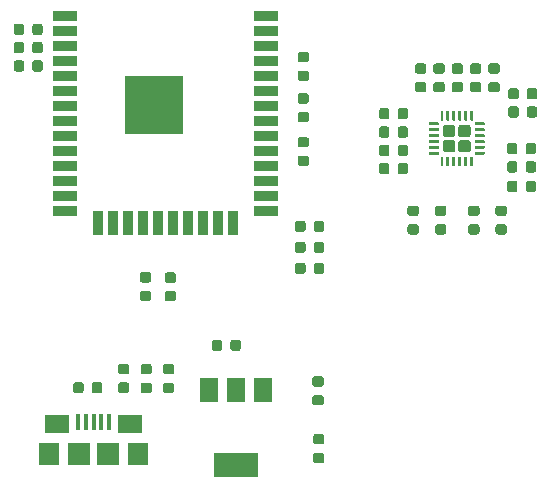
<source format=gbr>
G04 #@! TF.GenerationSoftware,KiCad,Pcbnew,(5.1.5)-3*
G04 #@! TF.CreationDate,2020-08-13T18:58:06-07:00*
G04 #@! TF.ProjectId,EsperDNS,45737065-7244-44e5-932e-6b696361645f,rev?*
G04 #@! TF.SameCoordinates,Original*
G04 #@! TF.FileFunction,Paste,Top*
G04 #@! TF.FilePolarity,Positive*
%FSLAX46Y46*%
G04 Gerber Fmt 4.6, Leading zero omitted, Abs format (unit mm)*
G04 Created by KiCad (PCBNEW (5.1.5)-3) date 2020-08-13 18:58:06*
%MOMM*%
%LPD*%
G04 APERTURE LIST*
%ADD10C,0.100000*%
%ADD11R,2.000000X0.900000*%
%ADD12R,0.900000X2.000000*%
%ADD13R,5.000000X5.000000*%
%ADD14R,1.500000X2.000000*%
%ADD15R,3.800000X2.000000*%
%ADD16R,1.800000X1.900000*%
%ADD17R,1.900000X1.900000*%
%ADD18R,2.100000X1.600000*%
%ADD19R,0.400000X1.350000*%
G04 APERTURE END LIST*
D10*
G36*
X178868626Y-88075301D02*
G01*
X178874693Y-88076201D01*
X178880643Y-88077691D01*
X178886418Y-88079758D01*
X178891962Y-88082380D01*
X178897223Y-88085533D01*
X178902150Y-88089187D01*
X178906694Y-88093306D01*
X178910813Y-88097850D01*
X178914467Y-88102777D01*
X178917620Y-88108038D01*
X178920242Y-88113582D01*
X178922309Y-88119357D01*
X178923799Y-88125307D01*
X178924699Y-88131374D01*
X178925000Y-88137500D01*
X178925000Y-88837500D01*
X178924699Y-88843626D01*
X178923799Y-88849693D01*
X178922309Y-88855643D01*
X178920242Y-88861418D01*
X178917620Y-88866962D01*
X178914467Y-88872223D01*
X178910813Y-88877150D01*
X178906694Y-88881694D01*
X178902150Y-88885813D01*
X178897223Y-88889467D01*
X178891962Y-88892620D01*
X178886418Y-88895242D01*
X178880643Y-88897309D01*
X178874693Y-88898799D01*
X178868626Y-88899699D01*
X178862500Y-88900000D01*
X178737500Y-88900000D01*
X178731374Y-88899699D01*
X178725307Y-88898799D01*
X178719357Y-88897309D01*
X178713582Y-88895242D01*
X178708038Y-88892620D01*
X178702777Y-88889467D01*
X178697850Y-88885813D01*
X178693306Y-88881694D01*
X178689187Y-88877150D01*
X178685533Y-88872223D01*
X178682380Y-88866962D01*
X178679758Y-88861418D01*
X178677691Y-88855643D01*
X178676201Y-88849693D01*
X178675301Y-88843626D01*
X178675000Y-88837500D01*
X178675000Y-88137500D01*
X178675301Y-88131374D01*
X178676201Y-88125307D01*
X178677691Y-88119357D01*
X178679758Y-88113582D01*
X178682380Y-88108038D01*
X178685533Y-88102777D01*
X178689187Y-88097850D01*
X178693306Y-88093306D01*
X178697850Y-88089187D01*
X178702777Y-88085533D01*
X178708038Y-88082380D01*
X178713582Y-88079758D01*
X178719357Y-88077691D01*
X178725307Y-88076201D01*
X178731374Y-88075301D01*
X178737500Y-88075000D01*
X178862500Y-88075000D01*
X178868626Y-88075301D01*
G37*
G36*
X178368626Y-88075301D02*
G01*
X178374693Y-88076201D01*
X178380643Y-88077691D01*
X178386418Y-88079758D01*
X178391962Y-88082380D01*
X178397223Y-88085533D01*
X178402150Y-88089187D01*
X178406694Y-88093306D01*
X178410813Y-88097850D01*
X178414467Y-88102777D01*
X178417620Y-88108038D01*
X178420242Y-88113582D01*
X178422309Y-88119357D01*
X178423799Y-88125307D01*
X178424699Y-88131374D01*
X178425000Y-88137500D01*
X178425000Y-88837500D01*
X178424699Y-88843626D01*
X178423799Y-88849693D01*
X178422309Y-88855643D01*
X178420242Y-88861418D01*
X178417620Y-88866962D01*
X178414467Y-88872223D01*
X178410813Y-88877150D01*
X178406694Y-88881694D01*
X178402150Y-88885813D01*
X178397223Y-88889467D01*
X178391962Y-88892620D01*
X178386418Y-88895242D01*
X178380643Y-88897309D01*
X178374693Y-88898799D01*
X178368626Y-88899699D01*
X178362500Y-88900000D01*
X178237500Y-88900000D01*
X178231374Y-88899699D01*
X178225307Y-88898799D01*
X178219357Y-88897309D01*
X178213582Y-88895242D01*
X178208038Y-88892620D01*
X178202777Y-88889467D01*
X178197850Y-88885813D01*
X178193306Y-88881694D01*
X178189187Y-88877150D01*
X178185533Y-88872223D01*
X178182380Y-88866962D01*
X178179758Y-88861418D01*
X178177691Y-88855643D01*
X178176201Y-88849693D01*
X178175301Y-88843626D01*
X178175000Y-88837500D01*
X178175000Y-88137500D01*
X178175301Y-88131374D01*
X178176201Y-88125307D01*
X178177691Y-88119357D01*
X178179758Y-88113582D01*
X178182380Y-88108038D01*
X178185533Y-88102777D01*
X178189187Y-88097850D01*
X178193306Y-88093306D01*
X178197850Y-88089187D01*
X178202777Y-88085533D01*
X178208038Y-88082380D01*
X178213582Y-88079758D01*
X178219357Y-88077691D01*
X178225307Y-88076201D01*
X178231374Y-88075301D01*
X178237500Y-88075000D01*
X178362500Y-88075000D01*
X178368626Y-88075301D01*
G37*
G36*
X177868626Y-88075301D02*
G01*
X177874693Y-88076201D01*
X177880643Y-88077691D01*
X177886418Y-88079758D01*
X177891962Y-88082380D01*
X177897223Y-88085533D01*
X177902150Y-88089187D01*
X177906694Y-88093306D01*
X177910813Y-88097850D01*
X177914467Y-88102777D01*
X177917620Y-88108038D01*
X177920242Y-88113582D01*
X177922309Y-88119357D01*
X177923799Y-88125307D01*
X177924699Y-88131374D01*
X177925000Y-88137500D01*
X177925000Y-88837500D01*
X177924699Y-88843626D01*
X177923799Y-88849693D01*
X177922309Y-88855643D01*
X177920242Y-88861418D01*
X177917620Y-88866962D01*
X177914467Y-88872223D01*
X177910813Y-88877150D01*
X177906694Y-88881694D01*
X177902150Y-88885813D01*
X177897223Y-88889467D01*
X177891962Y-88892620D01*
X177886418Y-88895242D01*
X177880643Y-88897309D01*
X177874693Y-88898799D01*
X177868626Y-88899699D01*
X177862500Y-88900000D01*
X177737500Y-88900000D01*
X177731374Y-88899699D01*
X177725307Y-88898799D01*
X177719357Y-88897309D01*
X177713582Y-88895242D01*
X177708038Y-88892620D01*
X177702777Y-88889467D01*
X177697850Y-88885813D01*
X177693306Y-88881694D01*
X177689187Y-88877150D01*
X177685533Y-88872223D01*
X177682380Y-88866962D01*
X177679758Y-88861418D01*
X177677691Y-88855643D01*
X177676201Y-88849693D01*
X177675301Y-88843626D01*
X177675000Y-88837500D01*
X177675000Y-88137500D01*
X177675301Y-88131374D01*
X177676201Y-88125307D01*
X177677691Y-88119357D01*
X177679758Y-88113582D01*
X177682380Y-88108038D01*
X177685533Y-88102777D01*
X177689187Y-88097850D01*
X177693306Y-88093306D01*
X177697850Y-88089187D01*
X177702777Y-88085533D01*
X177708038Y-88082380D01*
X177713582Y-88079758D01*
X177719357Y-88077691D01*
X177725307Y-88076201D01*
X177731374Y-88075301D01*
X177737500Y-88075000D01*
X177862500Y-88075000D01*
X177868626Y-88075301D01*
G37*
G36*
X177368626Y-88075301D02*
G01*
X177374693Y-88076201D01*
X177380643Y-88077691D01*
X177386418Y-88079758D01*
X177391962Y-88082380D01*
X177397223Y-88085533D01*
X177402150Y-88089187D01*
X177406694Y-88093306D01*
X177410813Y-88097850D01*
X177414467Y-88102777D01*
X177417620Y-88108038D01*
X177420242Y-88113582D01*
X177422309Y-88119357D01*
X177423799Y-88125307D01*
X177424699Y-88131374D01*
X177425000Y-88137500D01*
X177425000Y-88837500D01*
X177424699Y-88843626D01*
X177423799Y-88849693D01*
X177422309Y-88855643D01*
X177420242Y-88861418D01*
X177417620Y-88866962D01*
X177414467Y-88872223D01*
X177410813Y-88877150D01*
X177406694Y-88881694D01*
X177402150Y-88885813D01*
X177397223Y-88889467D01*
X177391962Y-88892620D01*
X177386418Y-88895242D01*
X177380643Y-88897309D01*
X177374693Y-88898799D01*
X177368626Y-88899699D01*
X177362500Y-88900000D01*
X177237500Y-88900000D01*
X177231374Y-88899699D01*
X177225307Y-88898799D01*
X177219357Y-88897309D01*
X177213582Y-88895242D01*
X177208038Y-88892620D01*
X177202777Y-88889467D01*
X177197850Y-88885813D01*
X177193306Y-88881694D01*
X177189187Y-88877150D01*
X177185533Y-88872223D01*
X177182380Y-88866962D01*
X177179758Y-88861418D01*
X177177691Y-88855643D01*
X177176201Y-88849693D01*
X177175301Y-88843626D01*
X177175000Y-88837500D01*
X177175000Y-88137500D01*
X177175301Y-88131374D01*
X177176201Y-88125307D01*
X177177691Y-88119357D01*
X177179758Y-88113582D01*
X177182380Y-88108038D01*
X177185533Y-88102777D01*
X177189187Y-88097850D01*
X177193306Y-88093306D01*
X177197850Y-88089187D01*
X177202777Y-88085533D01*
X177208038Y-88082380D01*
X177213582Y-88079758D01*
X177219357Y-88077691D01*
X177225307Y-88076201D01*
X177231374Y-88075301D01*
X177237500Y-88075000D01*
X177362500Y-88075000D01*
X177368626Y-88075301D01*
G37*
G36*
X176868626Y-88075301D02*
G01*
X176874693Y-88076201D01*
X176880643Y-88077691D01*
X176886418Y-88079758D01*
X176891962Y-88082380D01*
X176897223Y-88085533D01*
X176902150Y-88089187D01*
X176906694Y-88093306D01*
X176910813Y-88097850D01*
X176914467Y-88102777D01*
X176917620Y-88108038D01*
X176920242Y-88113582D01*
X176922309Y-88119357D01*
X176923799Y-88125307D01*
X176924699Y-88131374D01*
X176925000Y-88137500D01*
X176925000Y-88837500D01*
X176924699Y-88843626D01*
X176923799Y-88849693D01*
X176922309Y-88855643D01*
X176920242Y-88861418D01*
X176917620Y-88866962D01*
X176914467Y-88872223D01*
X176910813Y-88877150D01*
X176906694Y-88881694D01*
X176902150Y-88885813D01*
X176897223Y-88889467D01*
X176891962Y-88892620D01*
X176886418Y-88895242D01*
X176880643Y-88897309D01*
X176874693Y-88898799D01*
X176868626Y-88899699D01*
X176862500Y-88900000D01*
X176737500Y-88900000D01*
X176731374Y-88899699D01*
X176725307Y-88898799D01*
X176719357Y-88897309D01*
X176713582Y-88895242D01*
X176708038Y-88892620D01*
X176702777Y-88889467D01*
X176697850Y-88885813D01*
X176693306Y-88881694D01*
X176689187Y-88877150D01*
X176685533Y-88872223D01*
X176682380Y-88866962D01*
X176679758Y-88861418D01*
X176677691Y-88855643D01*
X176676201Y-88849693D01*
X176675301Y-88843626D01*
X176675000Y-88837500D01*
X176675000Y-88137500D01*
X176675301Y-88131374D01*
X176676201Y-88125307D01*
X176677691Y-88119357D01*
X176679758Y-88113582D01*
X176682380Y-88108038D01*
X176685533Y-88102777D01*
X176689187Y-88097850D01*
X176693306Y-88093306D01*
X176697850Y-88089187D01*
X176702777Y-88085533D01*
X176708038Y-88082380D01*
X176713582Y-88079758D01*
X176719357Y-88077691D01*
X176725307Y-88076201D01*
X176731374Y-88075301D01*
X176737500Y-88075000D01*
X176862500Y-88075000D01*
X176868626Y-88075301D01*
G37*
G36*
X176368626Y-88075301D02*
G01*
X176374693Y-88076201D01*
X176380643Y-88077691D01*
X176386418Y-88079758D01*
X176391962Y-88082380D01*
X176397223Y-88085533D01*
X176402150Y-88089187D01*
X176406694Y-88093306D01*
X176410813Y-88097850D01*
X176414467Y-88102777D01*
X176417620Y-88108038D01*
X176420242Y-88113582D01*
X176422309Y-88119357D01*
X176423799Y-88125307D01*
X176424699Y-88131374D01*
X176425000Y-88137500D01*
X176425000Y-88837500D01*
X176424699Y-88843626D01*
X176423799Y-88849693D01*
X176422309Y-88855643D01*
X176420242Y-88861418D01*
X176417620Y-88866962D01*
X176414467Y-88872223D01*
X176410813Y-88877150D01*
X176406694Y-88881694D01*
X176402150Y-88885813D01*
X176397223Y-88889467D01*
X176391962Y-88892620D01*
X176386418Y-88895242D01*
X176380643Y-88897309D01*
X176374693Y-88898799D01*
X176368626Y-88899699D01*
X176362500Y-88900000D01*
X176237500Y-88900000D01*
X176231374Y-88899699D01*
X176225307Y-88898799D01*
X176219357Y-88897309D01*
X176213582Y-88895242D01*
X176208038Y-88892620D01*
X176202777Y-88889467D01*
X176197850Y-88885813D01*
X176193306Y-88881694D01*
X176189187Y-88877150D01*
X176185533Y-88872223D01*
X176182380Y-88866962D01*
X176179758Y-88861418D01*
X176177691Y-88855643D01*
X176176201Y-88849693D01*
X176175301Y-88843626D01*
X176175000Y-88837500D01*
X176175000Y-88137500D01*
X176175301Y-88131374D01*
X176176201Y-88125307D01*
X176177691Y-88119357D01*
X176179758Y-88113582D01*
X176182380Y-88108038D01*
X176185533Y-88102777D01*
X176189187Y-88097850D01*
X176193306Y-88093306D01*
X176197850Y-88089187D01*
X176202777Y-88085533D01*
X176208038Y-88082380D01*
X176213582Y-88079758D01*
X176219357Y-88077691D01*
X176225307Y-88076201D01*
X176231374Y-88075301D01*
X176237500Y-88075000D01*
X176362500Y-88075000D01*
X176368626Y-88075301D01*
G37*
G36*
X175968626Y-87675301D02*
G01*
X175974693Y-87676201D01*
X175980643Y-87677691D01*
X175986418Y-87679758D01*
X175991962Y-87682380D01*
X175997223Y-87685533D01*
X176002150Y-87689187D01*
X176006694Y-87693306D01*
X176010813Y-87697850D01*
X176014467Y-87702777D01*
X176017620Y-87708038D01*
X176020242Y-87713582D01*
X176022309Y-87719357D01*
X176023799Y-87725307D01*
X176024699Y-87731374D01*
X176025000Y-87737500D01*
X176025000Y-87862500D01*
X176024699Y-87868626D01*
X176023799Y-87874693D01*
X176022309Y-87880643D01*
X176020242Y-87886418D01*
X176017620Y-87891962D01*
X176014467Y-87897223D01*
X176010813Y-87902150D01*
X176006694Y-87906694D01*
X176002150Y-87910813D01*
X175997223Y-87914467D01*
X175991962Y-87917620D01*
X175986418Y-87920242D01*
X175980643Y-87922309D01*
X175974693Y-87923799D01*
X175968626Y-87924699D01*
X175962500Y-87925000D01*
X175262500Y-87925000D01*
X175256374Y-87924699D01*
X175250307Y-87923799D01*
X175244357Y-87922309D01*
X175238582Y-87920242D01*
X175233038Y-87917620D01*
X175227777Y-87914467D01*
X175222850Y-87910813D01*
X175218306Y-87906694D01*
X175214187Y-87902150D01*
X175210533Y-87897223D01*
X175207380Y-87891962D01*
X175204758Y-87886418D01*
X175202691Y-87880643D01*
X175201201Y-87874693D01*
X175200301Y-87868626D01*
X175200000Y-87862500D01*
X175200000Y-87737500D01*
X175200301Y-87731374D01*
X175201201Y-87725307D01*
X175202691Y-87719357D01*
X175204758Y-87713582D01*
X175207380Y-87708038D01*
X175210533Y-87702777D01*
X175214187Y-87697850D01*
X175218306Y-87693306D01*
X175222850Y-87689187D01*
X175227777Y-87685533D01*
X175233038Y-87682380D01*
X175238582Y-87679758D01*
X175244357Y-87677691D01*
X175250307Y-87676201D01*
X175256374Y-87675301D01*
X175262500Y-87675000D01*
X175962500Y-87675000D01*
X175968626Y-87675301D01*
G37*
G36*
X175968626Y-87175301D02*
G01*
X175974693Y-87176201D01*
X175980643Y-87177691D01*
X175986418Y-87179758D01*
X175991962Y-87182380D01*
X175997223Y-87185533D01*
X176002150Y-87189187D01*
X176006694Y-87193306D01*
X176010813Y-87197850D01*
X176014467Y-87202777D01*
X176017620Y-87208038D01*
X176020242Y-87213582D01*
X176022309Y-87219357D01*
X176023799Y-87225307D01*
X176024699Y-87231374D01*
X176025000Y-87237500D01*
X176025000Y-87362500D01*
X176024699Y-87368626D01*
X176023799Y-87374693D01*
X176022309Y-87380643D01*
X176020242Y-87386418D01*
X176017620Y-87391962D01*
X176014467Y-87397223D01*
X176010813Y-87402150D01*
X176006694Y-87406694D01*
X176002150Y-87410813D01*
X175997223Y-87414467D01*
X175991962Y-87417620D01*
X175986418Y-87420242D01*
X175980643Y-87422309D01*
X175974693Y-87423799D01*
X175968626Y-87424699D01*
X175962500Y-87425000D01*
X175262500Y-87425000D01*
X175256374Y-87424699D01*
X175250307Y-87423799D01*
X175244357Y-87422309D01*
X175238582Y-87420242D01*
X175233038Y-87417620D01*
X175227777Y-87414467D01*
X175222850Y-87410813D01*
X175218306Y-87406694D01*
X175214187Y-87402150D01*
X175210533Y-87397223D01*
X175207380Y-87391962D01*
X175204758Y-87386418D01*
X175202691Y-87380643D01*
X175201201Y-87374693D01*
X175200301Y-87368626D01*
X175200000Y-87362500D01*
X175200000Y-87237500D01*
X175200301Y-87231374D01*
X175201201Y-87225307D01*
X175202691Y-87219357D01*
X175204758Y-87213582D01*
X175207380Y-87208038D01*
X175210533Y-87202777D01*
X175214187Y-87197850D01*
X175218306Y-87193306D01*
X175222850Y-87189187D01*
X175227777Y-87185533D01*
X175233038Y-87182380D01*
X175238582Y-87179758D01*
X175244357Y-87177691D01*
X175250307Y-87176201D01*
X175256374Y-87175301D01*
X175262500Y-87175000D01*
X175962500Y-87175000D01*
X175968626Y-87175301D01*
G37*
G36*
X175968626Y-86675301D02*
G01*
X175974693Y-86676201D01*
X175980643Y-86677691D01*
X175986418Y-86679758D01*
X175991962Y-86682380D01*
X175997223Y-86685533D01*
X176002150Y-86689187D01*
X176006694Y-86693306D01*
X176010813Y-86697850D01*
X176014467Y-86702777D01*
X176017620Y-86708038D01*
X176020242Y-86713582D01*
X176022309Y-86719357D01*
X176023799Y-86725307D01*
X176024699Y-86731374D01*
X176025000Y-86737500D01*
X176025000Y-86862500D01*
X176024699Y-86868626D01*
X176023799Y-86874693D01*
X176022309Y-86880643D01*
X176020242Y-86886418D01*
X176017620Y-86891962D01*
X176014467Y-86897223D01*
X176010813Y-86902150D01*
X176006694Y-86906694D01*
X176002150Y-86910813D01*
X175997223Y-86914467D01*
X175991962Y-86917620D01*
X175986418Y-86920242D01*
X175980643Y-86922309D01*
X175974693Y-86923799D01*
X175968626Y-86924699D01*
X175962500Y-86925000D01*
X175262500Y-86925000D01*
X175256374Y-86924699D01*
X175250307Y-86923799D01*
X175244357Y-86922309D01*
X175238582Y-86920242D01*
X175233038Y-86917620D01*
X175227777Y-86914467D01*
X175222850Y-86910813D01*
X175218306Y-86906694D01*
X175214187Y-86902150D01*
X175210533Y-86897223D01*
X175207380Y-86891962D01*
X175204758Y-86886418D01*
X175202691Y-86880643D01*
X175201201Y-86874693D01*
X175200301Y-86868626D01*
X175200000Y-86862500D01*
X175200000Y-86737500D01*
X175200301Y-86731374D01*
X175201201Y-86725307D01*
X175202691Y-86719357D01*
X175204758Y-86713582D01*
X175207380Y-86708038D01*
X175210533Y-86702777D01*
X175214187Y-86697850D01*
X175218306Y-86693306D01*
X175222850Y-86689187D01*
X175227777Y-86685533D01*
X175233038Y-86682380D01*
X175238582Y-86679758D01*
X175244357Y-86677691D01*
X175250307Y-86676201D01*
X175256374Y-86675301D01*
X175262500Y-86675000D01*
X175962500Y-86675000D01*
X175968626Y-86675301D01*
G37*
G36*
X175968626Y-86175301D02*
G01*
X175974693Y-86176201D01*
X175980643Y-86177691D01*
X175986418Y-86179758D01*
X175991962Y-86182380D01*
X175997223Y-86185533D01*
X176002150Y-86189187D01*
X176006694Y-86193306D01*
X176010813Y-86197850D01*
X176014467Y-86202777D01*
X176017620Y-86208038D01*
X176020242Y-86213582D01*
X176022309Y-86219357D01*
X176023799Y-86225307D01*
X176024699Y-86231374D01*
X176025000Y-86237500D01*
X176025000Y-86362500D01*
X176024699Y-86368626D01*
X176023799Y-86374693D01*
X176022309Y-86380643D01*
X176020242Y-86386418D01*
X176017620Y-86391962D01*
X176014467Y-86397223D01*
X176010813Y-86402150D01*
X176006694Y-86406694D01*
X176002150Y-86410813D01*
X175997223Y-86414467D01*
X175991962Y-86417620D01*
X175986418Y-86420242D01*
X175980643Y-86422309D01*
X175974693Y-86423799D01*
X175968626Y-86424699D01*
X175962500Y-86425000D01*
X175262500Y-86425000D01*
X175256374Y-86424699D01*
X175250307Y-86423799D01*
X175244357Y-86422309D01*
X175238582Y-86420242D01*
X175233038Y-86417620D01*
X175227777Y-86414467D01*
X175222850Y-86410813D01*
X175218306Y-86406694D01*
X175214187Y-86402150D01*
X175210533Y-86397223D01*
X175207380Y-86391962D01*
X175204758Y-86386418D01*
X175202691Y-86380643D01*
X175201201Y-86374693D01*
X175200301Y-86368626D01*
X175200000Y-86362500D01*
X175200000Y-86237500D01*
X175200301Y-86231374D01*
X175201201Y-86225307D01*
X175202691Y-86219357D01*
X175204758Y-86213582D01*
X175207380Y-86208038D01*
X175210533Y-86202777D01*
X175214187Y-86197850D01*
X175218306Y-86193306D01*
X175222850Y-86189187D01*
X175227777Y-86185533D01*
X175233038Y-86182380D01*
X175238582Y-86179758D01*
X175244357Y-86177691D01*
X175250307Y-86176201D01*
X175256374Y-86175301D01*
X175262500Y-86175000D01*
X175962500Y-86175000D01*
X175968626Y-86175301D01*
G37*
G36*
X175968626Y-85675301D02*
G01*
X175974693Y-85676201D01*
X175980643Y-85677691D01*
X175986418Y-85679758D01*
X175991962Y-85682380D01*
X175997223Y-85685533D01*
X176002150Y-85689187D01*
X176006694Y-85693306D01*
X176010813Y-85697850D01*
X176014467Y-85702777D01*
X176017620Y-85708038D01*
X176020242Y-85713582D01*
X176022309Y-85719357D01*
X176023799Y-85725307D01*
X176024699Y-85731374D01*
X176025000Y-85737500D01*
X176025000Y-85862500D01*
X176024699Y-85868626D01*
X176023799Y-85874693D01*
X176022309Y-85880643D01*
X176020242Y-85886418D01*
X176017620Y-85891962D01*
X176014467Y-85897223D01*
X176010813Y-85902150D01*
X176006694Y-85906694D01*
X176002150Y-85910813D01*
X175997223Y-85914467D01*
X175991962Y-85917620D01*
X175986418Y-85920242D01*
X175980643Y-85922309D01*
X175974693Y-85923799D01*
X175968626Y-85924699D01*
X175962500Y-85925000D01*
X175262500Y-85925000D01*
X175256374Y-85924699D01*
X175250307Y-85923799D01*
X175244357Y-85922309D01*
X175238582Y-85920242D01*
X175233038Y-85917620D01*
X175227777Y-85914467D01*
X175222850Y-85910813D01*
X175218306Y-85906694D01*
X175214187Y-85902150D01*
X175210533Y-85897223D01*
X175207380Y-85891962D01*
X175204758Y-85886418D01*
X175202691Y-85880643D01*
X175201201Y-85874693D01*
X175200301Y-85868626D01*
X175200000Y-85862500D01*
X175200000Y-85737500D01*
X175200301Y-85731374D01*
X175201201Y-85725307D01*
X175202691Y-85719357D01*
X175204758Y-85713582D01*
X175207380Y-85708038D01*
X175210533Y-85702777D01*
X175214187Y-85697850D01*
X175218306Y-85693306D01*
X175222850Y-85689187D01*
X175227777Y-85685533D01*
X175233038Y-85682380D01*
X175238582Y-85679758D01*
X175244357Y-85677691D01*
X175250307Y-85676201D01*
X175256374Y-85675301D01*
X175262500Y-85675000D01*
X175962500Y-85675000D01*
X175968626Y-85675301D01*
G37*
G36*
X175968626Y-85175301D02*
G01*
X175974693Y-85176201D01*
X175980643Y-85177691D01*
X175986418Y-85179758D01*
X175991962Y-85182380D01*
X175997223Y-85185533D01*
X176002150Y-85189187D01*
X176006694Y-85193306D01*
X176010813Y-85197850D01*
X176014467Y-85202777D01*
X176017620Y-85208038D01*
X176020242Y-85213582D01*
X176022309Y-85219357D01*
X176023799Y-85225307D01*
X176024699Y-85231374D01*
X176025000Y-85237500D01*
X176025000Y-85362500D01*
X176024699Y-85368626D01*
X176023799Y-85374693D01*
X176022309Y-85380643D01*
X176020242Y-85386418D01*
X176017620Y-85391962D01*
X176014467Y-85397223D01*
X176010813Y-85402150D01*
X176006694Y-85406694D01*
X176002150Y-85410813D01*
X175997223Y-85414467D01*
X175991962Y-85417620D01*
X175986418Y-85420242D01*
X175980643Y-85422309D01*
X175974693Y-85423799D01*
X175968626Y-85424699D01*
X175962500Y-85425000D01*
X175262500Y-85425000D01*
X175256374Y-85424699D01*
X175250307Y-85423799D01*
X175244357Y-85422309D01*
X175238582Y-85420242D01*
X175233038Y-85417620D01*
X175227777Y-85414467D01*
X175222850Y-85410813D01*
X175218306Y-85406694D01*
X175214187Y-85402150D01*
X175210533Y-85397223D01*
X175207380Y-85391962D01*
X175204758Y-85386418D01*
X175202691Y-85380643D01*
X175201201Y-85374693D01*
X175200301Y-85368626D01*
X175200000Y-85362500D01*
X175200000Y-85237500D01*
X175200301Y-85231374D01*
X175201201Y-85225307D01*
X175202691Y-85219357D01*
X175204758Y-85213582D01*
X175207380Y-85208038D01*
X175210533Y-85202777D01*
X175214187Y-85197850D01*
X175218306Y-85193306D01*
X175222850Y-85189187D01*
X175227777Y-85185533D01*
X175233038Y-85182380D01*
X175238582Y-85179758D01*
X175244357Y-85177691D01*
X175250307Y-85176201D01*
X175256374Y-85175301D01*
X175262500Y-85175000D01*
X175962500Y-85175000D01*
X175968626Y-85175301D01*
G37*
G36*
X176368626Y-84200301D02*
G01*
X176374693Y-84201201D01*
X176380643Y-84202691D01*
X176386418Y-84204758D01*
X176391962Y-84207380D01*
X176397223Y-84210533D01*
X176402150Y-84214187D01*
X176406694Y-84218306D01*
X176410813Y-84222850D01*
X176414467Y-84227777D01*
X176417620Y-84233038D01*
X176420242Y-84238582D01*
X176422309Y-84244357D01*
X176423799Y-84250307D01*
X176424699Y-84256374D01*
X176425000Y-84262500D01*
X176425000Y-84962500D01*
X176424699Y-84968626D01*
X176423799Y-84974693D01*
X176422309Y-84980643D01*
X176420242Y-84986418D01*
X176417620Y-84991962D01*
X176414467Y-84997223D01*
X176410813Y-85002150D01*
X176406694Y-85006694D01*
X176402150Y-85010813D01*
X176397223Y-85014467D01*
X176391962Y-85017620D01*
X176386418Y-85020242D01*
X176380643Y-85022309D01*
X176374693Y-85023799D01*
X176368626Y-85024699D01*
X176362500Y-85025000D01*
X176237500Y-85025000D01*
X176231374Y-85024699D01*
X176225307Y-85023799D01*
X176219357Y-85022309D01*
X176213582Y-85020242D01*
X176208038Y-85017620D01*
X176202777Y-85014467D01*
X176197850Y-85010813D01*
X176193306Y-85006694D01*
X176189187Y-85002150D01*
X176185533Y-84997223D01*
X176182380Y-84991962D01*
X176179758Y-84986418D01*
X176177691Y-84980643D01*
X176176201Y-84974693D01*
X176175301Y-84968626D01*
X176175000Y-84962500D01*
X176175000Y-84262500D01*
X176175301Y-84256374D01*
X176176201Y-84250307D01*
X176177691Y-84244357D01*
X176179758Y-84238582D01*
X176182380Y-84233038D01*
X176185533Y-84227777D01*
X176189187Y-84222850D01*
X176193306Y-84218306D01*
X176197850Y-84214187D01*
X176202777Y-84210533D01*
X176208038Y-84207380D01*
X176213582Y-84204758D01*
X176219357Y-84202691D01*
X176225307Y-84201201D01*
X176231374Y-84200301D01*
X176237500Y-84200000D01*
X176362500Y-84200000D01*
X176368626Y-84200301D01*
G37*
G36*
X176868626Y-84200301D02*
G01*
X176874693Y-84201201D01*
X176880643Y-84202691D01*
X176886418Y-84204758D01*
X176891962Y-84207380D01*
X176897223Y-84210533D01*
X176902150Y-84214187D01*
X176906694Y-84218306D01*
X176910813Y-84222850D01*
X176914467Y-84227777D01*
X176917620Y-84233038D01*
X176920242Y-84238582D01*
X176922309Y-84244357D01*
X176923799Y-84250307D01*
X176924699Y-84256374D01*
X176925000Y-84262500D01*
X176925000Y-84962500D01*
X176924699Y-84968626D01*
X176923799Y-84974693D01*
X176922309Y-84980643D01*
X176920242Y-84986418D01*
X176917620Y-84991962D01*
X176914467Y-84997223D01*
X176910813Y-85002150D01*
X176906694Y-85006694D01*
X176902150Y-85010813D01*
X176897223Y-85014467D01*
X176891962Y-85017620D01*
X176886418Y-85020242D01*
X176880643Y-85022309D01*
X176874693Y-85023799D01*
X176868626Y-85024699D01*
X176862500Y-85025000D01*
X176737500Y-85025000D01*
X176731374Y-85024699D01*
X176725307Y-85023799D01*
X176719357Y-85022309D01*
X176713582Y-85020242D01*
X176708038Y-85017620D01*
X176702777Y-85014467D01*
X176697850Y-85010813D01*
X176693306Y-85006694D01*
X176689187Y-85002150D01*
X176685533Y-84997223D01*
X176682380Y-84991962D01*
X176679758Y-84986418D01*
X176677691Y-84980643D01*
X176676201Y-84974693D01*
X176675301Y-84968626D01*
X176675000Y-84962500D01*
X176675000Y-84262500D01*
X176675301Y-84256374D01*
X176676201Y-84250307D01*
X176677691Y-84244357D01*
X176679758Y-84238582D01*
X176682380Y-84233038D01*
X176685533Y-84227777D01*
X176689187Y-84222850D01*
X176693306Y-84218306D01*
X176697850Y-84214187D01*
X176702777Y-84210533D01*
X176708038Y-84207380D01*
X176713582Y-84204758D01*
X176719357Y-84202691D01*
X176725307Y-84201201D01*
X176731374Y-84200301D01*
X176737500Y-84200000D01*
X176862500Y-84200000D01*
X176868626Y-84200301D01*
G37*
G36*
X177368626Y-84200301D02*
G01*
X177374693Y-84201201D01*
X177380643Y-84202691D01*
X177386418Y-84204758D01*
X177391962Y-84207380D01*
X177397223Y-84210533D01*
X177402150Y-84214187D01*
X177406694Y-84218306D01*
X177410813Y-84222850D01*
X177414467Y-84227777D01*
X177417620Y-84233038D01*
X177420242Y-84238582D01*
X177422309Y-84244357D01*
X177423799Y-84250307D01*
X177424699Y-84256374D01*
X177425000Y-84262500D01*
X177425000Y-84962500D01*
X177424699Y-84968626D01*
X177423799Y-84974693D01*
X177422309Y-84980643D01*
X177420242Y-84986418D01*
X177417620Y-84991962D01*
X177414467Y-84997223D01*
X177410813Y-85002150D01*
X177406694Y-85006694D01*
X177402150Y-85010813D01*
X177397223Y-85014467D01*
X177391962Y-85017620D01*
X177386418Y-85020242D01*
X177380643Y-85022309D01*
X177374693Y-85023799D01*
X177368626Y-85024699D01*
X177362500Y-85025000D01*
X177237500Y-85025000D01*
X177231374Y-85024699D01*
X177225307Y-85023799D01*
X177219357Y-85022309D01*
X177213582Y-85020242D01*
X177208038Y-85017620D01*
X177202777Y-85014467D01*
X177197850Y-85010813D01*
X177193306Y-85006694D01*
X177189187Y-85002150D01*
X177185533Y-84997223D01*
X177182380Y-84991962D01*
X177179758Y-84986418D01*
X177177691Y-84980643D01*
X177176201Y-84974693D01*
X177175301Y-84968626D01*
X177175000Y-84962500D01*
X177175000Y-84262500D01*
X177175301Y-84256374D01*
X177176201Y-84250307D01*
X177177691Y-84244357D01*
X177179758Y-84238582D01*
X177182380Y-84233038D01*
X177185533Y-84227777D01*
X177189187Y-84222850D01*
X177193306Y-84218306D01*
X177197850Y-84214187D01*
X177202777Y-84210533D01*
X177208038Y-84207380D01*
X177213582Y-84204758D01*
X177219357Y-84202691D01*
X177225307Y-84201201D01*
X177231374Y-84200301D01*
X177237500Y-84200000D01*
X177362500Y-84200000D01*
X177368626Y-84200301D01*
G37*
G36*
X177868626Y-84200301D02*
G01*
X177874693Y-84201201D01*
X177880643Y-84202691D01*
X177886418Y-84204758D01*
X177891962Y-84207380D01*
X177897223Y-84210533D01*
X177902150Y-84214187D01*
X177906694Y-84218306D01*
X177910813Y-84222850D01*
X177914467Y-84227777D01*
X177917620Y-84233038D01*
X177920242Y-84238582D01*
X177922309Y-84244357D01*
X177923799Y-84250307D01*
X177924699Y-84256374D01*
X177925000Y-84262500D01*
X177925000Y-84962500D01*
X177924699Y-84968626D01*
X177923799Y-84974693D01*
X177922309Y-84980643D01*
X177920242Y-84986418D01*
X177917620Y-84991962D01*
X177914467Y-84997223D01*
X177910813Y-85002150D01*
X177906694Y-85006694D01*
X177902150Y-85010813D01*
X177897223Y-85014467D01*
X177891962Y-85017620D01*
X177886418Y-85020242D01*
X177880643Y-85022309D01*
X177874693Y-85023799D01*
X177868626Y-85024699D01*
X177862500Y-85025000D01*
X177737500Y-85025000D01*
X177731374Y-85024699D01*
X177725307Y-85023799D01*
X177719357Y-85022309D01*
X177713582Y-85020242D01*
X177708038Y-85017620D01*
X177702777Y-85014467D01*
X177697850Y-85010813D01*
X177693306Y-85006694D01*
X177689187Y-85002150D01*
X177685533Y-84997223D01*
X177682380Y-84991962D01*
X177679758Y-84986418D01*
X177677691Y-84980643D01*
X177676201Y-84974693D01*
X177675301Y-84968626D01*
X177675000Y-84962500D01*
X177675000Y-84262500D01*
X177675301Y-84256374D01*
X177676201Y-84250307D01*
X177677691Y-84244357D01*
X177679758Y-84238582D01*
X177682380Y-84233038D01*
X177685533Y-84227777D01*
X177689187Y-84222850D01*
X177693306Y-84218306D01*
X177697850Y-84214187D01*
X177702777Y-84210533D01*
X177708038Y-84207380D01*
X177713582Y-84204758D01*
X177719357Y-84202691D01*
X177725307Y-84201201D01*
X177731374Y-84200301D01*
X177737500Y-84200000D01*
X177862500Y-84200000D01*
X177868626Y-84200301D01*
G37*
G36*
X178368626Y-84200301D02*
G01*
X178374693Y-84201201D01*
X178380643Y-84202691D01*
X178386418Y-84204758D01*
X178391962Y-84207380D01*
X178397223Y-84210533D01*
X178402150Y-84214187D01*
X178406694Y-84218306D01*
X178410813Y-84222850D01*
X178414467Y-84227777D01*
X178417620Y-84233038D01*
X178420242Y-84238582D01*
X178422309Y-84244357D01*
X178423799Y-84250307D01*
X178424699Y-84256374D01*
X178425000Y-84262500D01*
X178425000Y-84962500D01*
X178424699Y-84968626D01*
X178423799Y-84974693D01*
X178422309Y-84980643D01*
X178420242Y-84986418D01*
X178417620Y-84991962D01*
X178414467Y-84997223D01*
X178410813Y-85002150D01*
X178406694Y-85006694D01*
X178402150Y-85010813D01*
X178397223Y-85014467D01*
X178391962Y-85017620D01*
X178386418Y-85020242D01*
X178380643Y-85022309D01*
X178374693Y-85023799D01*
X178368626Y-85024699D01*
X178362500Y-85025000D01*
X178237500Y-85025000D01*
X178231374Y-85024699D01*
X178225307Y-85023799D01*
X178219357Y-85022309D01*
X178213582Y-85020242D01*
X178208038Y-85017620D01*
X178202777Y-85014467D01*
X178197850Y-85010813D01*
X178193306Y-85006694D01*
X178189187Y-85002150D01*
X178185533Y-84997223D01*
X178182380Y-84991962D01*
X178179758Y-84986418D01*
X178177691Y-84980643D01*
X178176201Y-84974693D01*
X178175301Y-84968626D01*
X178175000Y-84962500D01*
X178175000Y-84262500D01*
X178175301Y-84256374D01*
X178176201Y-84250307D01*
X178177691Y-84244357D01*
X178179758Y-84238582D01*
X178182380Y-84233038D01*
X178185533Y-84227777D01*
X178189187Y-84222850D01*
X178193306Y-84218306D01*
X178197850Y-84214187D01*
X178202777Y-84210533D01*
X178208038Y-84207380D01*
X178213582Y-84204758D01*
X178219357Y-84202691D01*
X178225307Y-84201201D01*
X178231374Y-84200301D01*
X178237500Y-84200000D01*
X178362500Y-84200000D01*
X178368626Y-84200301D01*
G37*
G36*
X178868626Y-84200301D02*
G01*
X178874693Y-84201201D01*
X178880643Y-84202691D01*
X178886418Y-84204758D01*
X178891962Y-84207380D01*
X178897223Y-84210533D01*
X178902150Y-84214187D01*
X178906694Y-84218306D01*
X178910813Y-84222850D01*
X178914467Y-84227777D01*
X178917620Y-84233038D01*
X178920242Y-84238582D01*
X178922309Y-84244357D01*
X178923799Y-84250307D01*
X178924699Y-84256374D01*
X178925000Y-84262500D01*
X178925000Y-84962500D01*
X178924699Y-84968626D01*
X178923799Y-84974693D01*
X178922309Y-84980643D01*
X178920242Y-84986418D01*
X178917620Y-84991962D01*
X178914467Y-84997223D01*
X178910813Y-85002150D01*
X178906694Y-85006694D01*
X178902150Y-85010813D01*
X178897223Y-85014467D01*
X178891962Y-85017620D01*
X178886418Y-85020242D01*
X178880643Y-85022309D01*
X178874693Y-85023799D01*
X178868626Y-85024699D01*
X178862500Y-85025000D01*
X178737500Y-85025000D01*
X178731374Y-85024699D01*
X178725307Y-85023799D01*
X178719357Y-85022309D01*
X178713582Y-85020242D01*
X178708038Y-85017620D01*
X178702777Y-85014467D01*
X178697850Y-85010813D01*
X178693306Y-85006694D01*
X178689187Y-85002150D01*
X178685533Y-84997223D01*
X178682380Y-84991962D01*
X178679758Y-84986418D01*
X178677691Y-84980643D01*
X178676201Y-84974693D01*
X178675301Y-84968626D01*
X178675000Y-84962500D01*
X178675000Y-84262500D01*
X178675301Y-84256374D01*
X178676201Y-84250307D01*
X178677691Y-84244357D01*
X178679758Y-84238582D01*
X178682380Y-84233038D01*
X178685533Y-84227777D01*
X178689187Y-84222850D01*
X178693306Y-84218306D01*
X178697850Y-84214187D01*
X178702777Y-84210533D01*
X178708038Y-84207380D01*
X178713582Y-84204758D01*
X178719357Y-84202691D01*
X178725307Y-84201201D01*
X178731374Y-84200301D01*
X178737500Y-84200000D01*
X178862500Y-84200000D01*
X178868626Y-84200301D01*
G37*
G36*
X179843626Y-85175301D02*
G01*
X179849693Y-85176201D01*
X179855643Y-85177691D01*
X179861418Y-85179758D01*
X179866962Y-85182380D01*
X179872223Y-85185533D01*
X179877150Y-85189187D01*
X179881694Y-85193306D01*
X179885813Y-85197850D01*
X179889467Y-85202777D01*
X179892620Y-85208038D01*
X179895242Y-85213582D01*
X179897309Y-85219357D01*
X179898799Y-85225307D01*
X179899699Y-85231374D01*
X179900000Y-85237500D01*
X179900000Y-85362500D01*
X179899699Y-85368626D01*
X179898799Y-85374693D01*
X179897309Y-85380643D01*
X179895242Y-85386418D01*
X179892620Y-85391962D01*
X179889467Y-85397223D01*
X179885813Y-85402150D01*
X179881694Y-85406694D01*
X179877150Y-85410813D01*
X179872223Y-85414467D01*
X179866962Y-85417620D01*
X179861418Y-85420242D01*
X179855643Y-85422309D01*
X179849693Y-85423799D01*
X179843626Y-85424699D01*
X179837500Y-85425000D01*
X179137500Y-85425000D01*
X179131374Y-85424699D01*
X179125307Y-85423799D01*
X179119357Y-85422309D01*
X179113582Y-85420242D01*
X179108038Y-85417620D01*
X179102777Y-85414467D01*
X179097850Y-85410813D01*
X179093306Y-85406694D01*
X179089187Y-85402150D01*
X179085533Y-85397223D01*
X179082380Y-85391962D01*
X179079758Y-85386418D01*
X179077691Y-85380643D01*
X179076201Y-85374693D01*
X179075301Y-85368626D01*
X179075000Y-85362500D01*
X179075000Y-85237500D01*
X179075301Y-85231374D01*
X179076201Y-85225307D01*
X179077691Y-85219357D01*
X179079758Y-85213582D01*
X179082380Y-85208038D01*
X179085533Y-85202777D01*
X179089187Y-85197850D01*
X179093306Y-85193306D01*
X179097850Y-85189187D01*
X179102777Y-85185533D01*
X179108038Y-85182380D01*
X179113582Y-85179758D01*
X179119357Y-85177691D01*
X179125307Y-85176201D01*
X179131374Y-85175301D01*
X179137500Y-85175000D01*
X179837500Y-85175000D01*
X179843626Y-85175301D01*
G37*
G36*
X179843626Y-85675301D02*
G01*
X179849693Y-85676201D01*
X179855643Y-85677691D01*
X179861418Y-85679758D01*
X179866962Y-85682380D01*
X179872223Y-85685533D01*
X179877150Y-85689187D01*
X179881694Y-85693306D01*
X179885813Y-85697850D01*
X179889467Y-85702777D01*
X179892620Y-85708038D01*
X179895242Y-85713582D01*
X179897309Y-85719357D01*
X179898799Y-85725307D01*
X179899699Y-85731374D01*
X179900000Y-85737500D01*
X179900000Y-85862500D01*
X179899699Y-85868626D01*
X179898799Y-85874693D01*
X179897309Y-85880643D01*
X179895242Y-85886418D01*
X179892620Y-85891962D01*
X179889467Y-85897223D01*
X179885813Y-85902150D01*
X179881694Y-85906694D01*
X179877150Y-85910813D01*
X179872223Y-85914467D01*
X179866962Y-85917620D01*
X179861418Y-85920242D01*
X179855643Y-85922309D01*
X179849693Y-85923799D01*
X179843626Y-85924699D01*
X179837500Y-85925000D01*
X179137500Y-85925000D01*
X179131374Y-85924699D01*
X179125307Y-85923799D01*
X179119357Y-85922309D01*
X179113582Y-85920242D01*
X179108038Y-85917620D01*
X179102777Y-85914467D01*
X179097850Y-85910813D01*
X179093306Y-85906694D01*
X179089187Y-85902150D01*
X179085533Y-85897223D01*
X179082380Y-85891962D01*
X179079758Y-85886418D01*
X179077691Y-85880643D01*
X179076201Y-85874693D01*
X179075301Y-85868626D01*
X179075000Y-85862500D01*
X179075000Y-85737500D01*
X179075301Y-85731374D01*
X179076201Y-85725307D01*
X179077691Y-85719357D01*
X179079758Y-85713582D01*
X179082380Y-85708038D01*
X179085533Y-85702777D01*
X179089187Y-85697850D01*
X179093306Y-85693306D01*
X179097850Y-85689187D01*
X179102777Y-85685533D01*
X179108038Y-85682380D01*
X179113582Y-85679758D01*
X179119357Y-85677691D01*
X179125307Y-85676201D01*
X179131374Y-85675301D01*
X179137500Y-85675000D01*
X179837500Y-85675000D01*
X179843626Y-85675301D01*
G37*
G36*
X179843626Y-86175301D02*
G01*
X179849693Y-86176201D01*
X179855643Y-86177691D01*
X179861418Y-86179758D01*
X179866962Y-86182380D01*
X179872223Y-86185533D01*
X179877150Y-86189187D01*
X179881694Y-86193306D01*
X179885813Y-86197850D01*
X179889467Y-86202777D01*
X179892620Y-86208038D01*
X179895242Y-86213582D01*
X179897309Y-86219357D01*
X179898799Y-86225307D01*
X179899699Y-86231374D01*
X179900000Y-86237500D01*
X179900000Y-86362500D01*
X179899699Y-86368626D01*
X179898799Y-86374693D01*
X179897309Y-86380643D01*
X179895242Y-86386418D01*
X179892620Y-86391962D01*
X179889467Y-86397223D01*
X179885813Y-86402150D01*
X179881694Y-86406694D01*
X179877150Y-86410813D01*
X179872223Y-86414467D01*
X179866962Y-86417620D01*
X179861418Y-86420242D01*
X179855643Y-86422309D01*
X179849693Y-86423799D01*
X179843626Y-86424699D01*
X179837500Y-86425000D01*
X179137500Y-86425000D01*
X179131374Y-86424699D01*
X179125307Y-86423799D01*
X179119357Y-86422309D01*
X179113582Y-86420242D01*
X179108038Y-86417620D01*
X179102777Y-86414467D01*
X179097850Y-86410813D01*
X179093306Y-86406694D01*
X179089187Y-86402150D01*
X179085533Y-86397223D01*
X179082380Y-86391962D01*
X179079758Y-86386418D01*
X179077691Y-86380643D01*
X179076201Y-86374693D01*
X179075301Y-86368626D01*
X179075000Y-86362500D01*
X179075000Y-86237500D01*
X179075301Y-86231374D01*
X179076201Y-86225307D01*
X179077691Y-86219357D01*
X179079758Y-86213582D01*
X179082380Y-86208038D01*
X179085533Y-86202777D01*
X179089187Y-86197850D01*
X179093306Y-86193306D01*
X179097850Y-86189187D01*
X179102777Y-86185533D01*
X179108038Y-86182380D01*
X179113582Y-86179758D01*
X179119357Y-86177691D01*
X179125307Y-86176201D01*
X179131374Y-86175301D01*
X179137500Y-86175000D01*
X179837500Y-86175000D01*
X179843626Y-86175301D01*
G37*
G36*
X179843626Y-86675301D02*
G01*
X179849693Y-86676201D01*
X179855643Y-86677691D01*
X179861418Y-86679758D01*
X179866962Y-86682380D01*
X179872223Y-86685533D01*
X179877150Y-86689187D01*
X179881694Y-86693306D01*
X179885813Y-86697850D01*
X179889467Y-86702777D01*
X179892620Y-86708038D01*
X179895242Y-86713582D01*
X179897309Y-86719357D01*
X179898799Y-86725307D01*
X179899699Y-86731374D01*
X179900000Y-86737500D01*
X179900000Y-86862500D01*
X179899699Y-86868626D01*
X179898799Y-86874693D01*
X179897309Y-86880643D01*
X179895242Y-86886418D01*
X179892620Y-86891962D01*
X179889467Y-86897223D01*
X179885813Y-86902150D01*
X179881694Y-86906694D01*
X179877150Y-86910813D01*
X179872223Y-86914467D01*
X179866962Y-86917620D01*
X179861418Y-86920242D01*
X179855643Y-86922309D01*
X179849693Y-86923799D01*
X179843626Y-86924699D01*
X179837500Y-86925000D01*
X179137500Y-86925000D01*
X179131374Y-86924699D01*
X179125307Y-86923799D01*
X179119357Y-86922309D01*
X179113582Y-86920242D01*
X179108038Y-86917620D01*
X179102777Y-86914467D01*
X179097850Y-86910813D01*
X179093306Y-86906694D01*
X179089187Y-86902150D01*
X179085533Y-86897223D01*
X179082380Y-86891962D01*
X179079758Y-86886418D01*
X179077691Y-86880643D01*
X179076201Y-86874693D01*
X179075301Y-86868626D01*
X179075000Y-86862500D01*
X179075000Y-86737500D01*
X179075301Y-86731374D01*
X179076201Y-86725307D01*
X179077691Y-86719357D01*
X179079758Y-86713582D01*
X179082380Y-86708038D01*
X179085533Y-86702777D01*
X179089187Y-86697850D01*
X179093306Y-86693306D01*
X179097850Y-86689187D01*
X179102777Y-86685533D01*
X179108038Y-86682380D01*
X179113582Y-86679758D01*
X179119357Y-86677691D01*
X179125307Y-86676201D01*
X179131374Y-86675301D01*
X179137500Y-86675000D01*
X179837500Y-86675000D01*
X179843626Y-86675301D01*
G37*
G36*
X179843626Y-87175301D02*
G01*
X179849693Y-87176201D01*
X179855643Y-87177691D01*
X179861418Y-87179758D01*
X179866962Y-87182380D01*
X179872223Y-87185533D01*
X179877150Y-87189187D01*
X179881694Y-87193306D01*
X179885813Y-87197850D01*
X179889467Y-87202777D01*
X179892620Y-87208038D01*
X179895242Y-87213582D01*
X179897309Y-87219357D01*
X179898799Y-87225307D01*
X179899699Y-87231374D01*
X179900000Y-87237500D01*
X179900000Y-87362500D01*
X179899699Y-87368626D01*
X179898799Y-87374693D01*
X179897309Y-87380643D01*
X179895242Y-87386418D01*
X179892620Y-87391962D01*
X179889467Y-87397223D01*
X179885813Y-87402150D01*
X179881694Y-87406694D01*
X179877150Y-87410813D01*
X179872223Y-87414467D01*
X179866962Y-87417620D01*
X179861418Y-87420242D01*
X179855643Y-87422309D01*
X179849693Y-87423799D01*
X179843626Y-87424699D01*
X179837500Y-87425000D01*
X179137500Y-87425000D01*
X179131374Y-87424699D01*
X179125307Y-87423799D01*
X179119357Y-87422309D01*
X179113582Y-87420242D01*
X179108038Y-87417620D01*
X179102777Y-87414467D01*
X179097850Y-87410813D01*
X179093306Y-87406694D01*
X179089187Y-87402150D01*
X179085533Y-87397223D01*
X179082380Y-87391962D01*
X179079758Y-87386418D01*
X179077691Y-87380643D01*
X179076201Y-87374693D01*
X179075301Y-87368626D01*
X179075000Y-87362500D01*
X179075000Y-87237500D01*
X179075301Y-87231374D01*
X179076201Y-87225307D01*
X179077691Y-87219357D01*
X179079758Y-87213582D01*
X179082380Y-87208038D01*
X179085533Y-87202777D01*
X179089187Y-87197850D01*
X179093306Y-87193306D01*
X179097850Y-87189187D01*
X179102777Y-87185533D01*
X179108038Y-87182380D01*
X179113582Y-87179758D01*
X179119357Y-87177691D01*
X179125307Y-87176201D01*
X179131374Y-87175301D01*
X179137500Y-87175000D01*
X179837500Y-87175000D01*
X179843626Y-87175301D01*
G37*
G36*
X179843626Y-87675301D02*
G01*
X179849693Y-87676201D01*
X179855643Y-87677691D01*
X179861418Y-87679758D01*
X179866962Y-87682380D01*
X179872223Y-87685533D01*
X179877150Y-87689187D01*
X179881694Y-87693306D01*
X179885813Y-87697850D01*
X179889467Y-87702777D01*
X179892620Y-87708038D01*
X179895242Y-87713582D01*
X179897309Y-87719357D01*
X179898799Y-87725307D01*
X179899699Y-87731374D01*
X179900000Y-87737500D01*
X179900000Y-87862500D01*
X179899699Y-87868626D01*
X179898799Y-87874693D01*
X179897309Y-87880643D01*
X179895242Y-87886418D01*
X179892620Y-87891962D01*
X179889467Y-87897223D01*
X179885813Y-87902150D01*
X179881694Y-87906694D01*
X179877150Y-87910813D01*
X179872223Y-87914467D01*
X179866962Y-87917620D01*
X179861418Y-87920242D01*
X179855643Y-87922309D01*
X179849693Y-87923799D01*
X179843626Y-87924699D01*
X179837500Y-87925000D01*
X179137500Y-87925000D01*
X179131374Y-87924699D01*
X179125307Y-87923799D01*
X179119357Y-87922309D01*
X179113582Y-87920242D01*
X179108038Y-87917620D01*
X179102777Y-87914467D01*
X179097850Y-87910813D01*
X179093306Y-87906694D01*
X179089187Y-87902150D01*
X179085533Y-87897223D01*
X179082380Y-87891962D01*
X179079758Y-87886418D01*
X179077691Y-87880643D01*
X179076201Y-87874693D01*
X179075301Y-87868626D01*
X179075000Y-87862500D01*
X179075000Y-87737500D01*
X179075301Y-87731374D01*
X179076201Y-87725307D01*
X179077691Y-87719357D01*
X179079758Y-87713582D01*
X179082380Y-87708038D01*
X179085533Y-87702777D01*
X179089187Y-87697850D01*
X179093306Y-87693306D01*
X179097850Y-87689187D01*
X179102777Y-87685533D01*
X179108038Y-87682380D01*
X179113582Y-87679758D01*
X179119357Y-87677691D01*
X179125307Y-87676201D01*
X179131374Y-87675301D01*
X179137500Y-87675000D01*
X179837500Y-87675000D01*
X179843626Y-87675301D01*
G37*
G36*
X177199505Y-85376204D02*
G01*
X177223773Y-85379804D01*
X177247572Y-85385765D01*
X177270671Y-85394030D01*
X177292850Y-85404520D01*
X177313893Y-85417132D01*
X177333599Y-85431747D01*
X177351777Y-85448223D01*
X177368253Y-85466401D01*
X177382868Y-85486107D01*
X177395480Y-85507150D01*
X177405970Y-85529329D01*
X177414235Y-85552428D01*
X177420196Y-85576227D01*
X177423796Y-85600495D01*
X177425000Y-85624999D01*
X177425000Y-86175001D01*
X177423796Y-86199505D01*
X177420196Y-86223773D01*
X177414235Y-86247572D01*
X177405970Y-86270671D01*
X177395480Y-86292850D01*
X177382868Y-86313893D01*
X177368253Y-86333599D01*
X177351777Y-86351777D01*
X177333599Y-86368253D01*
X177313893Y-86382868D01*
X177292850Y-86395480D01*
X177270671Y-86405970D01*
X177247572Y-86414235D01*
X177223773Y-86420196D01*
X177199505Y-86423796D01*
X177175001Y-86425000D01*
X176624999Y-86425000D01*
X176600495Y-86423796D01*
X176576227Y-86420196D01*
X176552428Y-86414235D01*
X176529329Y-86405970D01*
X176507150Y-86395480D01*
X176486107Y-86382868D01*
X176466401Y-86368253D01*
X176448223Y-86351777D01*
X176431747Y-86333599D01*
X176417132Y-86313893D01*
X176404520Y-86292850D01*
X176394030Y-86270671D01*
X176385765Y-86247572D01*
X176379804Y-86223773D01*
X176376204Y-86199505D01*
X176375000Y-86175001D01*
X176375000Y-85624999D01*
X176376204Y-85600495D01*
X176379804Y-85576227D01*
X176385765Y-85552428D01*
X176394030Y-85529329D01*
X176404520Y-85507150D01*
X176417132Y-85486107D01*
X176431747Y-85466401D01*
X176448223Y-85448223D01*
X176466401Y-85431747D01*
X176486107Y-85417132D01*
X176507150Y-85404520D01*
X176529329Y-85394030D01*
X176552428Y-85385765D01*
X176576227Y-85379804D01*
X176600495Y-85376204D01*
X176624999Y-85375000D01*
X177175001Y-85375000D01*
X177199505Y-85376204D01*
G37*
G36*
X177199505Y-86676204D02*
G01*
X177223773Y-86679804D01*
X177247572Y-86685765D01*
X177270671Y-86694030D01*
X177292850Y-86704520D01*
X177313893Y-86717132D01*
X177333599Y-86731747D01*
X177351777Y-86748223D01*
X177368253Y-86766401D01*
X177382868Y-86786107D01*
X177395480Y-86807150D01*
X177405970Y-86829329D01*
X177414235Y-86852428D01*
X177420196Y-86876227D01*
X177423796Y-86900495D01*
X177425000Y-86924999D01*
X177425000Y-87475001D01*
X177423796Y-87499505D01*
X177420196Y-87523773D01*
X177414235Y-87547572D01*
X177405970Y-87570671D01*
X177395480Y-87592850D01*
X177382868Y-87613893D01*
X177368253Y-87633599D01*
X177351777Y-87651777D01*
X177333599Y-87668253D01*
X177313893Y-87682868D01*
X177292850Y-87695480D01*
X177270671Y-87705970D01*
X177247572Y-87714235D01*
X177223773Y-87720196D01*
X177199505Y-87723796D01*
X177175001Y-87725000D01*
X176624999Y-87725000D01*
X176600495Y-87723796D01*
X176576227Y-87720196D01*
X176552428Y-87714235D01*
X176529329Y-87705970D01*
X176507150Y-87695480D01*
X176486107Y-87682868D01*
X176466401Y-87668253D01*
X176448223Y-87651777D01*
X176431747Y-87633599D01*
X176417132Y-87613893D01*
X176404520Y-87592850D01*
X176394030Y-87570671D01*
X176385765Y-87547572D01*
X176379804Y-87523773D01*
X176376204Y-87499505D01*
X176375000Y-87475001D01*
X176375000Y-86924999D01*
X176376204Y-86900495D01*
X176379804Y-86876227D01*
X176385765Y-86852428D01*
X176394030Y-86829329D01*
X176404520Y-86807150D01*
X176417132Y-86786107D01*
X176431747Y-86766401D01*
X176448223Y-86748223D01*
X176466401Y-86731747D01*
X176486107Y-86717132D01*
X176507150Y-86704520D01*
X176529329Y-86694030D01*
X176552428Y-86685765D01*
X176576227Y-86679804D01*
X176600495Y-86676204D01*
X176624999Y-86675000D01*
X177175001Y-86675000D01*
X177199505Y-86676204D01*
G37*
G36*
X178499505Y-85376204D02*
G01*
X178523773Y-85379804D01*
X178547572Y-85385765D01*
X178570671Y-85394030D01*
X178592850Y-85404520D01*
X178613893Y-85417132D01*
X178633599Y-85431747D01*
X178651777Y-85448223D01*
X178668253Y-85466401D01*
X178682868Y-85486107D01*
X178695480Y-85507150D01*
X178705970Y-85529329D01*
X178714235Y-85552428D01*
X178720196Y-85576227D01*
X178723796Y-85600495D01*
X178725000Y-85624999D01*
X178725000Y-86175001D01*
X178723796Y-86199505D01*
X178720196Y-86223773D01*
X178714235Y-86247572D01*
X178705970Y-86270671D01*
X178695480Y-86292850D01*
X178682868Y-86313893D01*
X178668253Y-86333599D01*
X178651777Y-86351777D01*
X178633599Y-86368253D01*
X178613893Y-86382868D01*
X178592850Y-86395480D01*
X178570671Y-86405970D01*
X178547572Y-86414235D01*
X178523773Y-86420196D01*
X178499505Y-86423796D01*
X178475001Y-86425000D01*
X177924999Y-86425000D01*
X177900495Y-86423796D01*
X177876227Y-86420196D01*
X177852428Y-86414235D01*
X177829329Y-86405970D01*
X177807150Y-86395480D01*
X177786107Y-86382868D01*
X177766401Y-86368253D01*
X177748223Y-86351777D01*
X177731747Y-86333599D01*
X177717132Y-86313893D01*
X177704520Y-86292850D01*
X177694030Y-86270671D01*
X177685765Y-86247572D01*
X177679804Y-86223773D01*
X177676204Y-86199505D01*
X177675000Y-86175001D01*
X177675000Y-85624999D01*
X177676204Y-85600495D01*
X177679804Y-85576227D01*
X177685765Y-85552428D01*
X177694030Y-85529329D01*
X177704520Y-85507150D01*
X177717132Y-85486107D01*
X177731747Y-85466401D01*
X177748223Y-85448223D01*
X177766401Y-85431747D01*
X177786107Y-85417132D01*
X177807150Y-85404520D01*
X177829329Y-85394030D01*
X177852428Y-85385765D01*
X177876227Y-85379804D01*
X177900495Y-85376204D01*
X177924999Y-85375000D01*
X178475001Y-85375000D01*
X178499505Y-85376204D01*
G37*
G36*
X178499505Y-86676204D02*
G01*
X178523773Y-86679804D01*
X178547572Y-86685765D01*
X178570671Y-86694030D01*
X178592850Y-86704520D01*
X178613893Y-86717132D01*
X178633599Y-86731747D01*
X178651777Y-86748223D01*
X178668253Y-86766401D01*
X178682868Y-86786107D01*
X178695480Y-86807150D01*
X178705970Y-86829329D01*
X178714235Y-86852428D01*
X178720196Y-86876227D01*
X178723796Y-86900495D01*
X178725000Y-86924999D01*
X178725000Y-87475001D01*
X178723796Y-87499505D01*
X178720196Y-87523773D01*
X178714235Y-87547572D01*
X178705970Y-87570671D01*
X178695480Y-87592850D01*
X178682868Y-87613893D01*
X178668253Y-87633599D01*
X178651777Y-87651777D01*
X178633599Y-87668253D01*
X178613893Y-87682868D01*
X178592850Y-87695480D01*
X178570671Y-87705970D01*
X178547572Y-87714235D01*
X178523773Y-87720196D01*
X178499505Y-87723796D01*
X178475001Y-87725000D01*
X177924999Y-87725000D01*
X177900495Y-87723796D01*
X177876227Y-87720196D01*
X177852428Y-87714235D01*
X177829329Y-87705970D01*
X177807150Y-87695480D01*
X177786107Y-87682868D01*
X177766401Y-87668253D01*
X177748223Y-87651777D01*
X177731747Y-87633599D01*
X177717132Y-87613893D01*
X177704520Y-87592850D01*
X177694030Y-87570671D01*
X177685765Y-87547572D01*
X177679804Y-87523773D01*
X177676204Y-87499505D01*
X177675000Y-87475001D01*
X177675000Y-86924999D01*
X177676204Y-86900495D01*
X177679804Y-86876227D01*
X177685765Y-86852428D01*
X177694030Y-86829329D01*
X177704520Y-86807150D01*
X177717132Y-86786107D01*
X177731747Y-86766401D01*
X177748223Y-86748223D01*
X177766401Y-86731747D01*
X177786107Y-86717132D01*
X177807150Y-86704520D01*
X177829329Y-86694030D01*
X177852428Y-86685765D01*
X177876227Y-86679804D01*
X177900495Y-86676204D01*
X177924999Y-86675000D01*
X178475001Y-86675000D01*
X178499505Y-86676204D01*
G37*
D11*
X161400000Y-76195000D03*
X161400000Y-77465000D03*
X161400000Y-78735000D03*
X161400000Y-80005000D03*
X161400000Y-81275000D03*
X161400000Y-82545000D03*
X161400000Y-83815000D03*
X161400000Y-85085000D03*
X161400000Y-86355000D03*
X161400000Y-87625000D03*
X161400000Y-88895000D03*
X161400000Y-90165000D03*
X161400000Y-91435000D03*
X161400000Y-92705000D03*
D12*
X158615000Y-93705000D03*
X157345000Y-93705000D03*
X156075000Y-93705000D03*
X154805000Y-93705000D03*
X153535000Y-93705000D03*
X152265000Y-93705000D03*
X150995000Y-93705000D03*
X149725000Y-93705000D03*
X148455000Y-93705000D03*
X147185000Y-93705000D03*
D11*
X144400000Y-92705000D03*
X144400000Y-91435000D03*
X144400000Y-90165000D03*
X144400000Y-88895000D03*
X144400000Y-87625000D03*
X144400000Y-86355000D03*
X144400000Y-85085000D03*
X144400000Y-83815000D03*
X144400000Y-82545000D03*
X144400000Y-81275000D03*
X144400000Y-80005000D03*
X144400000Y-78735000D03*
X144400000Y-77465000D03*
X144400000Y-76195000D03*
D13*
X151900000Y-83695000D03*
D10*
G36*
X174777691Y-80188553D02*
G01*
X174798926Y-80191703D01*
X174819750Y-80196919D01*
X174839962Y-80204151D01*
X174859368Y-80213330D01*
X174877781Y-80224366D01*
X174895024Y-80237154D01*
X174910930Y-80251570D01*
X174925346Y-80267476D01*
X174938134Y-80284719D01*
X174949170Y-80303132D01*
X174958349Y-80322538D01*
X174965581Y-80342750D01*
X174970797Y-80363574D01*
X174973947Y-80384809D01*
X174975000Y-80406250D01*
X174975000Y-80843750D01*
X174973947Y-80865191D01*
X174970797Y-80886426D01*
X174965581Y-80907250D01*
X174958349Y-80927462D01*
X174949170Y-80946868D01*
X174938134Y-80965281D01*
X174925346Y-80982524D01*
X174910930Y-80998430D01*
X174895024Y-81012846D01*
X174877781Y-81025634D01*
X174859368Y-81036670D01*
X174839962Y-81045849D01*
X174819750Y-81053081D01*
X174798926Y-81058297D01*
X174777691Y-81061447D01*
X174756250Y-81062500D01*
X174243750Y-81062500D01*
X174222309Y-81061447D01*
X174201074Y-81058297D01*
X174180250Y-81053081D01*
X174160038Y-81045849D01*
X174140632Y-81036670D01*
X174122219Y-81025634D01*
X174104976Y-81012846D01*
X174089070Y-80998430D01*
X174074654Y-80982524D01*
X174061866Y-80965281D01*
X174050830Y-80946868D01*
X174041651Y-80927462D01*
X174034419Y-80907250D01*
X174029203Y-80886426D01*
X174026053Y-80865191D01*
X174025000Y-80843750D01*
X174025000Y-80406250D01*
X174026053Y-80384809D01*
X174029203Y-80363574D01*
X174034419Y-80342750D01*
X174041651Y-80322538D01*
X174050830Y-80303132D01*
X174061866Y-80284719D01*
X174074654Y-80267476D01*
X174089070Y-80251570D01*
X174104976Y-80237154D01*
X174122219Y-80224366D01*
X174140632Y-80213330D01*
X174160038Y-80204151D01*
X174180250Y-80196919D01*
X174201074Y-80191703D01*
X174222309Y-80188553D01*
X174243750Y-80187500D01*
X174756250Y-80187500D01*
X174777691Y-80188553D01*
G37*
G36*
X174777691Y-81763553D02*
G01*
X174798926Y-81766703D01*
X174819750Y-81771919D01*
X174839962Y-81779151D01*
X174859368Y-81788330D01*
X174877781Y-81799366D01*
X174895024Y-81812154D01*
X174910930Y-81826570D01*
X174925346Y-81842476D01*
X174938134Y-81859719D01*
X174949170Y-81878132D01*
X174958349Y-81897538D01*
X174965581Y-81917750D01*
X174970797Y-81938574D01*
X174973947Y-81959809D01*
X174975000Y-81981250D01*
X174975000Y-82418750D01*
X174973947Y-82440191D01*
X174970797Y-82461426D01*
X174965581Y-82482250D01*
X174958349Y-82502462D01*
X174949170Y-82521868D01*
X174938134Y-82540281D01*
X174925346Y-82557524D01*
X174910930Y-82573430D01*
X174895024Y-82587846D01*
X174877781Y-82600634D01*
X174859368Y-82611670D01*
X174839962Y-82620849D01*
X174819750Y-82628081D01*
X174798926Y-82633297D01*
X174777691Y-82636447D01*
X174756250Y-82637500D01*
X174243750Y-82637500D01*
X174222309Y-82636447D01*
X174201074Y-82633297D01*
X174180250Y-82628081D01*
X174160038Y-82620849D01*
X174140632Y-82611670D01*
X174122219Y-82600634D01*
X174104976Y-82587846D01*
X174089070Y-82573430D01*
X174074654Y-82557524D01*
X174061866Y-82540281D01*
X174050830Y-82521868D01*
X174041651Y-82502462D01*
X174034419Y-82482250D01*
X174029203Y-82461426D01*
X174026053Y-82440191D01*
X174025000Y-82418750D01*
X174025000Y-81981250D01*
X174026053Y-81959809D01*
X174029203Y-81938574D01*
X174034419Y-81917750D01*
X174041651Y-81897538D01*
X174050830Y-81878132D01*
X174061866Y-81859719D01*
X174074654Y-81842476D01*
X174089070Y-81826570D01*
X174104976Y-81812154D01*
X174122219Y-81799366D01*
X174140632Y-81788330D01*
X174160038Y-81779151D01*
X174180250Y-81771919D01*
X174201074Y-81766703D01*
X174222309Y-81763553D01*
X174243750Y-81762500D01*
X174756250Y-81762500D01*
X174777691Y-81763553D01*
G37*
G36*
X184065191Y-90126053D02*
G01*
X184086426Y-90129203D01*
X184107250Y-90134419D01*
X184127462Y-90141651D01*
X184146868Y-90150830D01*
X184165281Y-90161866D01*
X184182524Y-90174654D01*
X184198430Y-90189070D01*
X184212846Y-90204976D01*
X184225634Y-90222219D01*
X184236670Y-90240632D01*
X184245849Y-90260038D01*
X184253081Y-90280250D01*
X184258297Y-90301074D01*
X184261447Y-90322309D01*
X184262500Y-90343750D01*
X184262500Y-90856250D01*
X184261447Y-90877691D01*
X184258297Y-90898926D01*
X184253081Y-90919750D01*
X184245849Y-90939962D01*
X184236670Y-90959368D01*
X184225634Y-90977781D01*
X184212846Y-90995024D01*
X184198430Y-91010930D01*
X184182524Y-91025346D01*
X184165281Y-91038134D01*
X184146868Y-91049170D01*
X184127462Y-91058349D01*
X184107250Y-91065581D01*
X184086426Y-91070797D01*
X184065191Y-91073947D01*
X184043750Y-91075000D01*
X183606250Y-91075000D01*
X183584809Y-91073947D01*
X183563574Y-91070797D01*
X183542750Y-91065581D01*
X183522538Y-91058349D01*
X183503132Y-91049170D01*
X183484719Y-91038134D01*
X183467476Y-91025346D01*
X183451570Y-91010930D01*
X183437154Y-90995024D01*
X183424366Y-90977781D01*
X183413330Y-90959368D01*
X183404151Y-90939962D01*
X183396919Y-90919750D01*
X183391703Y-90898926D01*
X183388553Y-90877691D01*
X183387500Y-90856250D01*
X183387500Y-90343750D01*
X183388553Y-90322309D01*
X183391703Y-90301074D01*
X183396919Y-90280250D01*
X183404151Y-90260038D01*
X183413330Y-90240632D01*
X183424366Y-90222219D01*
X183437154Y-90204976D01*
X183451570Y-90189070D01*
X183467476Y-90174654D01*
X183484719Y-90161866D01*
X183503132Y-90150830D01*
X183522538Y-90141651D01*
X183542750Y-90134419D01*
X183563574Y-90129203D01*
X183584809Y-90126053D01*
X183606250Y-90125000D01*
X184043750Y-90125000D01*
X184065191Y-90126053D01*
G37*
G36*
X182490191Y-90126053D02*
G01*
X182511426Y-90129203D01*
X182532250Y-90134419D01*
X182552462Y-90141651D01*
X182571868Y-90150830D01*
X182590281Y-90161866D01*
X182607524Y-90174654D01*
X182623430Y-90189070D01*
X182637846Y-90204976D01*
X182650634Y-90222219D01*
X182661670Y-90240632D01*
X182670849Y-90260038D01*
X182678081Y-90280250D01*
X182683297Y-90301074D01*
X182686447Y-90322309D01*
X182687500Y-90343750D01*
X182687500Y-90856250D01*
X182686447Y-90877691D01*
X182683297Y-90898926D01*
X182678081Y-90919750D01*
X182670849Y-90939962D01*
X182661670Y-90959368D01*
X182650634Y-90977781D01*
X182637846Y-90995024D01*
X182623430Y-91010930D01*
X182607524Y-91025346D01*
X182590281Y-91038134D01*
X182571868Y-91049170D01*
X182552462Y-91058349D01*
X182532250Y-91065581D01*
X182511426Y-91070797D01*
X182490191Y-91073947D01*
X182468750Y-91075000D01*
X182031250Y-91075000D01*
X182009809Y-91073947D01*
X181988574Y-91070797D01*
X181967750Y-91065581D01*
X181947538Y-91058349D01*
X181928132Y-91049170D01*
X181909719Y-91038134D01*
X181892476Y-91025346D01*
X181876570Y-91010930D01*
X181862154Y-90995024D01*
X181849366Y-90977781D01*
X181838330Y-90959368D01*
X181829151Y-90939962D01*
X181821919Y-90919750D01*
X181816703Y-90898926D01*
X181813553Y-90877691D01*
X181812500Y-90856250D01*
X181812500Y-90343750D01*
X181813553Y-90322309D01*
X181816703Y-90301074D01*
X181821919Y-90280250D01*
X181829151Y-90260038D01*
X181838330Y-90240632D01*
X181849366Y-90222219D01*
X181862154Y-90204976D01*
X181876570Y-90189070D01*
X181892476Y-90174654D01*
X181909719Y-90161866D01*
X181928132Y-90150830D01*
X181947538Y-90141651D01*
X181967750Y-90134419D01*
X181988574Y-90129203D01*
X182009809Y-90126053D01*
X182031250Y-90125000D01*
X182468750Y-90125000D01*
X182490191Y-90126053D01*
G37*
G36*
X184165191Y-82276053D02*
G01*
X184186426Y-82279203D01*
X184207250Y-82284419D01*
X184227462Y-82291651D01*
X184246868Y-82300830D01*
X184265281Y-82311866D01*
X184282524Y-82324654D01*
X184298430Y-82339070D01*
X184312846Y-82354976D01*
X184325634Y-82372219D01*
X184336670Y-82390632D01*
X184345849Y-82410038D01*
X184353081Y-82430250D01*
X184358297Y-82451074D01*
X184361447Y-82472309D01*
X184362500Y-82493750D01*
X184362500Y-83006250D01*
X184361447Y-83027691D01*
X184358297Y-83048926D01*
X184353081Y-83069750D01*
X184345849Y-83089962D01*
X184336670Y-83109368D01*
X184325634Y-83127781D01*
X184312846Y-83145024D01*
X184298430Y-83160930D01*
X184282524Y-83175346D01*
X184265281Y-83188134D01*
X184246868Y-83199170D01*
X184227462Y-83208349D01*
X184207250Y-83215581D01*
X184186426Y-83220797D01*
X184165191Y-83223947D01*
X184143750Y-83225000D01*
X183706250Y-83225000D01*
X183684809Y-83223947D01*
X183663574Y-83220797D01*
X183642750Y-83215581D01*
X183622538Y-83208349D01*
X183603132Y-83199170D01*
X183584719Y-83188134D01*
X183567476Y-83175346D01*
X183551570Y-83160930D01*
X183537154Y-83145024D01*
X183524366Y-83127781D01*
X183513330Y-83109368D01*
X183504151Y-83089962D01*
X183496919Y-83069750D01*
X183491703Y-83048926D01*
X183488553Y-83027691D01*
X183487500Y-83006250D01*
X183487500Y-82493750D01*
X183488553Y-82472309D01*
X183491703Y-82451074D01*
X183496919Y-82430250D01*
X183504151Y-82410038D01*
X183513330Y-82390632D01*
X183524366Y-82372219D01*
X183537154Y-82354976D01*
X183551570Y-82339070D01*
X183567476Y-82324654D01*
X183584719Y-82311866D01*
X183603132Y-82300830D01*
X183622538Y-82291651D01*
X183642750Y-82284419D01*
X183663574Y-82279203D01*
X183684809Y-82276053D01*
X183706250Y-82275000D01*
X184143750Y-82275000D01*
X184165191Y-82276053D01*
G37*
G36*
X182590191Y-82276053D02*
G01*
X182611426Y-82279203D01*
X182632250Y-82284419D01*
X182652462Y-82291651D01*
X182671868Y-82300830D01*
X182690281Y-82311866D01*
X182707524Y-82324654D01*
X182723430Y-82339070D01*
X182737846Y-82354976D01*
X182750634Y-82372219D01*
X182761670Y-82390632D01*
X182770849Y-82410038D01*
X182778081Y-82430250D01*
X182783297Y-82451074D01*
X182786447Y-82472309D01*
X182787500Y-82493750D01*
X182787500Y-83006250D01*
X182786447Y-83027691D01*
X182783297Y-83048926D01*
X182778081Y-83069750D01*
X182770849Y-83089962D01*
X182761670Y-83109368D01*
X182750634Y-83127781D01*
X182737846Y-83145024D01*
X182723430Y-83160930D01*
X182707524Y-83175346D01*
X182690281Y-83188134D01*
X182671868Y-83199170D01*
X182652462Y-83208349D01*
X182632250Y-83215581D01*
X182611426Y-83220797D01*
X182590191Y-83223947D01*
X182568750Y-83225000D01*
X182131250Y-83225000D01*
X182109809Y-83223947D01*
X182088574Y-83220797D01*
X182067750Y-83215581D01*
X182047538Y-83208349D01*
X182028132Y-83199170D01*
X182009719Y-83188134D01*
X181992476Y-83175346D01*
X181976570Y-83160930D01*
X181962154Y-83145024D01*
X181949366Y-83127781D01*
X181938330Y-83109368D01*
X181929151Y-83089962D01*
X181921919Y-83069750D01*
X181916703Y-83048926D01*
X181913553Y-83027691D01*
X181912500Y-83006250D01*
X181912500Y-82493750D01*
X181913553Y-82472309D01*
X181916703Y-82451074D01*
X181921919Y-82430250D01*
X181929151Y-82410038D01*
X181938330Y-82390632D01*
X181949366Y-82372219D01*
X181962154Y-82354976D01*
X181976570Y-82339070D01*
X181992476Y-82324654D01*
X182009719Y-82311866D01*
X182028132Y-82300830D01*
X182047538Y-82291651D01*
X182067750Y-82284419D01*
X182088574Y-82279203D01*
X182109809Y-82276053D01*
X182131250Y-82275000D01*
X182568750Y-82275000D01*
X182590191Y-82276053D01*
G37*
G36*
X164827691Y-80801053D02*
G01*
X164848926Y-80804203D01*
X164869750Y-80809419D01*
X164889962Y-80816651D01*
X164909368Y-80825830D01*
X164927781Y-80836866D01*
X164945024Y-80849654D01*
X164960930Y-80864070D01*
X164975346Y-80879976D01*
X164988134Y-80897219D01*
X164999170Y-80915632D01*
X165008349Y-80935038D01*
X165015581Y-80955250D01*
X165020797Y-80976074D01*
X165023947Y-80997309D01*
X165025000Y-81018750D01*
X165025000Y-81456250D01*
X165023947Y-81477691D01*
X165020797Y-81498926D01*
X165015581Y-81519750D01*
X165008349Y-81539962D01*
X164999170Y-81559368D01*
X164988134Y-81577781D01*
X164975346Y-81595024D01*
X164960930Y-81610930D01*
X164945024Y-81625346D01*
X164927781Y-81638134D01*
X164909368Y-81649170D01*
X164889962Y-81658349D01*
X164869750Y-81665581D01*
X164848926Y-81670797D01*
X164827691Y-81673947D01*
X164806250Y-81675000D01*
X164293750Y-81675000D01*
X164272309Y-81673947D01*
X164251074Y-81670797D01*
X164230250Y-81665581D01*
X164210038Y-81658349D01*
X164190632Y-81649170D01*
X164172219Y-81638134D01*
X164154976Y-81625346D01*
X164139070Y-81610930D01*
X164124654Y-81595024D01*
X164111866Y-81577781D01*
X164100830Y-81559368D01*
X164091651Y-81539962D01*
X164084419Y-81519750D01*
X164079203Y-81498926D01*
X164076053Y-81477691D01*
X164075000Y-81456250D01*
X164075000Y-81018750D01*
X164076053Y-80997309D01*
X164079203Y-80976074D01*
X164084419Y-80955250D01*
X164091651Y-80935038D01*
X164100830Y-80915632D01*
X164111866Y-80897219D01*
X164124654Y-80879976D01*
X164139070Y-80864070D01*
X164154976Y-80849654D01*
X164172219Y-80836866D01*
X164190632Y-80825830D01*
X164210038Y-80816651D01*
X164230250Y-80809419D01*
X164251074Y-80804203D01*
X164272309Y-80801053D01*
X164293750Y-80800000D01*
X164806250Y-80800000D01*
X164827691Y-80801053D01*
G37*
G36*
X164827691Y-79226053D02*
G01*
X164848926Y-79229203D01*
X164869750Y-79234419D01*
X164889962Y-79241651D01*
X164909368Y-79250830D01*
X164927781Y-79261866D01*
X164945024Y-79274654D01*
X164960930Y-79289070D01*
X164975346Y-79304976D01*
X164988134Y-79322219D01*
X164999170Y-79340632D01*
X165008349Y-79360038D01*
X165015581Y-79380250D01*
X165020797Y-79401074D01*
X165023947Y-79422309D01*
X165025000Y-79443750D01*
X165025000Y-79881250D01*
X165023947Y-79902691D01*
X165020797Y-79923926D01*
X165015581Y-79944750D01*
X165008349Y-79964962D01*
X164999170Y-79984368D01*
X164988134Y-80002781D01*
X164975346Y-80020024D01*
X164960930Y-80035930D01*
X164945024Y-80050346D01*
X164927781Y-80063134D01*
X164909368Y-80074170D01*
X164889962Y-80083349D01*
X164869750Y-80090581D01*
X164848926Y-80095797D01*
X164827691Y-80098947D01*
X164806250Y-80100000D01*
X164293750Y-80100000D01*
X164272309Y-80098947D01*
X164251074Y-80095797D01*
X164230250Y-80090581D01*
X164210038Y-80083349D01*
X164190632Y-80074170D01*
X164172219Y-80063134D01*
X164154976Y-80050346D01*
X164139070Y-80035930D01*
X164124654Y-80020024D01*
X164111866Y-80002781D01*
X164100830Y-79984368D01*
X164091651Y-79964962D01*
X164084419Y-79944750D01*
X164079203Y-79923926D01*
X164076053Y-79902691D01*
X164075000Y-79881250D01*
X164075000Y-79443750D01*
X164076053Y-79422309D01*
X164079203Y-79401074D01*
X164084419Y-79380250D01*
X164091651Y-79360038D01*
X164100830Y-79340632D01*
X164111866Y-79322219D01*
X164124654Y-79304976D01*
X164139070Y-79289070D01*
X164154976Y-79274654D01*
X164172219Y-79261866D01*
X164190632Y-79250830D01*
X164210038Y-79241651D01*
X164230250Y-79234419D01*
X164251074Y-79229203D01*
X164272309Y-79226053D01*
X164293750Y-79225000D01*
X164806250Y-79225000D01*
X164827691Y-79226053D01*
G37*
G36*
X164827691Y-84288553D02*
G01*
X164848926Y-84291703D01*
X164869750Y-84296919D01*
X164889962Y-84304151D01*
X164909368Y-84313330D01*
X164927781Y-84324366D01*
X164945024Y-84337154D01*
X164960930Y-84351570D01*
X164975346Y-84367476D01*
X164988134Y-84384719D01*
X164999170Y-84403132D01*
X165008349Y-84422538D01*
X165015581Y-84442750D01*
X165020797Y-84463574D01*
X165023947Y-84484809D01*
X165025000Y-84506250D01*
X165025000Y-84943750D01*
X165023947Y-84965191D01*
X165020797Y-84986426D01*
X165015581Y-85007250D01*
X165008349Y-85027462D01*
X164999170Y-85046868D01*
X164988134Y-85065281D01*
X164975346Y-85082524D01*
X164960930Y-85098430D01*
X164945024Y-85112846D01*
X164927781Y-85125634D01*
X164909368Y-85136670D01*
X164889962Y-85145849D01*
X164869750Y-85153081D01*
X164848926Y-85158297D01*
X164827691Y-85161447D01*
X164806250Y-85162500D01*
X164293750Y-85162500D01*
X164272309Y-85161447D01*
X164251074Y-85158297D01*
X164230250Y-85153081D01*
X164210038Y-85145849D01*
X164190632Y-85136670D01*
X164172219Y-85125634D01*
X164154976Y-85112846D01*
X164139070Y-85098430D01*
X164124654Y-85082524D01*
X164111866Y-85065281D01*
X164100830Y-85046868D01*
X164091651Y-85027462D01*
X164084419Y-85007250D01*
X164079203Y-84986426D01*
X164076053Y-84965191D01*
X164075000Y-84943750D01*
X164075000Y-84506250D01*
X164076053Y-84484809D01*
X164079203Y-84463574D01*
X164084419Y-84442750D01*
X164091651Y-84422538D01*
X164100830Y-84403132D01*
X164111866Y-84384719D01*
X164124654Y-84367476D01*
X164139070Y-84351570D01*
X164154976Y-84337154D01*
X164172219Y-84324366D01*
X164190632Y-84313330D01*
X164210038Y-84304151D01*
X164230250Y-84296919D01*
X164251074Y-84291703D01*
X164272309Y-84288553D01*
X164293750Y-84287500D01*
X164806250Y-84287500D01*
X164827691Y-84288553D01*
G37*
G36*
X164827691Y-82713553D02*
G01*
X164848926Y-82716703D01*
X164869750Y-82721919D01*
X164889962Y-82729151D01*
X164909368Y-82738330D01*
X164927781Y-82749366D01*
X164945024Y-82762154D01*
X164960930Y-82776570D01*
X164975346Y-82792476D01*
X164988134Y-82809719D01*
X164999170Y-82828132D01*
X165008349Y-82847538D01*
X165015581Y-82867750D01*
X165020797Y-82888574D01*
X165023947Y-82909809D01*
X165025000Y-82931250D01*
X165025000Y-83368750D01*
X165023947Y-83390191D01*
X165020797Y-83411426D01*
X165015581Y-83432250D01*
X165008349Y-83452462D01*
X164999170Y-83471868D01*
X164988134Y-83490281D01*
X164975346Y-83507524D01*
X164960930Y-83523430D01*
X164945024Y-83537846D01*
X164927781Y-83550634D01*
X164909368Y-83561670D01*
X164889962Y-83570849D01*
X164869750Y-83578081D01*
X164848926Y-83583297D01*
X164827691Y-83586447D01*
X164806250Y-83587500D01*
X164293750Y-83587500D01*
X164272309Y-83586447D01*
X164251074Y-83583297D01*
X164230250Y-83578081D01*
X164210038Y-83570849D01*
X164190632Y-83561670D01*
X164172219Y-83550634D01*
X164154976Y-83537846D01*
X164139070Y-83523430D01*
X164124654Y-83507524D01*
X164111866Y-83490281D01*
X164100830Y-83471868D01*
X164091651Y-83452462D01*
X164084419Y-83432250D01*
X164079203Y-83411426D01*
X164076053Y-83390191D01*
X164075000Y-83368750D01*
X164075000Y-82931250D01*
X164076053Y-82909809D01*
X164079203Y-82888574D01*
X164084419Y-82867750D01*
X164091651Y-82847538D01*
X164100830Y-82828132D01*
X164111866Y-82809719D01*
X164124654Y-82792476D01*
X164139070Y-82776570D01*
X164154976Y-82762154D01*
X164172219Y-82749366D01*
X164190632Y-82738330D01*
X164210038Y-82729151D01*
X164230250Y-82721919D01*
X164251074Y-82716703D01*
X164272309Y-82713553D01*
X164293750Y-82712500D01*
X164806250Y-82712500D01*
X164827691Y-82713553D01*
G37*
G36*
X164827691Y-88001053D02*
G01*
X164848926Y-88004203D01*
X164869750Y-88009419D01*
X164889962Y-88016651D01*
X164909368Y-88025830D01*
X164927781Y-88036866D01*
X164945024Y-88049654D01*
X164960930Y-88064070D01*
X164975346Y-88079976D01*
X164988134Y-88097219D01*
X164999170Y-88115632D01*
X165008349Y-88135038D01*
X165015581Y-88155250D01*
X165020797Y-88176074D01*
X165023947Y-88197309D01*
X165025000Y-88218750D01*
X165025000Y-88656250D01*
X165023947Y-88677691D01*
X165020797Y-88698926D01*
X165015581Y-88719750D01*
X165008349Y-88739962D01*
X164999170Y-88759368D01*
X164988134Y-88777781D01*
X164975346Y-88795024D01*
X164960930Y-88810930D01*
X164945024Y-88825346D01*
X164927781Y-88838134D01*
X164909368Y-88849170D01*
X164889962Y-88858349D01*
X164869750Y-88865581D01*
X164848926Y-88870797D01*
X164827691Y-88873947D01*
X164806250Y-88875000D01*
X164293750Y-88875000D01*
X164272309Y-88873947D01*
X164251074Y-88870797D01*
X164230250Y-88865581D01*
X164210038Y-88858349D01*
X164190632Y-88849170D01*
X164172219Y-88838134D01*
X164154976Y-88825346D01*
X164139070Y-88810930D01*
X164124654Y-88795024D01*
X164111866Y-88777781D01*
X164100830Y-88759368D01*
X164091651Y-88739962D01*
X164084419Y-88719750D01*
X164079203Y-88698926D01*
X164076053Y-88677691D01*
X164075000Y-88656250D01*
X164075000Y-88218750D01*
X164076053Y-88197309D01*
X164079203Y-88176074D01*
X164084419Y-88155250D01*
X164091651Y-88135038D01*
X164100830Y-88115632D01*
X164111866Y-88097219D01*
X164124654Y-88079976D01*
X164139070Y-88064070D01*
X164154976Y-88049654D01*
X164172219Y-88036866D01*
X164190632Y-88025830D01*
X164210038Y-88016651D01*
X164230250Y-88009419D01*
X164251074Y-88004203D01*
X164272309Y-88001053D01*
X164293750Y-88000000D01*
X164806250Y-88000000D01*
X164827691Y-88001053D01*
G37*
G36*
X164827691Y-86426053D02*
G01*
X164848926Y-86429203D01*
X164869750Y-86434419D01*
X164889962Y-86441651D01*
X164909368Y-86450830D01*
X164927781Y-86461866D01*
X164945024Y-86474654D01*
X164960930Y-86489070D01*
X164975346Y-86504976D01*
X164988134Y-86522219D01*
X164999170Y-86540632D01*
X165008349Y-86560038D01*
X165015581Y-86580250D01*
X165020797Y-86601074D01*
X165023947Y-86622309D01*
X165025000Y-86643750D01*
X165025000Y-87081250D01*
X165023947Y-87102691D01*
X165020797Y-87123926D01*
X165015581Y-87144750D01*
X165008349Y-87164962D01*
X164999170Y-87184368D01*
X164988134Y-87202781D01*
X164975346Y-87220024D01*
X164960930Y-87235930D01*
X164945024Y-87250346D01*
X164927781Y-87263134D01*
X164909368Y-87274170D01*
X164889962Y-87283349D01*
X164869750Y-87290581D01*
X164848926Y-87295797D01*
X164827691Y-87298947D01*
X164806250Y-87300000D01*
X164293750Y-87300000D01*
X164272309Y-87298947D01*
X164251074Y-87295797D01*
X164230250Y-87290581D01*
X164210038Y-87283349D01*
X164190632Y-87274170D01*
X164172219Y-87263134D01*
X164154976Y-87250346D01*
X164139070Y-87235930D01*
X164124654Y-87220024D01*
X164111866Y-87202781D01*
X164100830Y-87184368D01*
X164091651Y-87164962D01*
X164084419Y-87144750D01*
X164079203Y-87123926D01*
X164076053Y-87102691D01*
X164075000Y-87081250D01*
X164075000Y-86643750D01*
X164076053Y-86622309D01*
X164079203Y-86601074D01*
X164084419Y-86580250D01*
X164091651Y-86560038D01*
X164100830Y-86540632D01*
X164111866Y-86522219D01*
X164124654Y-86504976D01*
X164139070Y-86489070D01*
X164154976Y-86474654D01*
X164172219Y-86461866D01*
X164190632Y-86450830D01*
X164210038Y-86441651D01*
X164230250Y-86434419D01*
X164251074Y-86429203D01*
X164272309Y-86426053D01*
X164293750Y-86425000D01*
X164806250Y-86425000D01*
X164827691Y-86426053D01*
G37*
G36*
X142290191Y-79926053D02*
G01*
X142311426Y-79929203D01*
X142332250Y-79934419D01*
X142352462Y-79941651D01*
X142371868Y-79950830D01*
X142390281Y-79961866D01*
X142407524Y-79974654D01*
X142423430Y-79989070D01*
X142437846Y-80004976D01*
X142450634Y-80022219D01*
X142461670Y-80040632D01*
X142470849Y-80060038D01*
X142478081Y-80080250D01*
X142483297Y-80101074D01*
X142486447Y-80122309D01*
X142487500Y-80143750D01*
X142487500Y-80656250D01*
X142486447Y-80677691D01*
X142483297Y-80698926D01*
X142478081Y-80719750D01*
X142470849Y-80739962D01*
X142461670Y-80759368D01*
X142450634Y-80777781D01*
X142437846Y-80795024D01*
X142423430Y-80810930D01*
X142407524Y-80825346D01*
X142390281Y-80838134D01*
X142371868Y-80849170D01*
X142352462Y-80858349D01*
X142332250Y-80865581D01*
X142311426Y-80870797D01*
X142290191Y-80873947D01*
X142268750Y-80875000D01*
X141831250Y-80875000D01*
X141809809Y-80873947D01*
X141788574Y-80870797D01*
X141767750Y-80865581D01*
X141747538Y-80858349D01*
X141728132Y-80849170D01*
X141709719Y-80838134D01*
X141692476Y-80825346D01*
X141676570Y-80810930D01*
X141662154Y-80795024D01*
X141649366Y-80777781D01*
X141638330Y-80759368D01*
X141629151Y-80739962D01*
X141621919Y-80719750D01*
X141616703Y-80698926D01*
X141613553Y-80677691D01*
X141612500Y-80656250D01*
X141612500Y-80143750D01*
X141613553Y-80122309D01*
X141616703Y-80101074D01*
X141621919Y-80080250D01*
X141629151Y-80060038D01*
X141638330Y-80040632D01*
X141649366Y-80022219D01*
X141662154Y-80004976D01*
X141676570Y-79989070D01*
X141692476Y-79974654D01*
X141709719Y-79961866D01*
X141728132Y-79950830D01*
X141747538Y-79941651D01*
X141767750Y-79934419D01*
X141788574Y-79929203D01*
X141809809Y-79926053D01*
X141831250Y-79925000D01*
X142268750Y-79925000D01*
X142290191Y-79926053D01*
G37*
G36*
X140715191Y-79926053D02*
G01*
X140736426Y-79929203D01*
X140757250Y-79934419D01*
X140777462Y-79941651D01*
X140796868Y-79950830D01*
X140815281Y-79961866D01*
X140832524Y-79974654D01*
X140848430Y-79989070D01*
X140862846Y-80004976D01*
X140875634Y-80022219D01*
X140886670Y-80040632D01*
X140895849Y-80060038D01*
X140903081Y-80080250D01*
X140908297Y-80101074D01*
X140911447Y-80122309D01*
X140912500Y-80143750D01*
X140912500Y-80656250D01*
X140911447Y-80677691D01*
X140908297Y-80698926D01*
X140903081Y-80719750D01*
X140895849Y-80739962D01*
X140886670Y-80759368D01*
X140875634Y-80777781D01*
X140862846Y-80795024D01*
X140848430Y-80810930D01*
X140832524Y-80825346D01*
X140815281Y-80838134D01*
X140796868Y-80849170D01*
X140777462Y-80858349D01*
X140757250Y-80865581D01*
X140736426Y-80870797D01*
X140715191Y-80873947D01*
X140693750Y-80875000D01*
X140256250Y-80875000D01*
X140234809Y-80873947D01*
X140213574Y-80870797D01*
X140192750Y-80865581D01*
X140172538Y-80858349D01*
X140153132Y-80849170D01*
X140134719Y-80838134D01*
X140117476Y-80825346D01*
X140101570Y-80810930D01*
X140087154Y-80795024D01*
X140074366Y-80777781D01*
X140063330Y-80759368D01*
X140054151Y-80739962D01*
X140046919Y-80719750D01*
X140041703Y-80698926D01*
X140038553Y-80677691D01*
X140037500Y-80656250D01*
X140037500Y-80143750D01*
X140038553Y-80122309D01*
X140041703Y-80101074D01*
X140046919Y-80080250D01*
X140054151Y-80060038D01*
X140063330Y-80040632D01*
X140074366Y-80022219D01*
X140087154Y-80004976D01*
X140101570Y-79989070D01*
X140117476Y-79974654D01*
X140134719Y-79961866D01*
X140153132Y-79950830D01*
X140172538Y-79941651D01*
X140192750Y-79934419D01*
X140213574Y-79929203D01*
X140234809Y-79926053D01*
X140256250Y-79925000D01*
X140693750Y-79925000D01*
X140715191Y-79926053D01*
G37*
G36*
X166077691Y-106688553D02*
G01*
X166098926Y-106691703D01*
X166119750Y-106696919D01*
X166139962Y-106704151D01*
X166159368Y-106713330D01*
X166177781Y-106724366D01*
X166195024Y-106737154D01*
X166210930Y-106751570D01*
X166225346Y-106767476D01*
X166238134Y-106784719D01*
X166249170Y-106803132D01*
X166258349Y-106822538D01*
X166265581Y-106842750D01*
X166270797Y-106863574D01*
X166273947Y-106884809D01*
X166275000Y-106906250D01*
X166275000Y-107343750D01*
X166273947Y-107365191D01*
X166270797Y-107386426D01*
X166265581Y-107407250D01*
X166258349Y-107427462D01*
X166249170Y-107446868D01*
X166238134Y-107465281D01*
X166225346Y-107482524D01*
X166210930Y-107498430D01*
X166195024Y-107512846D01*
X166177781Y-107525634D01*
X166159368Y-107536670D01*
X166139962Y-107545849D01*
X166119750Y-107553081D01*
X166098926Y-107558297D01*
X166077691Y-107561447D01*
X166056250Y-107562500D01*
X165543750Y-107562500D01*
X165522309Y-107561447D01*
X165501074Y-107558297D01*
X165480250Y-107553081D01*
X165460038Y-107545849D01*
X165440632Y-107536670D01*
X165422219Y-107525634D01*
X165404976Y-107512846D01*
X165389070Y-107498430D01*
X165374654Y-107482524D01*
X165361866Y-107465281D01*
X165350830Y-107446868D01*
X165341651Y-107427462D01*
X165334419Y-107407250D01*
X165329203Y-107386426D01*
X165326053Y-107365191D01*
X165325000Y-107343750D01*
X165325000Y-106906250D01*
X165326053Y-106884809D01*
X165329203Y-106863574D01*
X165334419Y-106842750D01*
X165341651Y-106822538D01*
X165350830Y-106803132D01*
X165361866Y-106784719D01*
X165374654Y-106767476D01*
X165389070Y-106751570D01*
X165404976Y-106737154D01*
X165422219Y-106724366D01*
X165440632Y-106713330D01*
X165460038Y-106704151D01*
X165480250Y-106696919D01*
X165501074Y-106691703D01*
X165522309Y-106688553D01*
X165543750Y-106687500D01*
X166056250Y-106687500D01*
X166077691Y-106688553D01*
G37*
G36*
X166077691Y-108263553D02*
G01*
X166098926Y-108266703D01*
X166119750Y-108271919D01*
X166139962Y-108279151D01*
X166159368Y-108288330D01*
X166177781Y-108299366D01*
X166195024Y-108312154D01*
X166210930Y-108326570D01*
X166225346Y-108342476D01*
X166238134Y-108359719D01*
X166249170Y-108378132D01*
X166258349Y-108397538D01*
X166265581Y-108417750D01*
X166270797Y-108438574D01*
X166273947Y-108459809D01*
X166275000Y-108481250D01*
X166275000Y-108918750D01*
X166273947Y-108940191D01*
X166270797Y-108961426D01*
X166265581Y-108982250D01*
X166258349Y-109002462D01*
X166249170Y-109021868D01*
X166238134Y-109040281D01*
X166225346Y-109057524D01*
X166210930Y-109073430D01*
X166195024Y-109087846D01*
X166177781Y-109100634D01*
X166159368Y-109111670D01*
X166139962Y-109120849D01*
X166119750Y-109128081D01*
X166098926Y-109133297D01*
X166077691Y-109136447D01*
X166056250Y-109137500D01*
X165543750Y-109137500D01*
X165522309Y-109136447D01*
X165501074Y-109133297D01*
X165480250Y-109128081D01*
X165460038Y-109120849D01*
X165440632Y-109111670D01*
X165422219Y-109100634D01*
X165404976Y-109087846D01*
X165389070Y-109073430D01*
X165374654Y-109057524D01*
X165361866Y-109040281D01*
X165350830Y-109021868D01*
X165341651Y-109002462D01*
X165334419Y-108982250D01*
X165329203Y-108961426D01*
X165326053Y-108940191D01*
X165325000Y-108918750D01*
X165325000Y-108481250D01*
X165326053Y-108459809D01*
X165329203Y-108438574D01*
X165334419Y-108417750D01*
X165341651Y-108397538D01*
X165350830Y-108378132D01*
X165361866Y-108359719D01*
X165374654Y-108342476D01*
X165389070Y-108326570D01*
X165404976Y-108312154D01*
X165422219Y-108299366D01*
X165440632Y-108288330D01*
X165460038Y-108279151D01*
X165480250Y-108271919D01*
X165501074Y-108266703D01*
X165522309Y-108263553D01*
X165543750Y-108262500D01*
X166056250Y-108262500D01*
X166077691Y-108263553D01*
G37*
G36*
X166139691Y-113152553D02*
G01*
X166160926Y-113155703D01*
X166181750Y-113160919D01*
X166201962Y-113168151D01*
X166221368Y-113177330D01*
X166239781Y-113188366D01*
X166257024Y-113201154D01*
X166272930Y-113215570D01*
X166287346Y-113231476D01*
X166300134Y-113248719D01*
X166311170Y-113267132D01*
X166320349Y-113286538D01*
X166327581Y-113306750D01*
X166332797Y-113327574D01*
X166335947Y-113348809D01*
X166337000Y-113370250D01*
X166337000Y-113807750D01*
X166335947Y-113829191D01*
X166332797Y-113850426D01*
X166327581Y-113871250D01*
X166320349Y-113891462D01*
X166311170Y-113910868D01*
X166300134Y-113929281D01*
X166287346Y-113946524D01*
X166272930Y-113962430D01*
X166257024Y-113976846D01*
X166239781Y-113989634D01*
X166221368Y-114000670D01*
X166201962Y-114009849D01*
X166181750Y-114017081D01*
X166160926Y-114022297D01*
X166139691Y-114025447D01*
X166118250Y-114026500D01*
X165605750Y-114026500D01*
X165584309Y-114025447D01*
X165563074Y-114022297D01*
X165542250Y-114017081D01*
X165522038Y-114009849D01*
X165502632Y-114000670D01*
X165484219Y-113989634D01*
X165466976Y-113976846D01*
X165451070Y-113962430D01*
X165436654Y-113946524D01*
X165423866Y-113929281D01*
X165412830Y-113910868D01*
X165403651Y-113891462D01*
X165396419Y-113871250D01*
X165391203Y-113850426D01*
X165388053Y-113829191D01*
X165387000Y-113807750D01*
X165387000Y-113370250D01*
X165388053Y-113348809D01*
X165391203Y-113327574D01*
X165396419Y-113306750D01*
X165403651Y-113286538D01*
X165412830Y-113267132D01*
X165423866Y-113248719D01*
X165436654Y-113231476D01*
X165451070Y-113215570D01*
X165466976Y-113201154D01*
X165484219Y-113188366D01*
X165502632Y-113177330D01*
X165522038Y-113168151D01*
X165542250Y-113160919D01*
X165563074Y-113155703D01*
X165584309Y-113152553D01*
X165605750Y-113151500D01*
X166118250Y-113151500D01*
X166139691Y-113152553D01*
G37*
G36*
X166139691Y-111577553D02*
G01*
X166160926Y-111580703D01*
X166181750Y-111585919D01*
X166201962Y-111593151D01*
X166221368Y-111602330D01*
X166239781Y-111613366D01*
X166257024Y-111626154D01*
X166272930Y-111640570D01*
X166287346Y-111656476D01*
X166300134Y-111673719D01*
X166311170Y-111692132D01*
X166320349Y-111711538D01*
X166327581Y-111731750D01*
X166332797Y-111752574D01*
X166335947Y-111773809D01*
X166337000Y-111795250D01*
X166337000Y-112232750D01*
X166335947Y-112254191D01*
X166332797Y-112275426D01*
X166327581Y-112296250D01*
X166320349Y-112316462D01*
X166311170Y-112335868D01*
X166300134Y-112354281D01*
X166287346Y-112371524D01*
X166272930Y-112387430D01*
X166257024Y-112401846D01*
X166239781Y-112414634D01*
X166221368Y-112425670D01*
X166201962Y-112434849D01*
X166181750Y-112442081D01*
X166160926Y-112447297D01*
X166139691Y-112450447D01*
X166118250Y-112451500D01*
X165605750Y-112451500D01*
X165584309Y-112450447D01*
X165563074Y-112447297D01*
X165542250Y-112442081D01*
X165522038Y-112434849D01*
X165502632Y-112425670D01*
X165484219Y-112414634D01*
X165466976Y-112401846D01*
X165451070Y-112387430D01*
X165436654Y-112371524D01*
X165423866Y-112354281D01*
X165412830Y-112335868D01*
X165403651Y-112316462D01*
X165396419Y-112296250D01*
X165391203Y-112275426D01*
X165388053Y-112254191D01*
X165387000Y-112232750D01*
X165387000Y-111795250D01*
X165388053Y-111773809D01*
X165391203Y-111752574D01*
X165396419Y-111731750D01*
X165403651Y-111711538D01*
X165412830Y-111692132D01*
X165423866Y-111673719D01*
X165436654Y-111656476D01*
X165451070Y-111640570D01*
X165466976Y-111626154D01*
X165484219Y-111613366D01*
X165502632Y-111602330D01*
X165522038Y-111593151D01*
X165542250Y-111585919D01*
X165563074Y-111580703D01*
X165584309Y-111577553D01*
X165605750Y-111576500D01*
X166118250Y-111576500D01*
X166139691Y-111577553D01*
G37*
G36*
X179277691Y-92226053D02*
G01*
X179298926Y-92229203D01*
X179319750Y-92234419D01*
X179339962Y-92241651D01*
X179359368Y-92250830D01*
X179377781Y-92261866D01*
X179395024Y-92274654D01*
X179410930Y-92289070D01*
X179425346Y-92304976D01*
X179438134Y-92322219D01*
X179449170Y-92340632D01*
X179458349Y-92360038D01*
X179465581Y-92380250D01*
X179470797Y-92401074D01*
X179473947Y-92422309D01*
X179475000Y-92443750D01*
X179475000Y-92881250D01*
X179473947Y-92902691D01*
X179470797Y-92923926D01*
X179465581Y-92944750D01*
X179458349Y-92964962D01*
X179449170Y-92984368D01*
X179438134Y-93002781D01*
X179425346Y-93020024D01*
X179410930Y-93035930D01*
X179395024Y-93050346D01*
X179377781Y-93063134D01*
X179359368Y-93074170D01*
X179339962Y-93083349D01*
X179319750Y-93090581D01*
X179298926Y-93095797D01*
X179277691Y-93098947D01*
X179256250Y-93100000D01*
X178743750Y-93100000D01*
X178722309Y-93098947D01*
X178701074Y-93095797D01*
X178680250Y-93090581D01*
X178660038Y-93083349D01*
X178640632Y-93074170D01*
X178622219Y-93063134D01*
X178604976Y-93050346D01*
X178589070Y-93035930D01*
X178574654Y-93020024D01*
X178561866Y-93002781D01*
X178550830Y-92984368D01*
X178541651Y-92964962D01*
X178534419Y-92944750D01*
X178529203Y-92923926D01*
X178526053Y-92902691D01*
X178525000Y-92881250D01*
X178525000Y-92443750D01*
X178526053Y-92422309D01*
X178529203Y-92401074D01*
X178534419Y-92380250D01*
X178541651Y-92360038D01*
X178550830Y-92340632D01*
X178561866Y-92322219D01*
X178574654Y-92304976D01*
X178589070Y-92289070D01*
X178604976Y-92274654D01*
X178622219Y-92261866D01*
X178640632Y-92250830D01*
X178660038Y-92241651D01*
X178680250Y-92234419D01*
X178701074Y-92229203D01*
X178722309Y-92226053D01*
X178743750Y-92225000D01*
X179256250Y-92225000D01*
X179277691Y-92226053D01*
G37*
G36*
X179277691Y-93801053D02*
G01*
X179298926Y-93804203D01*
X179319750Y-93809419D01*
X179339962Y-93816651D01*
X179359368Y-93825830D01*
X179377781Y-93836866D01*
X179395024Y-93849654D01*
X179410930Y-93864070D01*
X179425346Y-93879976D01*
X179438134Y-93897219D01*
X179449170Y-93915632D01*
X179458349Y-93935038D01*
X179465581Y-93955250D01*
X179470797Y-93976074D01*
X179473947Y-93997309D01*
X179475000Y-94018750D01*
X179475000Y-94456250D01*
X179473947Y-94477691D01*
X179470797Y-94498926D01*
X179465581Y-94519750D01*
X179458349Y-94539962D01*
X179449170Y-94559368D01*
X179438134Y-94577781D01*
X179425346Y-94595024D01*
X179410930Y-94610930D01*
X179395024Y-94625346D01*
X179377781Y-94638134D01*
X179359368Y-94649170D01*
X179339962Y-94658349D01*
X179319750Y-94665581D01*
X179298926Y-94670797D01*
X179277691Y-94673947D01*
X179256250Y-94675000D01*
X178743750Y-94675000D01*
X178722309Y-94673947D01*
X178701074Y-94670797D01*
X178680250Y-94665581D01*
X178660038Y-94658349D01*
X178640632Y-94649170D01*
X178622219Y-94638134D01*
X178604976Y-94625346D01*
X178589070Y-94610930D01*
X178574654Y-94595024D01*
X178561866Y-94577781D01*
X178550830Y-94559368D01*
X178541651Y-94539962D01*
X178534419Y-94519750D01*
X178529203Y-94498926D01*
X178526053Y-94477691D01*
X178525000Y-94456250D01*
X178525000Y-94018750D01*
X178526053Y-93997309D01*
X178529203Y-93976074D01*
X178534419Y-93955250D01*
X178541651Y-93935038D01*
X178550830Y-93915632D01*
X178561866Y-93897219D01*
X178574654Y-93879976D01*
X178589070Y-93864070D01*
X178604976Y-93849654D01*
X178622219Y-93836866D01*
X178640632Y-93825830D01*
X178660038Y-93816651D01*
X178680250Y-93809419D01*
X178701074Y-93804203D01*
X178722309Y-93801053D01*
X178743750Y-93800000D01*
X179256250Y-93800000D01*
X179277691Y-93801053D01*
G37*
G36*
X181577691Y-92226053D02*
G01*
X181598926Y-92229203D01*
X181619750Y-92234419D01*
X181639962Y-92241651D01*
X181659368Y-92250830D01*
X181677781Y-92261866D01*
X181695024Y-92274654D01*
X181710930Y-92289070D01*
X181725346Y-92304976D01*
X181738134Y-92322219D01*
X181749170Y-92340632D01*
X181758349Y-92360038D01*
X181765581Y-92380250D01*
X181770797Y-92401074D01*
X181773947Y-92422309D01*
X181775000Y-92443750D01*
X181775000Y-92881250D01*
X181773947Y-92902691D01*
X181770797Y-92923926D01*
X181765581Y-92944750D01*
X181758349Y-92964962D01*
X181749170Y-92984368D01*
X181738134Y-93002781D01*
X181725346Y-93020024D01*
X181710930Y-93035930D01*
X181695024Y-93050346D01*
X181677781Y-93063134D01*
X181659368Y-93074170D01*
X181639962Y-93083349D01*
X181619750Y-93090581D01*
X181598926Y-93095797D01*
X181577691Y-93098947D01*
X181556250Y-93100000D01*
X181043750Y-93100000D01*
X181022309Y-93098947D01*
X181001074Y-93095797D01*
X180980250Y-93090581D01*
X180960038Y-93083349D01*
X180940632Y-93074170D01*
X180922219Y-93063134D01*
X180904976Y-93050346D01*
X180889070Y-93035930D01*
X180874654Y-93020024D01*
X180861866Y-93002781D01*
X180850830Y-92984368D01*
X180841651Y-92964962D01*
X180834419Y-92944750D01*
X180829203Y-92923926D01*
X180826053Y-92902691D01*
X180825000Y-92881250D01*
X180825000Y-92443750D01*
X180826053Y-92422309D01*
X180829203Y-92401074D01*
X180834419Y-92380250D01*
X180841651Y-92360038D01*
X180850830Y-92340632D01*
X180861866Y-92322219D01*
X180874654Y-92304976D01*
X180889070Y-92289070D01*
X180904976Y-92274654D01*
X180922219Y-92261866D01*
X180940632Y-92250830D01*
X180960038Y-92241651D01*
X180980250Y-92234419D01*
X181001074Y-92229203D01*
X181022309Y-92226053D01*
X181043750Y-92225000D01*
X181556250Y-92225000D01*
X181577691Y-92226053D01*
G37*
G36*
X181577691Y-93801053D02*
G01*
X181598926Y-93804203D01*
X181619750Y-93809419D01*
X181639962Y-93816651D01*
X181659368Y-93825830D01*
X181677781Y-93836866D01*
X181695024Y-93849654D01*
X181710930Y-93864070D01*
X181725346Y-93879976D01*
X181738134Y-93897219D01*
X181749170Y-93915632D01*
X181758349Y-93935038D01*
X181765581Y-93955250D01*
X181770797Y-93976074D01*
X181773947Y-93997309D01*
X181775000Y-94018750D01*
X181775000Y-94456250D01*
X181773947Y-94477691D01*
X181770797Y-94498926D01*
X181765581Y-94519750D01*
X181758349Y-94539962D01*
X181749170Y-94559368D01*
X181738134Y-94577781D01*
X181725346Y-94595024D01*
X181710930Y-94610930D01*
X181695024Y-94625346D01*
X181677781Y-94638134D01*
X181659368Y-94649170D01*
X181639962Y-94658349D01*
X181619750Y-94665581D01*
X181598926Y-94670797D01*
X181577691Y-94673947D01*
X181556250Y-94675000D01*
X181043750Y-94675000D01*
X181022309Y-94673947D01*
X181001074Y-94670797D01*
X180980250Y-94665581D01*
X180960038Y-94658349D01*
X180940632Y-94649170D01*
X180922219Y-94638134D01*
X180904976Y-94625346D01*
X180889070Y-94610930D01*
X180874654Y-94595024D01*
X180861866Y-94577781D01*
X180850830Y-94559368D01*
X180841651Y-94539962D01*
X180834419Y-94519750D01*
X180829203Y-94498926D01*
X180826053Y-94477691D01*
X180825000Y-94456250D01*
X180825000Y-94018750D01*
X180826053Y-93997309D01*
X180829203Y-93976074D01*
X180834419Y-93955250D01*
X180841651Y-93935038D01*
X180850830Y-93915632D01*
X180861866Y-93897219D01*
X180874654Y-93879976D01*
X180889070Y-93864070D01*
X180904976Y-93849654D01*
X180922219Y-93836866D01*
X180940632Y-93825830D01*
X180960038Y-93816651D01*
X180980250Y-93809419D01*
X181001074Y-93804203D01*
X181022309Y-93801053D01*
X181043750Y-93800000D01*
X181556250Y-93800000D01*
X181577691Y-93801053D01*
G37*
G36*
X174127691Y-92226053D02*
G01*
X174148926Y-92229203D01*
X174169750Y-92234419D01*
X174189962Y-92241651D01*
X174209368Y-92250830D01*
X174227781Y-92261866D01*
X174245024Y-92274654D01*
X174260930Y-92289070D01*
X174275346Y-92304976D01*
X174288134Y-92322219D01*
X174299170Y-92340632D01*
X174308349Y-92360038D01*
X174315581Y-92380250D01*
X174320797Y-92401074D01*
X174323947Y-92422309D01*
X174325000Y-92443750D01*
X174325000Y-92881250D01*
X174323947Y-92902691D01*
X174320797Y-92923926D01*
X174315581Y-92944750D01*
X174308349Y-92964962D01*
X174299170Y-92984368D01*
X174288134Y-93002781D01*
X174275346Y-93020024D01*
X174260930Y-93035930D01*
X174245024Y-93050346D01*
X174227781Y-93063134D01*
X174209368Y-93074170D01*
X174189962Y-93083349D01*
X174169750Y-93090581D01*
X174148926Y-93095797D01*
X174127691Y-93098947D01*
X174106250Y-93100000D01*
X173593750Y-93100000D01*
X173572309Y-93098947D01*
X173551074Y-93095797D01*
X173530250Y-93090581D01*
X173510038Y-93083349D01*
X173490632Y-93074170D01*
X173472219Y-93063134D01*
X173454976Y-93050346D01*
X173439070Y-93035930D01*
X173424654Y-93020024D01*
X173411866Y-93002781D01*
X173400830Y-92984368D01*
X173391651Y-92964962D01*
X173384419Y-92944750D01*
X173379203Y-92923926D01*
X173376053Y-92902691D01*
X173375000Y-92881250D01*
X173375000Y-92443750D01*
X173376053Y-92422309D01*
X173379203Y-92401074D01*
X173384419Y-92380250D01*
X173391651Y-92360038D01*
X173400830Y-92340632D01*
X173411866Y-92322219D01*
X173424654Y-92304976D01*
X173439070Y-92289070D01*
X173454976Y-92274654D01*
X173472219Y-92261866D01*
X173490632Y-92250830D01*
X173510038Y-92241651D01*
X173530250Y-92234419D01*
X173551074Y-92229203D01*
X173572309Y-92226053D01*
X173593750Y-92225000D01*
X174106250Y-92225000D01*
X174127691Y-92226053D01*
G37*
G36*
X174127691Y-93801053D02*
G01*
X174148926Y-93804203D01*
X174169750Y-93809419D01*
X174189962Y-93816651D01*
X174209368Y-93825830D01*
X174227781Y-93836866D01*
X174245024Y-93849654D01*
X174260930Y-93864070D01*
X174275346Y-93879976D01*
X174288134Y-93897219D01*
X174299170Y-93915632D01*
X174308349Y-93935038D01*
X174315581Y-93955250D01*
X174320797Y-93976074D01*
X174323947Y-93997309D01*
X174325000Y-94018750D01*
X174325000Y-94456250D01*
X174323947Y-94477691D01*
X174320797Y-94498926D01*
X174315581Y-94519750D01*
X174308349Y-94539962D01*
X174299170Y-94559368D01*
X174288134Y-94577781D01*
X174275346Y-94595024D01*
X174260930Y-94610930D01*
X174245024Y-94625346D01*
X174227781Y-94638134D01*
X174209368Y-94649170D01*
X174189962Y-94658349D01*
X174169750Y-94665581D01*
X174148926Y-94670797D01*
X174127691Y-94673947D01*
X174106250Y-94675000D01*
X173593750Y-94675000D01*
X173572309Y-94673947D01*
X173551074Y-94670797D01*
X173530250Y-94665581D01*
X173510038Y-94658349D01*
X173490632Y-94649170D01*
X173472219Y-94638134D01*
X173454976Y-94625346D01*
X173439070Y-94610930D01*
X173424654Y-94595024D01*
X173411866Y-94577781D01*
X173400830Y-94559368D01*
X173391651Y-94539962D01*
X173384419Y-94519750D01*
X173379203Y-94498926D01*
X173376053Y-94477691D01*
X173375000Y-94456250D01*
X173375000Y-94018750D01*
X173376053Y-93997309D01*
X173379203Y-93976074D01*
X173384419Y-93955250D01*
X173391651Y-93935038D01*
X173400830Y-93915632D01*
X173411866Y-93897219D01*
X173424654Y-93879976D01*
X173439070Y-93864070D01*
X173454976Y-93849654D01*
X173472219Y-93836866D01*
X173490632Y-93825830D01*
X173510038Y-93816651D01*
X173530250Y-93809419D01*
X173551074Y-93804203D01*
X173572309Y-93801053D01*
X173593750Y-93800000D01*
X174106250Y-93800000D01*
X174127691Y-93801053D01*
G37*
G36*
X176477691Y-92226053D02*
G01*
X176498926Y-92229203D01*
X176519750Y-92234419D01*
X176539962Y-92241651D01*
X176559368Y-92250830D01*
X176577781Y-92261866D01*
X176595024Y-92274654D01*
X176610930Y-92289070D01*
X176625346Y-92304976D01*
X176638134Y-92322219D01*
X176649170Y-92340632D01*
X176658349Y-92360038D01*
X176665581Y-92380250D01*
X176670797Y-92401074D01*
X176673947Y-92422309D01*
X176675000Y-92443750D01*
X176675000Y-92881250D01*
X176673947Y-92902691D01*
X176670797Y-92923926D01*
X176665581Y-92944750D01*
X176658349Y-92964962D01*
X176649170Y-92984368D01*
X176638134Y-93002781D01*
X176625346Y-93020024D01*
X176610930Y-93035930D01*
X176595024Y-93050346D01*
X176577781Y-93063134D01*
X176559368Y-93074170D01*
X176539962Y-93083349D01*
X176519750Y-93090581D01*
X176498926Y-93095797D01*
X176477691Y-93098947D01*
X176456250Y-93100000D01*
X175943750Y-93100000D01*
X175922309Y-93098947D01*
X175901074Y-93095797D01*
X175880250Y-93090581D01*
X175860038Y-93083349D01*
X175840632Y-93074170D01*
X175822219Y-93063134D01*
X175804976Y-93050346D01*
X175789070Y-93035930D01*
X175774654Y-93020024D01*
X175761866Y-93002781D01*
X175750830Y-92984368D01*
X175741651Y-92964962D01*
X175734419Y-92944750D01*
X175729203Y-92923926D01*
X175726053Y-92902691D01*
X175725000Y-92881250D01*
X175725000Y-92443750D01*
X175726053Y-92422309D01*
X175729203Y-92401074D01*
X175734419Y-92380250D01*
X175741651Y-92360038D01*
X175750830Y-92340632D01*
X175761866Y-92322219D01*
X175774654Y-92304976D01*
X175789070Y-92289070D01*
X175804976Y-92274654D01*
X175822219Y-92261866D01*
X175840632Y-92250830D01*
X175860038Y-92241651D01*
X175880250Y-92234419D01*
X175901074Y-92229203D01*
X175922309Y-92226053D01*
X175943750Y-92225000D01*
X176456250Y-92225000D01*
X176477691Y-92226053D01*
G37*
G36*
X176477691Y-93801053D02*
G01*
X176498926Y-93804203D01*
X176519750Y-93809419D01*
X176539962Y-93816651D01*
X176559368Y-93825830D01*
X176577781Y-93836866D01*
X176595024Y-93849654D01*
X176610930Y-93864070D01*
X176625346Y-93879976D01*
X176638134Y-93897219D01*
X176649170Y-93915632D01*
X176658349Y-93935038D01*
X176665581Y-93955250D01*
X176670797Y-93976074D01*
X176673947Y-93997309D01*
X176675000Y-94018750D01*
X176675000Y-94456250D01*
X176673947Y-94477691D01*
X176670797Y-94498926D01*
X176665581Y-94519750D01*
X176658349Y-94539962D01*
X176649170Y-94559368D01*
X176638134Y-94577781D01*
X176625346Y-94595024D01*
X176610930Y-94610930D01*
X176595024Y-94625346D01*
X176577781Y-94638134D01*
X176559368Y-94649170D01*
X176539962Y-94658349D01*
X176519750Y-94665581D01*
X176498926Y-94670797D01*
X176477691Y-94673947D01*
X176456250Y-94675000D01*
X175943750Y-94675000D01*
X175922309Y-94673947D01*
X175901074Y-94670797D01*
X175880250Y-94665581D01*
X175860038Y-94658349D01*
X175840632Y-94649170D01*
X175822219Y-94638134D01*
X175804976Y-94625346D01*
X175789070Y-94610930D01*
X175774654Y-94595024D01*
X175761866Y-94577781D01*
X175750830Y-94559368D01*
X175741651Y-94539962D01*
X175734419Y-94519750D01*
X175729203Y-94498926D01*
X175726053Y-94477691D01*
X175725000Y-94456250D01*
X175725000Y-94018750D01*
X175726053Y-93997309D01*
X175729203Y-93976074D01*
X175734419Y-93955250D01*
X175741651Y-93935038D01*
X175750830Y-93915632D01*
X175761866Y-93897219D01*
X175774654Y-93879976D01*
X175789070Y-93864070D01*
X175804976Y-93849654D01*
X175822219Y-93836866D01*
X175840632Y-93825830D01*
X175860038Y-93816651D01*
X175880250Y-93809419D01*
X175901074Y-93804203D01*
X175922309Y-93801053D01*
X175943750Y-93800000D01*
X176456250Y-93800000D01*
X176477691Y-93801053D01*
G37*
G36*
X184065191Y-88476053D02*
G01*
X184086426Y-88479203D01*
X184107250Y-88484419D01*
X184127462Y-88491651D01*
X184146868Y-88500830D01*
X184165281Y-88511866D01*
X184182524Y-88524654D01*
X184198430Y-88539070D01*
X184212846Y-88554976D01*
X184225634Y-88572219D01*
X184236670Y-88590632D01*
X184245849Y-88610038D01*
X184253081Y-88630250D01*
X184258297Y-88651074D01*
X184261447Y-88672309D01*
X184262500Y-88693750D01*
X184262500Y-89206250D01*
X184261447Y-89227691D01*
X184258297Y-89248926D01*
X184253081Y-89269750D01*
X184245849Y-89289962D01*
X184236670Y-89309368D01*
X184225634Y-89327781D01*
X184212846Y-89345024D01*
X184198430Y-89360930D01*
X184182524Y-89375346D01*
X184165281Y-89388134D01*
X184146868Y-89399170D01*
X184127462Y-89408349D01*
X184107250Y-89415581D01*
X184086426Y-89420797D01*
X184065191Y-89423947D01*
X184043750Y-89425000D01*
X183606250Y-89425000D01*
X183584809Y-89423947D01*
X183563574Y-89420797D01*
X183542750Y-89415581D01*
X183522538Y-89408349D01*
X183503132Y-89399170D01*
X183484719Y-89388134D01*
X183467476Y-89375346D01*
X183451570Y-89360930D01*
X183437154Y-89345024D01*
X183424366Y-89327781D01*
X183413330Y-89309368D01*
X183404151Y-89289962D01*
X183396919Y-89269750D01*
X183391703Y-89248926D01*
X183388553Y-89227691D01*
X183387500Y-89206250D01*
X183387500Y-88693750D01*
X183388553Y-88672309D01*
X183391703Y-88651074D01*
X183396919Y-88630250D01*
X183404151Y-88610038D01*
X183413330Y-88590632D01*
X183424366Y-88572219D01*
X183437154Y-88554976D01*
X183451570Y-88539070D01*
X183467476Y-88524654D01*
X183484719Y-88511866D01*
X183503132Y-88500830D01*
X183522538Y-88491651D01*
X183542750Y-88484419D01*
X183563574Y-88479203D01*
X183584809Y-88476053D01*
X183606250Y-88475000D01*
X184043750Y-88475000D01*
X184065191Y-88476053D01*
G37*
G36*
X182490191Y-88476053D02*
G01*
X182511426Y-88479203D01*
X182532250Y-88484419D01*
X182552462Y-88491651D01*
X182571868Y-88500830D01*
X182590281Y-88511866D01*
X182607524Y-88524654D01*
X182623430Y-88539070D01*
X182637846Y-88554976D01*
X182650634Y-88572219D01*
X182661670Y-88590632D01*
X182670849Y-88610038D01*
X182678081Y-88630250D01*
X182683297Y-88651074D01*
X182686447Y-88672309D01*
X182687500Y-88693750D01*
X182687500Y-89206250D01*
X182686447Y-89227691D01*
X182683297Y-89248926D01*
X182678081Y-89269750D01*
X182670849Y-89289962D01*
X182661670Y-89309368D01*
X182650634Y-89327781D01*
X182637846Y-89345024D01*
X182623430Y-89360930D01*
X182607524Y-89375346D01*
X182590281Y-89388134D01*
X182571868Y-89399170D01*
X182552462Y-89408349D01*
X182532250Y-89415581D01*
X182511426Y-89420797D01*
X182490191Y-89423947D01*
X182468750Y-89425000D01*
X182031250Y-89425000D01*
X182009809Y-89423947D01*
X181988574Y-89420797D01*
X181967750Y-89415581D01*
X181947538Y-89408349D01*
X181928132Y-89399170D01*
X181909719Y-89388134D01*
X181892476Y-89375346D01*
X181876570Y-89360930D01*
X181862154Y-89345024D01*
X181849366Y-89327781D01*
X181838330Y-89309368D01*
X181829151Y-89289962D01*
X181821919Y-89269750D01*
X181816703Y-89248926D01*
X181813553Y-89227691D01*
X181812500Y-89206250D01*
X181812500Y-88693750D01*
X181813553Y-88672309D01*
X181816703Y-88651074D01*
X181821919Y-88630250D01*
X181829151Y-88610038D01*
X181838330Y-88590632D01*
X181849366Y-88572219D01*
X181862154Y-88554976D01*
X181876570Y-88539070D01*
X181892476Y-88524654D01*
X181909719Y-88511866D01*
X181928132Y-88500830D01*
X181947538Y-88491651D01*
X181967750Y-88484419D01*
X181988574Y-88479203D01*
X182009809Y-88476053D01*
X182031250Y-88475000D01*
X182468750Y-88475000D01*
X182490191Y-88476053D01*
G37*
G36*
X176327691Y-80188553D02*
G01*
X176348926Y-80191703D01*
X176369750Y-80196919D01*
X176389962Y-80204151D01*
X176409368Y-80213330D01*
X176427781Y-80224366D01*
X176445024Y-80237154D01*
X176460930Y-80251570D01*
X176475346Y-80267476D01*
X176488134Y-80284719D01*
X176499170Y-80303132D01*
X176508349Y-80322538D01*
X176515581Y-80342750D01*
X176520797Y-80363574D01*
X176523947Y-80384809D01*
X176525000Y-80406250D01*
X176525000Y-80843750D01*
X176523947Y-80865191D01*
X176520797Y-80886426D01*
X176515581Y-80907250D01*
X176508349Y-80927462D01*
X176499170Y-80946868D01*
X176488134Y-80965281D01*
X176475346Y-80982524D01*
X176460930Y-80998430D01*
X176445024Y-81012846D01*
X176427781Y-81025634D01*
X176409368Y-81036670D01*
X176389962Y-81045849D01*
X176369750Y-81053081D01*
X176348926Y-81058297D01*
X176327691Y-81061447D01*
X176306250Y-81062500D01*
X175793750Y-81062500D01*
X175772309Y-81061447D01*
X175751074Y-81058297D01*
X175730250Y-81053081D01*
X175710038Y-81045849D01*
X175690632Y-81036670D01*
X175672219Y-81025634D01*
X175654976Y-81012846D01*
X175639070Y-80998430D01*
X175624654Y-80982524D01*
X175611866Y-80965281D01*
X175600830Y-80946868D01*
X175591651Y-80927462D01*
X175584419Y-80907250D01*
X175579203Y-80886426D01*
X175576053Y-80865191D01*
X175575000Y-80843750D01*
X175575000Y-80406250D01*
X175576053Y-80384809D01*
X175579203Y-80363574D01*
X175584419Y-80342750D01*
X175591651Y-80322538D01*
X175600830Y-80303132D01*
X175611866Y-80284719D01*
X175624654Y-80267476D01*
X175639070Y-80251570D01*
X175654976Y-80237154D01*
X175672219Y-80224366D01*
X175690632Y-80213330D01*
X175710038Y-80204151D01*
X175730250Y-80196919D01*
X175751074Y-80191703D01*
X175772309Y-80188553D01*
X175793750Y-80187500D01*
X176306250Y-80187500D01*
X176327691Y-80188553D01*
G37*
G36*
X176327691Y-81763553D02*
G01*
X176348926Y-81766703D01*
X176369750Y-81771919D01*
X176389962Y-81779151D01*
X176409368Y-81788330D01*
X176427781Y-81799366D01*
X176445024Y-81812154D01*
X176460930Y-81826570D01*
X176475346Y-81842476D01*
X176488134Y-81859719D01*
X176499170Y-81878132D01*
X176508349Y-81897538D01*
X176515581Y-81917750D01*
X176520797Y-81938574D01*
X176523947Y-81959809D01*
X176525000Y-81981250D01*
X176525000Y-82418750D01*
X176523947Y-82440191D01*
X176520797Y-82461426D01*
X176515581Y-82482250D01*
X176508349Y-82502462D01*
X176499170Y-82521868D01*
X176488134Y-82540281D01*
X176475346Y-82557524D01*
X176460930Y-82573430D01*
X176445024Y-82587846D01*
X176427781Y-82600634D01*
X176409368Y-82611670D01*
X176389962Y-82620849D01*
X176369750Y-82628081D01*
X176348926Y-82633297D01*
X176327691Y-82636447D01*
X176306250Y-82637500D01*
X175793750Y-82637500D01*
X175772309Y-82636447D01*
X175751074Y-82633297D01*
X175730250Y-82628081D01*
X175710038Y-82620849D01*
X175690632Y-82611670D01*
X175672219Y-82600634D01*
X175654976Y-82587846D01*
X175639070Y-82573430D01*
X175624654Y-82557524D01*
X175611866Y-82540281D01*
X175600830Y-82521868D01*
X175591651Y-82502462D01*
X175584419Y-82482250D01*
X175579203Y-82461426D01*
X175576053Y-82440191D01*
X175575000Y-82418750D01*
X175575000Y-81981250D01*
X175576053Y-81959809D01*
X175579203Y-81938574D01*
X175584419Y-81917750D01*
X175591651Y-81897538D01*
X175600830Y-81878132D01*
X175611866Y-81859719D01*
X175624654Y-81842476D01*
X175639070Y-81826570D01*
X175654976Y-81812154D01*
X175672219Y-81799366D01*
X175690632Y-81788330D01*
X175710038Y-81779151D01*
X175730250Y-81771919D01*
X175751074Y-81766703D01*
X175772309Y-81763553D01*
X175793750Y-81762500D01*
X176306250Y-81762500D01*
X176327691Y-81763553D01*
G37*
G36*
X173227691Y-85526053D02*
G01*
X173248926Y-85529203D01*
X173269750Y-85534419D01*
X173289962Y-85541651D01*
X173309368Y-85550830D01*
X173327781Y-85561866D01*
X173345024Y-85574654D01*
X173360930Y-85589070D01*
X173375346Y-85604976D01*
X173388134Y-85622219D01*
X173399170Y-85640632D01*
X173408349Y-85660038D01*
X173415581Y-85680250D01*
X173420797Y-85701074D01*
X173423947Y-85722309D01*
X173425000Y-85743750D01*
X173425000Y-86256250D01*
X173423947Y-86277691D01*
X173420797Y-86298926D01*
X173415581Y-86319750D01*
X173408349Y-86339962D01*
X173399170Y-86359368D01*
X173388134Y-86377781D01*
X173375346Y-86395024D01*
X173360930Y-86410930D01*
X173345024Y-86425346D01*
X173327781Y-86438134D01*
X173309368Y-86449170D01*
X173289962Y-86458349D01*
X173269750Y-86465581D01*
X173248926Y-86470797D01*
X173227691Y-86473947D01*
X173206250Y-86475000D01*
X172768750Y-86475000D01*
X172747309Y-86473947D01*
X172726074Y-86470797D01*
X172705250Y-86465581D01*
X172685038Y-86458349D01*
X172665632Y-86449170D01*
X172647219Y-86438134D01*
X172629976Y-86425346D01*
X172614070Y-86410930D01*
X172599654Y-86395024D01*
X172586866Y-86377781D01*
X172575830Y-86359368D01*
X172566651Y-86339962D01*
X172559419Y-86319750D01*
X172554203Y-86298926D01*
X172551053Y-86277691D01*
X172550000Y-86256250D01*
X172550000Y-85743750D01*
X172551053Y-85722309D01*
X172554203Y-85701074D01*
X172559419Y-85680250D01*
X172566651Y-85660038D01*
X172575830Y-85640632D01*
X172586866Y-85622219D01*
X172599654Y-85604976D01*
X172614070Y-85589070D01*
X172629976Y-85574654D01*
X172647219Y-85561866D01*
X172665632Y-85550830D01*
X172685038Y-85541651D01*
X172705250Y-85534419D01*
X172726074Y-85529203D01*
X172747309Y-85526053D01*
X172768750Y-85525000D01*
X173206250Y-85525000D01*
X173227691Y-85526053D01*
G37*
G36*
X171652691Y-85526053D02*
G01*
X171673926Y-85529203D01*
X171694750Y-85534419D01*
X171714962Y-85541651D01*
X171734368Y-85550830D01*
X171752781Y-85561866D01*
X171770024Y-85574654D01*
X171785930Y-85589070D01*
X171800346Y-85604976D01*
X171813134Y-85622219D01*
X171824170Y-85640632D01*
X171833349Y-85660038D01*
X171840581Y-85680250D01*
X171845797Y-85701074D01*
X171848947Y-85722309D01*
X171850000Y-85743750D01*
X171850000Y-86256250D01*
X171848947Y-86277691D01*
X171845797Y-86298926D01*
X171840581Y-86319750D01*
X171833349Y-86339962D01*
X171824170Y-86359368D01*
X171813134Y-86377781D01*
X171800346Y-86395024D01*
X171785930Y-86410930D01*
X171770024Y-86425346D01*
X171752781Y-86438134D01*
X171734368Y-86449170D01*
X171714962Y-86458349D01*
X171694750Y-86465581D01*
X171673926Y-86470797D01*
X171652691Y-86473947D01*
X171631250Y-86475000D01*
X171193750Y-86475000D01*
X171172309Y-86473947D01*
X171151074Y-86470797D01*
X171130250Y-86465581D01*
X171110038Y-86458349D01*
X171090632Y-86449170D01*
X171072219Y-86438134D01*
X171054976Y-86425346D01*
X171039070Y-86410930D01*
X171024654Y-86395024D01*
X171011866Y-86377781D01*
X171000830Y-86359368D01*
X170991651Y-86339962D01*
X170984419Y-86319750D01*
X170979203Y-86298926D01*
X170976053Y-86277691D01*
X170975000Y-86256250D01*
X170975000Y-85743750D01*
X170976053Y-85722309D01*
X170979203Y-85701074D01*
X170984419Y-85680250D01*
X170991651Y-85660038D01*
X171000830Y-85640632D01*
X171011866Y-85622219D01*
X171024654Y-85604976D01*
X171039070Y-85589070D01*
X171054976Y-85574654D01*
X171072219Y-85561866D01*
X171090632Y-85550830D01*
X171110038Y-85541651D01*
X171130250Y-85534419D01*
X171151074Y-85529203D01*
X171172309Y-85526053D01*
X171193750Y-85525000D01*
X171631250Y-85525000D01*
X171652691Y-85526053D01*
G37*
G36*
X173227691Y-87076053D02*
G01*
X173248926Y-87079203D01*
X173269750Y-87084419D01*
X173289962Y-87091651D01*
X173309368Y-87100830D01*
X173327781Y-87111866D01*
X173345024Y-87124654D01*
X173360930Y-87139070D01*
X173375346Y-87154976D01*
X173388134Y-87172219D01*
X173399170Y-87190632D01*
X173408349Y-87210038D01*
X173415581Y-87230250D01*
X173420797Y-87251074D01*
X173423947Y-87272309D01*
X173425000Y-87293750D01*
X173425000Y-87806250D01*
X173423947Y-87827691D01*
X173420797Y-87848926D01*
X173415581Y-87869750D01*
X173408349Y-87889962D01*
X173399170Y-87909368D01*
X173388134Y-87927781D01*
X173375346Y-87945024D01*
X173360930Y-87960930D01*
X173345024Y-87975346D01*
X173327781Y-87988134D01*
X173309368Y-87999170D01*
X173289962Y-88008349D01*
X173269750Y-88015581D01*
X173248926Y-88020797D01*
X173227691Y-88023947D01*
X173206250Y-88025000D01*
X172768750Y-88025000D01*
X172747309Y-88023947D01*
X172726074Y-88020797D01*
X172705250Y-88015581D01*
X172685038Y-88008349D01*
X172665632Y-87999170D01*
X172647219Y-87988134D01*
X172629976Y-87975346D01*
X172614070Y-87960930D01*
X172599654Y-87945024D01*
X172586866Y-87927781D01*
X172575830Y-87909368D01*
X172566651Y-87889962D01*
X172559419Y-87869750D01*
X172554203Y-87848926D01*
X172551053Y-87827691D01*
X172550000Y-87806250D01*
X172550000Y-87293750D01*
X172551053Y-87272309D01*
X172554203Y-87251074D01*
X172559419Y-87230250D01*
X172566651Y-87210038D01*
X172575830Y-87190632D01*
X172586866Y-87172219D01*
X172599654Y-87154976D01*
X172614070Y-87139070D01*
X172629976Y-87124654D01*
X172647219Y-87111866D01*
X172665632Y-87100830D01*
X172685038Y-87091651D01*
X172705250Y-87084419D01*
X172726074Y-87079203D01*
X172747309Y-87076053D01*
X172768750Y-87075000D01*
X173206250Y-87075000D01*
X173227691Y-87076053D01*
G37*
G36*
X171652691Y-87076053D02*
G01*
X171673926Y-87079203D01*
X171694750Y-87084419D01*
X171714962Y-87091651D01*
X171734368Y-87100830D01*
X171752781Y-87111866D01*
X171770024Y-87124654D01*
X171785930Y-87139070D01*
X171800346Y-87154976D01*
X171813134Y-87172219D01*
X171824170Y-87190632D01*
X171833349Y-87210038D01*
X171840581Y-87230250D01*
X171845797Y-87251074D01*
X171848947Y-87272309D01*
X171850000Y-87293750D01*
X171850000Y-87806250D01*
X171848947Y-87827691D01*
X171845797Y-87848926D01*
X171840581Y-87869750D01*
X171833349Y-87889962D01*
X171824170Y-87909368D01*
X171813134Y-87927781D01*
X171800346Y-87945024D01*
X171785930Y-87960930D01*
X171770024Y-87975346D01*
X171752781Y-87988134D01*
X171734368Y-87999170D01*
X171714962Y-88008349D01*
X171694750Y-88015581D01*
X171673926Y-88020797D01*
X171652691Y-88023947D01*
X171631250Y-88025000D01*
X171193750Y-88025000D01*
X171172309Y-88023947D01*
X171151074Y-88020797D01*
X171130250Y-88015581D01*
X171110038Y-88008349D01*
X171090632Y-87999170D01*
X171072219Y-87988134D01*
X171054976Y-87975346D01*
X171039070Y-87960930D01*
X171024654Y-87945024D01*
X171011866Y-87927781D01*
X171000830Y-87909368D01*
X170991651Y-87889962D01*
X170984419Y-87869750D01*
X170979203Y-87848926D01*
X170976053Y-87827691D01*
X170975000Y-87806250D01*
X170975000Y-87293750D01*
X170976053Y-87272309D01*
X170979203Y-87251074D01*
X170984419Y-87230250D01*
X170991651Y-87210038D01*
X171000830Y-87190632D01*
X171011866Y-87172219D01*
X171024654Y-87154976D01*
X171039070Y-87139070D01*
X171054976Y-87124654D01*
X171072219Y-87111866D01*
X171090632Y-87100830D01*
X171110038Y-87091651D01*
X171130250Y-87084419D01*
X171151074Y-87079203D01*
X171172309Y-87076053D01*
X171193750Y-87075000D01*
X171631250Y-87075000D01*
X171652691Y-87076053D01*
G37*
G36*
X173227691Y-83976053D02*
G01*
X173248926Y-83979203D01*
X173269750Y-83984419D01*
X173289962Y-83991651D01*
X173309368Y-84000830D01*
X173327781Y-84011866D01*
X173345024Y-84024654D01*
X173360930Y-84039070D01*
X173375346Y-84054976D01*
X173388134Y-84072219D01*
X173399170Y-84090632D01*
X173408349Y-84110038D01*
X173415581Y-84130250D01*
X173420797Y-84151074D01*
X173423947Y-84172309D01*
X173425000Y-84193750D01*
X173425000Y-84706250D01*
X173423947Y-84727691D01*
X173420797Y-84748926D01*
X173415581Y-84769750D01*
X173408349Y-84789962D01*
X173399170Y-84809368D01*
X173388134Y-84827781D01*
X173375346Y-84845024D01*
X173360930Y-84860930D01*
X173345024Y-84875346D01*
X173327781Y-84888134D01*
X173309368Y-84899170D01*
X173289962Y-84908349D01*
X173269750Y-84915581D01*
X173248926Y-84920797D01*
X173227691Y-84923947D01*
X173206250Y-84925000D01*
X172768750Y-84925000D01*
X172747309Y-84923947D01*
X172726074Y-84920797D01*
X172705250Y-84915581D01*
X172685038Y-84908349D01*
X172665632Y-84899170D01*
X172647219Y-84888134D01*
X172629976Y-84875346D01*
X172614070Y-84860930D01*
X172599654Y-84845024D01*
X172586866Y-84827781D01*
X172575830Y-84809368D01*
X172566651Y-84789962D01*
X172559419Y-84769750D01*
X172554203Y-84748926D01*
X172551053Y-84727691D01*
X172550000Y-84706250D01*
X172550000Y-84193750D01*
X172551053Y-84172309D01*
X172554203Y-84151074D01*
X172559419Y-84130250D01*
X172566651Y-84110038D01*
X172575830Y-84090632D01*
X172586866Y-84072219D01*
X172599654Y-84054976D01*
X172614070Y-84039070D01*
X172629976Y-84024654D01*
X172647219Y-84011866D01*
X172665632Y-84000830D01*
X172685038Y-83991651D01*
X172705250Y-83984419D01*
X172726074Y-83979203D01*
X172747309Y-83976053D01*
X172768750Y-83975000D01*
X173206250Y-83975000D01*
X173227691Y-83976053D01*
G37*
G36*
X171652691Y-83976053D02*
G01*
X171673926Y-83979203D01*
X171694750Y-83984419D01*
X171714962Y-83991651D01*
X171734368Y-84000830D01*
X171752781Y-84011866D01*
X171770024Y-84024654D01*
X171785930Y-84039070D01*
X171800346Y-84054976D01*
X171813134Y-84072219D01*
X171824170Y-84090632D01*
X171833349Y-84110038D01*
X171840581Y-84130250D01*
X171845797Y-84151074D01*
X171848947Y-84172309D01*
X171850000Y-84193750D01*
X171850000Y-84706250D01*
X171848947Y-84727691D01*
X171845797Y-84748926D01*
X171840581Y-84769750D01*
X171833349Y-84789962D01*
X171824170Y-84809368D01*
X171813134Y-84827781D01*
X171800346Y-84845024D01*
X171785930Y-84860930D01*
X171770024Y-84875346D01*
X171752781Y-84888134D01*
X171734368Y-84899170D01*
X171714962Y-84908349D01*
X171694750Y-84915581D01*
X171673926Y-84920797D01*
X171652691Y-84923947D01*
X171631250Y-84925000D01*
X171193750Y-84925000D01*
X171172309Y-84923947D01*
X171151074Y-84920797D01*
X171130250Y-84915581D01*
X171110038Y-84908349D01*
X171090632Y-84899170D01*
X171072219Y-84888134D01*
X171054976Y-84875346D01*
X171039070Y-84860930D01*
X171024654Y-84845024D01*
X171011866Y-84827781D01*
X171000830Y-84809368D01*
X170991651Y-84789962D01*
X170984419Y-84769750D01*
X170979203Y-84748926D01*
X170976053Y-84727691D01*
X170975000Y-84706250D01*
X170975000Y-84193750D01*
X170976053Y-84172309D01*
X170979203Y-84151074D01*
X170984419Y-84130250D01*
X170991651Y-84110038D01*
X171000830Y-84090632D01*
X171011866Y-84072219D01*
X171024654Y-84054976D01*
X171039070Y-84039070D01*
X171054976Y-84024654D01*
X171072219Y-84011866D01*
X171090632Y-84000830D01*
X171110038Y-83991651D01*
X171130250Y-83984419D01*
X171151074Y-83979203D01*
X171172309Y-83976053D01*
X171193750Y-83975000D01*
X171631250Y-83975000D01*
X171652691Y-83976053D01*
G37*
G36*
X180977691Y-80188553D02*
G01*
X180998926Y-80191703D01*
X181019750Y-80196919D01*
X181039962Y-80204151D01*
X181059368Y-80213330D01*
X181077781Y-80224366D01*
X181095024Y-80237154D01*
X181110930Y-80251570D01*
X181125346Y-80267476D01*
X181138134Y-80284719D01*
X181149170Y-80303132D01*
X181158349Y-80322538D01*
X181165581Y-80342750D01*
X181170797Y-80363574D01*
X181173947Y-80384809D01*
X181175000Y-80406250D01*
X181175000Y-80843750D01*
X181173947Y-80865191D01*
X181170797Y-80886426D01*
X181165581Y-80907250D01*
X181158349Y-80927462D01*
X181149170Y-80946868D01*
X181138134Y-80965281D01*
X181125346Y-80982524D01*
X181110930Y-80998430D01*
X181095024Y-81012846D01*
X181077781Y-81025634D01*
X181059368Y-81036670D01*
X181039962Y-81045849D01*
X181019750Y-81053081D01*
X180998926Y-81058297D01*
X180977691Y-81061447D01*
X180956250Y-81062500D01*
X180443750Y-81062500D01*
X180422309Y-81061447D01*
X180401074Y-81058297D01*
X180380250Y-81053081D01*
X180360038Y-81045849D01*
X180340632Y-81036670D01*
X180322219Y-81025634D01*
X180304976Y-81012846D01*
X180289070Y-80998430D01*
X180274654Y-80982524D01*
X180261866Y-80965281D01*
X180250830Y-80946868D01*
X180241651Y-80927462D01*
X180234419Y-80907250D01*
X180229203Y-80886426D01*
X180226053Y-80865191D01*
X180225000Y-80843750D01*
X180225000Y-80406250D01*
X180226053Y-80384809D01*
X180229203Y-80363574D01*
X180234419Y-80342750D01*
X180241651Y-80322538D01*
X180250830Y-80303132D01*
X180261866Y-80284719D01*
X180274654Y-80267476D01*
X180289070Y-80251570D01*
X180304976Y-80237154D01*
X180322219Y-80224366D01*
X180340632Y-80213330D01*
X180360038Y-80204151D01*
X180380250Y-80196919D01*
X180401074Y-80191703D01*
X180422309Y-80188553D01*
X180443750Y-80187500D01*
X180956250Y-80187500D01*
X180977691Y-80188553D01*
G37*
G36*
X180977691Y-81763553D02*
G01*
X180998926Y-81766703D01*
X181019750Y-81771919D01*
X181039962Y-81779151D01*
X181059368Y-81788330D01*
X181077781Y-81799366D01*
X181095024Y-81812154D01*
X181110930Y-81826570D01*
X181125346Y-81842476D01*
X181138134Y-81859719D01*
X181149170Y-81878132D01*
X181158349Y-81897538D01*
X181165581Y-81917750D01*
X181170797Y-81938574D01*
X181173947Y-81959809D01*
X181175000Y-81981250D01*
X181175000Y-82418750D01*
X181173947Y-82440191D01*
X181170797Y-82461426D01*
X181165581Y-82482250D01*
X181158349Y-82502462D01*
X181149170Y-82521868D01*
X181138134Y-82540281D01*
X181125346Y-82557524D01*
X181110930Y-82573430D01*
X181095024Y-82587846D01*
X181077781Y-82600634D01*
X181059368Y-82611670D01*
X181039962Y-82620849D01*
X181019750Y-82628081D01*
X180998926Y-82633297D01*
X180977691Y-82636447D01*
X180956250Y-82637500D01*
X180443750Y-82637500D01*
X180422309Y-82636447D01*
X180401074Y-82633297D01*
X180380250Y-82628081D01*
X180360038Y-82620849D01*
X180340632Y-82611670D01*
X180322219Y-82600634D01*
X180304976Y-82587846D01*
X180289070Y-82573430D01*
X180274654Y-82557524D01*
X180261866Y-82540281D01*
X180250830Y-82521868D01*
X180241651Y-82502462D01*
X180234419Y-82482250D01*
X180229203Y-82461426D01*
X180226053Y-82440191D01*
X180225000Y-82418750D01*
X180225000Y-81981250D01*
X180226053Y-81959809D01*
X180229203Y-81938574D01*
X180234419Y-81917750D01*
X180241651Y-81897538D01*
X180250830Y-81878132D01*
X180261866Y-81859719D01*
X180274654Y-81842476D01*
X180289070Y-81826570D01*
X180304976Y-81812154D01*
X180322219Y-81799366D01*
X180340632Y-81788330D01*
X180360038Y-81779151D01*
X180380250Y-81771919D01*
X180401074Y-81766703D01*
X180422309Y-81763553D01*
X180443750Y-81762500D01*
X180956250Y-81762500D01*
X180977691Y-81763553D01*
G37*
G36*
X179427691Y-80188553D02*
G01*
X179448926Y-80191703D01*
X179469750Y-80196919D01*
X179489962Y-80204151D01*
X179509368Y-80213330D01*
X179527781Y-80224366D01*
X179545024Y-80237154D01*
X179560930Y-80251570D01*
X179575346Y-80267476D01*
X179588134Y-80284719D01*
X179599170Y-80303132D01*
X179608349Y-80322538D01*
X179615581Y-80342750D01*
X179620797Y-80363574D01*
X179623947Y-80384809D01*
X179625000Y-80406250D01*
X179625000Y-80843750D01*
X179623947Y-80865191D01*
X179620797Y-80886426D01*
X179615581Y-80907250D01*
X179608349Y-80927462D01*
X179599170Y-80946868D01*
X179588134Y-80965281D01*
X179575346Y-80982524D01*
X179560930Y-80998430D01*
X179545024Y-81012846D01*
X179527781Y-81025634D01*
X179509368Y-81036670D01*
X179489962Y-81045849D01*
X179469750Y-81053081D01*
X179448926Y-81058297D01*
X179427691Y-81061447D01*
X179406250Y-81062500D01*
X178893750Y-81062500D01*
X178872309Y-81061447D01*
X178851074Y-81058297D01*
X178830250Y-81053081D01*
X178810038Y-81045849D01*
X178790632Y-81036670D01*
X178772219Y-81025634D01*
X178754976Y-81012846D01*
X178739070Y-80998430D01*
X178724654Y-80982524D01*
X178711866Y-80965281D01*
X178700830Y-80946868D01*
X178691651Y-80927462D01*
X178684419Y-80907250D01*
X178679203Y-80886426D01*
X178676053Y-80865191D01*
X178675000Y-80843750D01*
X178675000Y-80406250D01*
X178676053Y-80384809D01*
X178679203Y-80363574D01*
X178684419Y-80342750D01*
X178691651Y-80322538D01*
X178700830Y-80303132D01*
X178711866Y-80284719D01*
X178724654Y-80267476D01*
X178739070Y-80251570D01*
X178754976Y-80237154D01*
X178772219Y-80224366D01*
X178790632Y-80213330D01*
X178810038Y-80204151D01*
X178830250Y-80196919D01*
X178851074Y-80191703D01*
X178872309Y-80188553D01*
X178893750Y-80187500D01*
X179406250Y-80187500D01*
X179427691Y-80188553D01*
G37*
G36*
X179427691Y-81763553D02*
G01*
X179448926Y-81766703D01*
X179469750Y-81771919D01*
X179489962Y-81779151D01*
X179509368Y-81788330D01*
X179527781Y-81799366D01*
X179545024Y-81812154D01*
X179560930Y-81826570D01*
X179575346Y-81842476D01*
X179588134Y-81859719D01*
X179599170Y-81878132D01*
X179608349Y-81897538D01*
X179615581Y-81917750D01*
X179620797Y-81938574D01*
X179623947Y-81959809D01*
X179625000Y-81981250D01*
X179625000Y-82418750D01*
X179623947Y-82440191D01*
X179620797Y-82461426D01*
X179615581Y-82482250D01*
X179608349Y-82502462D01*
X179599170Y-82521868D01*
X179588134Y-82540281D01*
X179575346Y-82557524D01*
X179560930Y-82573430D01*
X179545024Y-82587846D01*
X179527781Y-82600634D01*
X179509368Y-82611670D01*
X179489962Y-82620849D01*
X179469750Y-82628081D01*
X179448926Y-82633297D01*
X179427691Y-82636447D01*
X179406250Y-82637500D01*
X178893750Y-82637500D01*
X178872309Y-82636447D01*
X178851074Y-82633297D01*
X178830250Y-82628081D01*
X178810038Y-82620849D01*
X178790632Y-82611670D01*
X178772219Y-82600634D01*
X178754976Y-82587846D01*
X178739070Y-82573430D01*
X178724654Y-82557524D01*
X178711866Y-82540281D01*
X178700830Y-82521868D01*
X178691651Y-82502462D01*
X178684419Y-82482250D01*
X178679203Y-82461426D01*
X178676053Y-82440191D01*
X178675000Y-82418750D01*
X178675000Y-81981250D01*
X178676053Y-81959809D01*
X178679203Y-81938574D01*
X178684419Y-81917750D01*
X178691651Y-81897538D01*
X178700830Y-81878132D01*
X178711866Y-81859719D01*
X178724654Y-81842476D01*
X178739070Y-81826570D01*
X178754976Y-81812154D01*
X178772219Y-81799366D01*
X178790632Y-81788330D01*
X178810038Y-81779151D01*
X178830250Y-81771919D01*
X178851074Y-81766703D01*
X178872309Y-81763553D01*
X178893750Y-81762500D01*
X179406250Y-81762500D01*
X179427691Y-81763553D01*
G37*
G36*
X142290191Y-76826053D02*
G01*
X142311426Y-76829203D01*
X142332250Y-76834419D01*
X142352462Y-76841651D01*
X142371868Y-76850830D01*
X142390281Y-76861866D01*
X142407524Y-76874654D01*
X142423430Y-76889070D01*
X142437846Y-76904976D01*
X142450634Y-76922219D01*
X142461670Y-76940632D01*
X142470849Y-76960038D01*
X142478081Y-76980250D01*
X142483297Y-77001074D01*
X142486447Y-77022309D01*
X142487500Y-77043750D01*
X142487500Y-77556250D01*
X142486447Y-77577691D01*
X142483297Y-77598926D01*
X142478081Y-77619750D01*
X142470849Y-77639962D01*
X142461670Y-77659368D01*
X142450634Y-77677781D01*
X142437846Y-77695024D01*
X142423430Y-77710930D01*
X142407524Y-77725346D01*
X142390281Y-77738134D01*
X142371868Y-77749170D01*
X142352462Y-77758349D01*
X142332250Y-77765581D01*
X142311426Y-77770797D01*
X142290191Y-77773947D01*
X142268750Y-77775000D01*
X141831250Y-77775000D01*
X141809809Y-77773947D01*
X141788574Y-77770797D01*
X141767750Y-77765581D01*
X141747538Y-77758349D01*
X141728132Y-77749170D01*
X141709719Y-77738134D01*
X141692476Y-77725346D01*
X141676570Y-77710930D01*
X141662154Y-77695024D01*
X141649366Y-77677781D01*
X141638330Y-77659368D01*
X141629151Y-77639962D01*
X141621919Y-77619750D01*
X141616703Y-77598926D01*
X141613553Y-77577691D01*
X141612500Y-77556250D01*
X141612500Y-77043750D01*
X141613553Y-77022309D01*
X141616703Y-77001074D01*
X141621919Y-76980250D01*
X141629151Y-76960038D01*
X141638330Y-76940632D01*
X141649366Y-76922219D01*
X141662154Y-76904976D01*
X141676570Y-76889070D01*
X141692476Y-76874654D01*
X141709719Y-76861866D01*
X141728132Y-76850830D01*
X141747538Y-76841651D01*
X141767750Y-76834419D01*
X141788574Y-76829203D01*
X141809809Y-76826053D01*
X141831250Y-76825000D01*
X142268750Y-76825000D01*
X142290191Y-76826053D01*
G37*
G36*
X140715191Y-76826053D02*
G01*
X140736426Y-76829203D01*
X140757250Y-76834419D01*
X140777462Y-76841651D01*
X140796868Y-76850830D01*
X140815281Y-76861866D01*
X140832524Y-76874654D01*
X140848430Y-76889070D01*
X140862846Y-76904976D01*
X140875634Y-76922219D01*
X140886670Y-76940632D01*
X140895849Y-76960038D01*
X140903081Y-76980250D01*
X140908297Y-77001074D01*
X140911447Y-77022309D01*
X140912500Y-77043750D01*
X140912500Y-77556250D01*
X140911447Y-77577691D01*
X140908297Y-77598926D01*
X140903081Y-77619750D01*
X140895849Y-77639962D01*
X140886670Y-77659368D01*
X140875634Y-77677781D01*
X140862846Y-77695024D01*
X140848430Y-77710930D01*
X140832524Y-77725346D01*
X140815281Y-77738134D01*
X140796868Y-77749170D01*
X140777462Y-77758349D01*
X140757250Y-77765581D01*
X140736426Y-77770797D01*
X140715191Y-77773947D01*
X140693750Y-77775000D01*
X140256250Y-77775000D01*
X140234809Y-77773947D01*
X140213574Y-77770797D01*
X140192750Y-77765581D01*
X140172538Y-77758349D01*
X140153132Y-77749170D01*
X140134719Y-77738134D01*
X140117476Y-77725346D01*
X140101570Y-77710930D01*
X140087154Y-77695024D01*
X140074366Y-77677781D01*
X140063330Y-77659368D01*
X140054151Y-77639962D01*
X140046919Y-77619750D01*
X140041703Y-77598926D01*
X140038553Y-77577691D01*
X140037500Y-77556250D01*
X140037500Y-77043750D01*
X140038553Y-77022309D01*
X140041703Y-77001074D01*
X140046919Y-76980250D01*
X140054151Y-76960038D01*
X140063330Y-76940632D01*
X140074366Y-76922219D01*
X140087154Y-76904976D01*
X140101570Y-76889070D01*
X140117476Y-76874654D01*
X140134719Y-76861866D01*
X140153132Y-76850830D01*
X140172538Y-76841651D01*
X140192750Y-76834419D01*
X140213574Y-76829203D01*
X140234809Y-76826053D01*
X140256250Y-76825000D01*
X140693750Y-76825000D01*
X140715191Y-76826053D01*
G37*
G36*
X142290191Y-78376053D02*
G01*
X142311426Y-78379203D01*
X142332250Y-78384419D01*
X142352462Y-78391651D01*
X142371868Y-78400830D01*
X142390281Y-78411866D01*
X142407524Y-78424654D01*
X142423430Y-78439070D01*
X142437846Y-78454976D01*
X142450634Y-78472219D01*
X142461670Y-78490632D01*
X142470849Y-78510038D01*
X142478081Y-78530250D01*
X142483297Y-78551074D01*
X142486447Y-78572309D01*
X142487500Y-78593750D01*
X142487500Y-79106250D01*
X142486447Y-79127691D01*
X142483297Y-79148926D01*
X142478081Y-79169750D01*
X142470849Y-79189962D01*
X142461670Y-79209368D01*
X142450634Y-79227781D01*
X142437846Y-79245024D01*
X142423430Y-79260930D01*
X142407524Y-79275346D01*
X142390281Y-79288134D01*
X142371868Y-79299170D01*
X142352462Y-79308349D01*
X142332250Y-79315581D01*
X142311426Y-79320797D01*
X142290191Y-79323947D01*
X142268750Y-79325000D01*
X141831250Y-79325000D01*
X141809809Y-79323947D01*
X141788574Y-79320797D01*
X141767750Y-79315581D01*
X141747538Y-79308349D01*
X141728132Y-79299170D01*
X141709719Y-79288134D01*
X141692476Y-79275346D01*
X141676570Y-79260930D01*
X141662154Y-79245024D01*
X141649366Y-79227781D01*
X141638330Y-79209368D01*
X141629151Y-79189962D01*
X141621919Y-79169750D01*
X141616703Y-79148926D01*
X141613553Y-79127691D01*
X141612500Y-79106250D01*
X141612500Y-78593750D01*
X141613553Y-78572309D01*
X141616703Y-78551074D01*
X141621919Y-78530250D01*
X141629151Y-78510038D01*
X141638330Y-78490632D01*
X141649366Y-78472219D01*
X141662154Y-78454976D01*
X141676570Y-78439070D01*
X141692476Y-78424654D01*
X141709719Y-78411866D01*
X141728132Y-78400830D01*
X141747538Y-78391651D01*
X141767750Y-78384419D01*
X141788574Y-78379203D01*
X141809809Y-78376053D01*
X141831250Y-78375000D01*
X142268750Y-78375000D01*
X142290191Y-78376053D01*
G37*
G36*
X140715191Y-78376053D02*
G01*
X140736426Y-78379203D01*
X140757250Y-78384419D01*
X140777462Y-78391651D01*
X140796868Y-78400830D01*
X140815281Y-78411866D01*
X140832524Y-78424654D01*
X140848430Y-78439070D01*
X140862846Y-78454976D01*
X140875634Y-78472219D01*
X140886670Y-78490632D01*
X140895849Y-78510038D01*
X140903081Y-78530250D01*
X140908297Y-78551074D01*
X140911447Y-78572309D01*
X140912500Y-78593750D01*
X140912500Y-79106250D01*
X140911447Y-79127691D01*
X140908297Y-79148926D01*
X140903081Y-79169750D01*
X140895849Y-79189962D01*
X140886670Y-79209368D01*
X140875634Y-79227781D01*
X140862846Y-79245024D01*
X140848430Y-79260930D01*
X140832524Y-79275346D01*
X140815281Y-79288134D01*
X140796868Y-79299170D01*
X140777462Y-79308349D01*
X140757250Y-79315581D01*
X140736426Y-79320797D01*
X140715191Y-79323947D01*
X140693750Y-79325000D01*
X140256250Y-79325000D01*
X140234809Y-79323947D01*
X140213574Y-79320797D01*
X140192750Y-79315581D01*
X140172538Y-79308349D01*
X140153132Y-79299170D01*
X140134719Y-79288134D01*
X140117476Y-79275346D01*
X140101570Y-79260930D01*
X140087154Y-79245024D01*
X140074366Y-79227781D01*
X140063330Y-79209368D01*
X140054151Y-79189962D01*
X140046919Y-79169750D01*
X140041703Y-79148926D01*
X140038553Y-79127691D01*
X140037500Y-79106250D01*
X140037500Y-78593750D01*
X140038553Y-78572309D01*
X140041703Y-78551074D01*
X140046919Y-78530250D01*
X140054151Y-78510038D01*
X140063330Y-78490632D01*
X140074366Y-78472219D01*
X140087154Y-78454976D01*
X140101570Y-78439070D01*
X140117476Y-78424654D01*
X140134719Y-78411866D01*
X140153132Y-78400830D01*
X140172538Y-78391651D01*
X140192750Y-78384419D01*
X140213574Y-78379203D01*
X140234809Y-78376053D01*
X140256250Y-78375000D01*
X140693750Y-78375000D01*
X140715191Y-78376053D01*
G37*
G36*
X184165191Y-83826053D02*
G01*
X184186426Y-83829203D01*
X184207250Y-83834419D01*
X184227462Y-83841651D01*
X184246868Y-83850830D01*
X184265281Y-83861866D01*
X184282524Y-83874654D01*
X184298430Y-83889070D01*
X184312846Y-83904976D01*
X184325634Y-83922219D01*
X184336670Y-83940632D01*
X184345849Y-83960038D01*
X184353081Y-83980250D01*
X184358297Y-84001074D01*
X184361447Y-84022309D01*
X184362500Y-84043750D01*
X184362500Y-84556250D01*
X184361447Y-84577691D01*
X184358297Y-84598926D01*
X184353081Y-84619750D01*
X184345849Y-84639962D01*
X184336670Y-84659368D01*
X184325634Y-84677781D01*
X184312846Y-84695024D01*
X184298430Y-84710930D01*
X184282524Y-84725346D01*
X184265281Y-84738134D01*
X184246868Y-84749170D01*
X184227462Y-84758349D01*
X184207250Y-84765581D01*
X184186426Y-84770797D01*
X184165191Y-84773947D01*
X184143750Y-84775000D01*
X183706250Y-84775000D01*
X183684809Y-84773947D01*
X183663574Y-84770797D01*
X183642750Y-84765581D01*
X183622538Y-84758349D01*
X183603132Y-84749170D01*
X183584719Y-84738134D01*
X183567476Y-84725346D01*
X183551570Y-84710930D01*
X183537154Y-84695024D01*
X183524366Y-84677781D01*
X183513330Y-84659368D01*
X183504151Y-84639962D01*
X183496919Y-84619750D01*
X183491703Y-84598926D01*
X183488553Y-84577691D01*
X183487500Y-84556250D01*
X183487500Y-84043750D01*
X183488553Y-84022309D01*
X183491703Y-84001074D01*
X183496919Y-83980250D01*
X183504151Y-83960038D01*
X183513330Y-83940632D01*
X183524366Y-83922219D01*
X183537154Y-83904976D01*
X183551570Y-83889070D01*
X183567476Y-83874654D01*
X183584719Y-83861866D01*
X183603132Y-83850830D01*
X183622538Y-83841651D01*
X183642750Y-83834419D01*
X183663574Y-83829203D01*
X183684809Y-83826053D01*
X183706250Y-83825000D01*
X184143750Y-83825000D01*
X184165191Y-83826053D01*
G37*
G36*
X182590191Y-83826053D02*
G01*
X182611426Y-83829203D01*
X182632250Y-83834419D01*
X182652462Y-83841651D01*
X182671868Y-83850830D01*
X182690281Y-83861866D01*
X182707524Y-83874654D01*
X182723430Y-83889070D01*
X182737846Y-83904976D01*
X182750634Y-83922219D01*
X182761670Y-83940632D01*
X182770849Y-83960038D01*
X182778081Y-83980250D01*
X182783297Y-84001074D01*
X182786447Y-84022309D01*
X182787500Y-84043750D01*
X182787500Y-84556250D01*
X182786447Y-84577691D01*
X182783297Y-84598926D01*
X182778081Y-84619750D01*
X182770849Y-84639962D01*
X182761670Y-84659368D01*
X182750634Y-84677781D01*
X182737846Y-84695024D01*
X182723430Y-84710930D01*
X182707524Y-84725346D01*
X182690281Y-84738134D01*
X182671868Y-84749170D01*
X182652462Y-84758349D01*
X182632250Y-84765581D01*
X182611426Y-84770797D01*
X182590191Y-84773947D01*
X182568750Y-84775000D01*
X182131250Y-84775000D01*
X182109809Y-84773947D01*
X182088574Y-84770797D01*
X182067750Y-84765581D01*
X182047538Y-84758349D01*
X182028132Y-84749170D01*
X182009719Y-84738134D01*
X181992476Y-84725346D01*
X181976570Y-84710930D01*
X181962154Y-84695024D01*
X181949366Y-84677781D01*
X181938330Y-84659368D01*
X181929151Y-84639962D01*
X181921919Y-84619750D01*
X181916703Y-84598926D01*
X181913553Y-84577691D01*
X181912500Y-84556250D01*
X181912500Y-84043750D01*
X181913553Y-84022309D01*
X181916703Y-84001074D01*
X181921919Y-83980250D01*
X181929151Y-83960038D01*
X181938330Y-83940632D01*
X181949366Y-83922219D01*
X181962154Y-83904976D01*
X181976570Y-83889070D01*
X181992476Y-83874654D01*
X182009719Y-83861866D01*
X182028132Y-83850830D01*
X182047538Y-83841651D01*
X182067750Y-83834419D01*
X182088574Y-83829203D01*
X182109809Y-83826053D01*
X182131250Y-83825000D01*
X182568750Y-83825000D01*
X182590191Y-83826053D01*
G37*
G36*
X177877691Y-80188553D02*
G01*
X177898926Y-80191703D01*
X177919750Y-80196919D01*
X177939962Y-80204151D01*
X177959368Y-80213330D01*
X177977781Y-80224366D01*
X177995024Y-80237154D01*
X178010930Y-80251570D01*
X178025346Y-80267476D01*
X178038134Y-80284719D01*
X178049170Y-80303132D01*
X178058349Y-80322538D01*
X178065581Y-80342750D01*
X178070797Y-80363574D01*
X178073947Y-80384809D01*
X178075000Y-80406250D01*
X178075000Y-80843750D01*
X178073947Y-80865191D01*
X178070797Y-80886426D01*
X178065581Y-80907250D01*
X178058349Y-80927462D01*
X178049170Y-80946868D01*
X178038134Y-80965281D01*
X178025346Y-80982524D01*
X178010930Y-80998430D01*
X177995024Y-81012846D01*
X177977781Y-81025634D01*
X177959368Y-81036670D01*
X177939962Y-81045849D01*
X177919750Y-81053081D01*
X177898926Y-81058297D01*
X177877691Y-81061447D01*
X177856250Y-81062500D01*
X177343750Y-81062500D01*
X177322309Y-81061447D01*
X177301074Y-81058297D01*
X177280250Y-81053081D01*
X177260038Y-81045849D01*
X177240632Y-81036670D01*
X177222219Y-81025634D01*
X177204976Y-81012846D01*
X177189070Y-80998430D01*
X177174654Y-80982524D01*
X177161866Y-80965281D01*
X177150830Y-80946868D01*
X177141651Y-80927462D01*
X177134419Y-80907250D01*
X177129203Y-80886426D01*
X177126053Y-80865191D01*
X177125000Y-80843750D01*
X177125000Y-80406250D01*
X177126053Y-80384809D01*
X177129203Y-80363574D01*
X177134419Y-80342750D01*
X177141651Y-80322538D01*
X177150830Y-80303132D01*
X177161866Y-80284719D01*
X177174654Y-80267476D01*
X177189070Y-80251570D01*
X177204976Y-80237154D01*
X177222219Y-80224366D01*
X177240632Y-80213330D01*
X177260038Y-80204151D01*
X177280250Y-80196919D01*
X177301074Y-80191703D01*
X177322309Y-80188553D01*
X177343750Y-80187500D01*
X177856250Y-80187500D01*
X177877691Y-80188553D01*
G37*
G36*
X177877691Y-81763553D02*
G01*
X177898926Y-81766703D01*
X177919750Y-81771919D01*
X177939962Y-81779151D01*
X177959368Y-81788330D01*
X177977781Y-81799366D01*
X177995024Y-81812154D01*
X178010930Y-81826570D01*
X178025346Y-81842476D01*
X178038134Y-81859719D01*
X178049170Y-81878132D01*
X178058349Y-81897538D01*
X178065581Y-81917750D01*
X178070797Y-81938574D01*
X178073947Y-81959809D01*
X178075000Y-81981250D01*
X178075000Y-82418750D01*
X178073947Y-82440191D01*
X178070797Y-82461426D01*
X178065581Y-82482250D01*
X178058349Y-82502462D01*
X178049170Y-82521868D01*
X178038134Y-82540281D01*
X178025346Y-82557524D01*
X178010930Y-82573430D01*
X177995024Y-82587846D01*
X177977781Y-82600634D01*
X177959368Y-82611670D01*
X177939962Y-82620849D01*
X177919750Y-82628081D01*
X177898926Y-82633297D01*
X177877691Y-82636447D01*
X177856250Y-82637500D01*
X177343750Y-82637500D01*
X177322309Y-82636447D01*
X177301074Y-82633297D01*
X177280250Y-82628081D01*
X177260038Y-82620849D01*
X177240632Y-82611670D01*
X177222219Y-82600634D01*
X177204976Y-82587846D01*
X177189070Y-82573430D01*
X177174654Y-82557524D01*
X177161866Y-82540281D01*
X177150830Y-82521868D01*
X177141651Y-82502462D01*
X177134419Y-82482250D01*
X177129203Y-82461426D01*
X177126053Y-82440191D01*
X177125000Y-82418750D01*
X177125000Y-81981250D01*
X177126053Y-81959809D01*
X177129203Y-81938574D01*
X177134419Y-81917750D01*
X177141651Y-81897538D01*
X177150830Y-81878132D01*
X177161866Y-81859719D01*
X177174654Y-81842476D01*
X177189070Y-81826570D01*
X177204976Y-81812154D01*
X177222219Y-81799366D01*
X177240632Y-81788330D01*
X177260038Y-81779151D01*
X177280250Y-81771919D01*
X177301074Y-81766703D01*
X177322309Y-81763553D01*
X177343750Y-81762500D01*
X177856250Y-81762500D01*
X177877691Y-81763553D01*
G37*
G36*
X171640191Y-88626053D02*
G01*
X171661426Y-88629203D01*
X171682250Y-88634419D01*
X171702462Y-88641651D01*
X171721868Y-88650830D01*
X171740281Y-88661866D01*
X171757524Y-88674654D01*
X171773430Y-88689070D01*
X171787846Y-88704976D01*
X171800634Y-88722219D01*
X171811670Y-88740632D01*
X171820849Y-88760038D01*
X171828081Y-88780250D01*
X171833297Y-88801074D01*
X171836447Y-88822309D01*
X171837500Y-88843750D01*
X171837500Y-89356250D01*
X171836447Y-89377691D01*
X171833297Y-89398926D01*
X171828081Y-89419750D01*
X171820849Y-89439962D01*
X171811670Y-89459368D01*
X171800634Y-89477781D01*
X171787846Y-89495024D01*
X171773430Y-89510930D01*
X171757524Y-89525346D01*
X171740281Y-89538134D01*
X171721868Y-89549170D01*
X171702462Y-89558349D01*
X171682250Y-89565581D01*
X171661426Y-89570797D01*
X171640191Y-89573947D01*
X171618750Y-89575000D01*
X171181250Y-89575000D01*
X171159809Y-89573947D01*
X171138574Y-89570797D01*
X171117750Y-89565581D01*
X171097538Y-89558349D01*
X171078132Y-89549170D01*
X171059719Y-89538134D01*
X171042476Y-89525346D01*
X171026570Y-89510930D01*
X171012154Y-89495024D01*
X170999366Y-89477781D01*
X170988330Y-89459368D01*
X170979151Y-89439962D01*
X170971919Y-89419750D01*
X170966703Y-89398926D01*
X170963553Y-89377691D01*
X170962500Y-89356250D01*
X170962500Y-88843750D01*
X170963553Y-88822309D01*
X170966703Y-88801074D01*
X170971919Y-88780250D01*
X170979151Y-88760038D01*
X170988330Y-88740632D01*
X170999366Y-88722219D01*
X171012154Y-88704976D01*
X171026570Y-88689070D01*
X171042476Y-88674654D01*
X171059719Y-88661866D01*
X171078132Y-88650830D01*
X171097538Y-88641651D01*
X171117750Y-88634419D01*
X171138574Y-88629203D01*
X171159809Y-88626053D01*
X171181250Y-88625000D01*
X171618750Y-88625000D01*
X171640191Y-88626053D01*
G37*
G36*
X173215191Y-88626053D02*
G01*
X173236426Y-88629203D01*
X173257250Y-88634419D01*
X173277462Y-88641651D01*
X173296868Y-88650830D01*
X173315281Y-88661866D01*
X173332524Y-88674654D01*
X173348430Y-88689070D01*
X173362846Y-88704976D01*
X173375634Y-88722219D01*
X173386670Y-88740632D01*
X173395849Y-88760038D01*
X173403081Y-88780250D01*
X173408297Y-88801074D01*
X173411447Y-88822309D01*
X173412500Y-88843750D01*
X173412500Y-89356250D01*
X173411447Y-89377691D01*
X173408297Y-89398926D01*
X173403081Y-89419750D01*
X173395849Y-89439962D01*
X173386670Y-89459368D01*
X173375634Y-89477781D01*
X173362846Y-89495024D01*
X173348430Y-89510930D01*
X173332524Y-89525346D01*
X173315281Y-89538134D01*
X173296868Y-89549170D01*
X173277462Y-89558349D01*
X173257250Y-89565581D01*
X173236426Y-89570797D01*
X173215191Y-89573947D01*
X173193750Y-89575000D01*
X172756250Y-89575000D01*
X172734809Y-89573947D01*
X172713574Y-89570797D01*
X172692750Y-89565581D01*
X172672538Y-89558349D01*
X172653132Y-89549170D01*
X172634719Y-89538134D01*
X172617476Y-89525346D01*
X172601570Y-89510930D01*
X172587154Y-89495024D01*
X172574366Y-89477781D01*
X172563330Y-89459368D01*
X172554151Y-89439962D01*
X172546919Y-89419750D01*
X172541703Y-89398926D01*
X172538553Y-89377691D01*
X172537500Y-89356250D01*
X172537500Y-88843750D01*
X172538553Y-88822309D01*
X172541703Y-88801074D01*
X172546919Y-88780250D01*
X172554151Y-88760038D01*
X172563330Y-88740632D01*
X172574366Y-88722219D01*
X172587154Y-88704976D01*
X172601570Y-88689070D01*
X172617476Y-88674654D01*
X172634719Y-88661866D01*
X172653132Y-88650830D01*
X172672538Y-88641651D01*
X172692750Y-88634419D01*
X172713574Y-88629203D01*
X172734809Y-88626053D01*
X172756250Y-88625000D01*
X173193750Y-88625000D01*
X173215191Y-88626053D01*
G37*
G36*
X184065191Y-86926053D02*
G01*
X184086426Y-86929203D01*
X184107250Y-86934419D01*
X184127462Y-86941651D01*
X184146868Y-86950830D01*
X184165281Y-86961866D01*
X184182524Y-86974654D01*
X184198430Y-86989070D01*
X184212846Y-87004976D01*
X184225634Y-87022219D01*
X184236670Y-87040632D01*
X184245849Y-87060038D01*
X184253081Y-87080250D01*
X184258297Y-87101074D01*
X184261447Y-87122309D01*
X184262500Y-87143750D01*
X184262500Y-87656250D01*
X184261447Y-87677691D01*
X184258297Y-87698926D01*
X184253081Y-87719750D01*
X184245849Y-87739962D01*
X184236670Y-87759368D01*
X184225634Y-87777781D01*
X184212846Y-87795024D01*
X184198430Y-87810930D01*
X184182524Y-87825346D01*
X184165281Y-87838134D01*
X184146868Y-87849170D01*
X184127462Y-87858349D01*
X184107250Y-87865581D01*
X184086426Y-87870797D01*
X184065191Y-87873947D01*
X184043750Y-87875000D01*
X183606250Y-87875000D01*
X183584809Y-87873947D01*
X183563574Y-87870797D01*
X183542750Y-87865581D01*
X183522538Y-87858349D01*
X183503132Y-87849170D01*
X183484719Y-87838134D01*
X183467476Y-87825346D01*
X183451570Y-87810930D01*
X183437154Y-87795024D01*
X183424366Y-87777781D01*
X183413330Y-87759368D01*
X183404151Y-87739962D01*
X183396919Y-87719750D01*
X183391703Y-87698926D01*
X183388553Y-87677691D01*
X183387500Y-87656250D01*
X183387500Y-87143750D01*
X183388553Y-87122309D01*
X183391703Y-87101074D01*
X183396919Y-87080250D01*
X183404151Y-87060038D01*
X183413330Y-87040632D01*
X183424366Y-87022219D01*
X183437154Y-87004976D01*
X183451570Y-86989070D01*
X183467476Y-86974654D01*
X183484719Y-86961866D01*
X183503132Y-86950830D01*
X183522538Y-86941651D01*
X183542750Y-86934419D01*
X183563574Y-86929203D01*
X183584809Y-86926053D01*
X183606250Y-86925000D01*
X184043750Y-86925000D01*
X184065191Y-86926053D01*
G37*
G36*
X182490191Y-86926053D02*
G01*
X182511426Y-86929203D01*
X182532250Y-86934419D01*
X182552462Y-86941651D01*
X182571868Y-86950830D01*
X182590281Y-86961866D01*
X182607524Y-86974654D01*
X182623430Y-86989070D01*
X182637846Y-87004976D01*
X182650634Y-87022219D01*
X182661670Y-87040632D01*
X182670849Y-87060038D01*
X182678081Y-87080250D01*
X182683297Y-87101074D01*
X182686447Y-87122309D01*
X182687500Y-87143750D01*
X182687500Y-87656250D01*
X182686447Y-87677691D01*
X182683297Y-87698926D01*
X182678081Y-87719750D01*
X182670849Y-87739962D01*
X182661670Y-87759368D01*
X182650634Y-87777781D01*
X182637846Y-87795024D01*
X182623430Y-87810930D01*
X182607524Y-87825346D01*
X182590281Y-87838134D01*
X182571868Y-87849170D01*
X182552462Y-87858349D01*
X182532250Y-87865581D01*
X182511426Y-87870797D01*
X182490191Y-87873947D01*
X182468750Y-87875000D01*
X182031250Y-87875000D01*
X182009809Y-87873947D01*
X181988574Y-87870797D01*
X181967750Y-87865581D01*
X181947538Y-87858349D01*
X181928132Y-87849170D01*
X181909719Y-87838134D01*
X181892476Y-87825346D01*
X181876570Y-87810930D01*
X181862154Y-87795024D01*
X181849366Y-87777781D01*
X181838330Y-87759368D01*
X181829151Y-87739962D01*
X181821919Y-87719750D01*
X181816703Y-87698926D01*
X181813553Y-87677691D01*
X181812500Y-87656250D01*
X181812500Y-87143750D01*
X181813553Y-87122309D01*
X181816703Y-87101074D01*
X181821919Y-87080250D01*
X181829151Y-87060038D01*
X181838330Y-87040632D01*
X181849366Y-87022219D01*
X181862154Y-87004976D01*
X181876570Y-86989070D01*
X181892476Y-86974654D01*
X181909719Y-86961866D01*
X181928132Y-86950830D01*
X181947538Y-86941651D01*
X181967750Y-86934419D01*
X181988574Y-86929203D01*
X182009809Y-86926053D01*
X182031250Y-86925000D01*
X182468750Y-86925000D01*
X182490191Y-86926053D01*
G37*
G36*
X164552691Y-97062053D02*
G01*
X164573926Y-97065203D01*
X164594750Y-97070419D01*
X164614962Y-97077651D01*
X164634368Y-97086830D01*
X164652781Y-97097866D01*
X164670024Y-97110654D01*
X164685930Y-97125070D01*
X164700346Y-97140976D01*
X164713134Y-97158219D01*
X164724170Y-97176632D01*
X164733349Y-97196038D01*
X164740581Y-97216250D01*
X164745797Y-97237074D01*
X164748947Y-97258309D01*
X164750000Y-97279750D01*
X164750000Y-97792250D01*
X164748947Y-97813691D01*
X164745797Y-97834926D01*
X164740581Y-97855750D01*
X164733349Y-97875962D01*
X164724170Y-97895368D01*
X164713134Y-97913781D01*
X164700346Y-97931024D01*
X164685930Y-97946930D01*
X164670024Y-97961346D01*
X164652781Y-97974134D01*
X164634368Y-97985170D01*
X164614962Y-97994349D01*
X164594750Y-98001581D01*
X164573926Y-98006797D01*
X164552691Y-98009947D01*
X164531250Y-98011000D01*
X164093750Y-98011000D01*
X164072309Y-98009947D01*
X164051074Y-98006797D01*
X164030250Y-98001581D01*
X164010038Y-97994349D01*
X163990632Y-97985170D01*
X163972219Y-97974134D01*
X163954976Y-97961346D01*
X163939070Y-97946930D01*
X163924654Y-97931024D01*
X163911866Y-97913781D01*
X163900830Y-97895368D01*
X163891651Y-97875962D01*
X163884419Y-97855750D01*
X163879203Y-97834926D01*
X163876053Y-97813691D01*
X163875000Y-97792250D01*
X163875000Y-97279750D01*
X163876053Y-97258309D01*
X163879203Y-97237074D01*
X163884419Y-97216250D01*
X163891651Y-97196038D01*
X163900830Y-97176632D01*
X163911866Y-97158219D01*
X163924654Y-97140976D01*
X163939070Y-97125070D01*
X163954976Y-97110654D01*
X163972219Y-97097866D01*
X163990632Y-97086830D01*
X164010038Y-97077651D01*
X164030250Y-97070419D01*
X164051074Y-97065203D01*
X164072309Y-97062053D01*
X164093750Y-97061000D01*
X164531250Y-97061000D01*
X164552691Y-97062053D01*
G37*
G36*
X166127691Y-97062053D02*
G01*
X166148926Y-97065203D01*
X166169750Y-97070419D01*
X166189962Y-97077651D01*
X166209368Y-97086830D01*
X166227781Y-97097866D01*
X166245024Y-97110654D01*
X166260930Y-97125070D01*
X166275346Y-97140976D01*
X166288134Y-97158219D01*
X166299170Y-97176632D01*
X166308349Y-97196038D01*
X166315581Y-97216250D01*
X166320797Y-97237074D01*
X166323947Y-97258309D01*
X166325000Y-97279750D01*
X166325000Y-97792250D01*
X166323947Y-97813691D01*
X166320797Y-97834926D01*
X166315581Y-97855750D01*
X166308349Y-97875962D01*
X166299170Y-97895368D01*
X166288134Y-97913781D01*
X166275346Y-97931024D01*
X166260930Y-97946930D01*
X166245024Y-97961346D01*
X166227781Y-97974134D01*
X166209368Y-97985170D01*
X166189962Y-97994349D01*
X166169750Y-98001581D01*
X166148926Y-98006797D01*
X166127691Y-98009947D01*
X166106250Y-98011000D01*
X165668750Y-98011000D01*
X165647309Y-98009947D01*
X165626074Y-98006797D01*
X165605250Y-98001581D01*
X165585038Y-97994349D01*
X165565632Y-97985170D01*
X165547219Y-97974134D01*
X165529976Y-97961346D01*
X165514070Y-97946930D01*
X165499654Y-97931024D01*
X165486866Y-97913781D01*
X165475830Y-97895368D01*
X165466651Y-97875962D01*
X165459419Y-97855750D01*
X165454203Y-97834926D01*
X165451053Y-97813691D01*
X165450000Y-97792250D01*
X165450000Y-97279750D01*
X165451053Y-97258309D01*
X165454203Y-97237074D01*
X165459419Y-97216250D01*
X165466651Y-97196038D01*
X165475830Y-97176632D01*
X165486866Y-97158219D01*
X165499654Y-97140976D01*
X165514070Y-97125070D01*
X165529976Y-97110654D01*
X165547219Y-97097866D01*
X165565632Y-97086830D01*
X165585038Y-97077651D01*
X165605250Y-97070419D01*
X165626074Y-97065203D01*
X165647309Y-97062053D01*
X165668750Y-97061000D01*
X166106250Y-97061000D01*
X166127691Y-97062053D01*
G37*
D14*
X161150000Y-107850000D03*
X156550000Y-107850000D03*
X158850000Y-107850000D03*
D15*
X158850000Y-114150000D03*
D10*
G36*
X153577691Y-99463553D02*
G01*
X153598926Y-99466703D01*
X153619750Y-99471919D01*
X153639962Y-99479151D01*
X153659368Y-99488330D01*
X153677781Y-99499366D01*
X153695024Y-99512154D01*
X153710930Y-99526570D01*
X153725346Y-99542476D01*
X153738134Y-99559719D01*
X153749170Y-99578132D01*
X153758349Y-99597538D01*
X153765581Y-99617750D01*
X153770797Y-99638574D01*
X153773947Y-99659809D01*
X153775000Y-99681250D01*
X153775000Y-100118750D01*
X153773947Y-100140191D01*
X153770797Y-100161426D01*
X153765581Y-100182250D01*
X153758349Y-100202462D01*
X153749170Y-100221868D01*
X153738134Y-100240281D01*
X153725346Y-100257524D01*
X153710930Y-100273430D01*
X153695024Y-100287846D01*
X153677781Y-100300634D01*
X153659368Y-100311670D01*
X153639962Y-100320849D01*
X153619750Y-100328081D01*
X153598926Y-100333297D01*
X153577691Y-100336447D01*
X153556250Y-100337500D01*
X153043750Y-100337500D01*
X153022309Y-100336447D01*
X153001074Y-100333297D01*
X152980250Y-100328081D01*
X152960038Y-100320849D01*
X152940632Y-100311670D01*
X152922219Y-100300634D01*
X152904976Y-100287846D01*
X152889070Y-100273430D01*
X152874654Y-100257524D01*
X152861866Y-100240281D01*
X152850830Y-100221868D01*
X152841651Y-100202462D01*
X152834419Y-100182250D01*
X152829203Y-100161426D01*
X152826053Y-100140191D01*
X152825000Y-100118750D01*
X152825000Y-99681250D01*
X152826053Y-99659809D01*
X152829203Y-99638574D01*
X152834419Y-99617750D01*
X152841651Y-99597538D01*
X152850830Y-99578132D01*
X152861866Y-99559719D01*
X152874654Y-99542476D01*
X152889070Y-99526570D01*
X152904976Y-99512154D01*
X152922219Y-99499366D01*
X152940632Y-99488330D01*
X152960038Y-99479151D01*
X152980250Y-99471919D01*
X153001074Y-99466703D01*
X153022309Y-99463553D01*
X153043750Y-99462500D01*
X153556250Y-99462500D01*
X153577691Y-99463553D01*
G37*
G36*
X153577691Y-97888553D02*
G01*
X153598926Y-97891703D01*
X153619750Y-97896919D01*
X153639962Y-97904151D01*
X153659368Y-97913330D01*
X153677781Y-97924366D01*
X153695024Y-97937154D01*
X153710930Y-97951570D01*
X153725346Y-97967476D01*
X153738134Y-97984719D01*
X153749170Y-98003132D01*
X153758349Y-98022538D01*
X153765581Y-98042750D01*
X153770797Y-98063574D01*
X153773947Y-98084809D01*
X153775000Y-98106250D01*
X153775000Y-98543750D01*
X153773947Y-98565191D01*
X153770797Y-98586426D01*
X153765581Y-98607250D01*
X153758349Y-98627462D01*
X153749170Y-98646868D01*
X153738134Y-98665281D01*
X153725346Y-98682524D01*
X153710930Y-98698430D01*
X153695024Y-98712846D01*
X153677781Y-98725634D01*
X153659368Y-98736670D01*
X153639962Y-98745849D01*
X153619750Y-98753081D01*
X153598926Y-98758297D01*
X153577691Y-98761447D01*
X153556250Y-98762500D01*
X153043750Y-98762500D01*
X153022309Y-98761447D01*
X153001074Y-98758297D01*
X152980250Y-98753081D01*
X152960038Y-98745849D01*
X152940632Y-98736670D01*
X152922219Y-98725634D01*
X152904976Y-98712846D01*
X152889070Y-98698430D01*
X152874654Y-98682524D01*
X152861866Y-98665281D01*
X152850830Y-98646868D01*
X152841651Y-98627462D01*
X152834419Y-98607250D01*
X152829203Y-98586426D01*
X152826053Y-98565191D01*
X152825000Y-98543750D01*
X152825000Y-98106250D01*
X152826053Y-98084809D01*
X152829203Y-98063574D01*
X152834419Y-98042750D01*
X152841651Y-98022538D01*
X152850830Y-98003132D01*
X152861866Y-97984719D01*
X152874654Y-97967476D01*
X152889070Y-97951570D01*
X152904976Y-97937154D01*
X152922219Y-97924366D01*
X152940632Y-97913330D01*
X152960038Y-97904151D01*
X152980250Y-97896919D01*
X153001074Y-97891703D01*
X153022309Y-97888553D01*
X153043750Y-97887500D01*
X153556250Y-97887500D01*
X153577691Y-97888553D01*
G37*
G36*
X147327691Y-107176053D02*
G01*
X147348926Y-107179203D01*
X147369750Y-107184419D01*
X147389962Y-107191651D01*
X147409368Y-107200830D01*
X147427781Y-107211866D01*
X147445024Y-107224654D01*
X147460930Y-107239070D01*
X147475346Y-107254976D01*
X147488134Y-107272219D01*
X147499170Y-107290632D01*
X147508349Y-107310038D01*
X147515581Y-107330250D01*
X147520797Y-107351074D01*
X147523947Y-107372309D01*
X147525000Y-107393750D01*
X147525000Y-107906250D01*
X147523947Y-107927691D01*
X147520797Y-107948926D01*
X147515581Y-107969750D01*
X147508349Y-107989962D01*
X147499170Y-108009368D01*
X147488134Y-108027781D01*
X147475346Y-108045024D01*
X147460930Y-108060930D01*
X147445024Y-108075346D01*
X147427781Y-108088134D01*
X147409368Y-108099170D01*
X147389962Y-108108349D01*
X147369750Y-108115581D01*
X147348926Y-108120797D01*
X147327691Y-108123947D01*
X147306250Y-108125000D01*
X146868750Y-108125000D01*
X146847309Y-108123947D01*
X146826074Y-108120797D01*
X146805250Y-108115581D01*
X146785038Y-108108349D01*
X146765632Y-108099170D01*
X146747219Y-108088134D01*
X146729976Y-108075346D01*
X146714070Y-108060930D01*
X146699654Y-108045024D01*
X146686866Y-108027781D01*
X146675830Y-108009368D01*
X146666651Y-107989962D01*
X146659419Y-107969750D01*
X146654203Y-107948926D01*
X146651053Y-107927691D01*
X146650000Y-107906250D01*
X146650000Y-107393750D01*
X146651053Y-107372309D01*
X146654203Y-107351074D01*
X146659419Y-107330250D01*
X146666651Y-107310038D01*
X146675830Y-107290632D01*
X146686866Y-107272219D01*
X146699654Y-107254976D01*
X146714070Y-107239070D01*
X146729976Y-107224654D01*
X146747219Y-107211866D01*
X146765632Y-107200830D01*
X146785038Y-107191651D01*
X146805250Y-107184419D01*
X146826074Y-107179203D01*
X146847309Y-107176053D01*
X146868750Y-107175000D01*
X147306250Y-107175000D01*
X147327691Y-107176053D01*
G37*
G36*
X145752691Y-107176053D02*
G01*
X145773926Y-107179203D01*
X145794750Y-107184419D01*
X145814962Y-107191651D01*
X145834368Y-107200830D01*
X145852781Y-107211866D01*
X145870024Y-107224654D01*
X145885930Y-107239070D01*
X145900346Y-107254976D01*
X145913134Y-107272219D01*
X145924170Y-107290632D01*
X145933349Y-107310038D01*
X145940581Y-107330250D01*
X145945797Y-107351074D01*
X145948947Y-107372309D01*
X145950000Y-107393750D01*
X145950000Y-107906250D01*
X145948947Y-107927691D01*
X145945797Y-107948926D01*
X145940581Y-107969750D01*
X145933349Y-107989962D01*
X145924170Y-108009368D01*
X145913134Y-108027781D01*
X145900346Y-108045024D01*
X145885930Y-108060930D01*
X145870024Y-108075346D01*
X145852781Y-108088134D01*
X145834368Y-108099170D01*
X145814962Y-108108349D01*
X145794750Y-108115581D01*
X145773926Y-108120797D01*
X145752691Y-108123947D01*
X145731250Y-108125000D01*
X145293750Y-108125000D01*
X145272309Y-108123947D01*
X145251074Y-108120797D01*
X145230250Y-108115581D01*
X145210038Y-108108349D01*
X145190632Y-108099170D01*
X145172219Y-108088134D01*
X145154976Y-108075346D01*
X145139070Y-108060930D01*
X145124654Y-108045024D01*
X145111866Y-108027781D01*
X145100830Y-108009368D01*
X145091651Y-107989962D01*
X145084419Y-107969750D01*
X145079203Y-107948926D01*
X145076053Y-107927691D01*
X145075000Y-107906250D01*
X145075000Y-107393750D01*
X145076053Y-107372309D01*
X145079203Y-107351074D01*
X145084419Y-107330250D01*
X145091651Y-107310038D01*
X145100830Y-107290632D01*
X145111866Y-107272219D01*
X145124654Y-107254976D01*
X145139070Y-107239070D01*
X145154976Y-107224654D01*
X145172219Y-107211866D01*
X145190632Y-107200830D01*
X145210038Y-107191651D01*
X145230250Y-107184419D01*
X145251074Y-107179203D01*
X145272309Y-107176053D01*
X145293750Y-107175000D01*
X145731250Y-107175000D01*
X145752691Y-107176053D01*
G37*
D16*
X143000000Y-113250000D03*
X150600000Y-113250000D03*
D17*
X145600000Y-113250000D03*
X148000000Y-113250000D03*
D18*
X143700000Y-110700000D03*
X149900000Y-110700000D03*
D19*
X145500000Y-110575000D03*
X147450000Y-110575000D03*
X148100000Y-110575000D03*
X146150000Y-110575000D03*
X146800000Y-110575000D03*
D10*
G36*
X164552691Y-95284053D02*
G01*
X164573926Y-95287203D01*
X164594750Y-95292419D01*
X164614962Y-95299651D01*
X164634368Y-95308830D01*
X164652781Y-95319866D01*
X164670024Y-95332654D01*
X164685930Y-95347070D01*
X164700346Y-95362976D01*
X164713134Y-95380219D01*
X164724170Y-95398632D01*
X164733349Y-95418038D01*
X164740581Y-95438250D01*
X164745797Y-95459074D01*
X164748947Y-95480309D01*
X164750000Y-95501750D01*
X164750000Y-96014250D01*
X164748947Y-96035691D01*
X164745797Y-96056926D01*
X164740581Y-96077750D01*
X164733349Y-96097962D01*
X164724170Y-96117368D01*
X164713134Y-96135781D01*
X164700346Y-96153024D01*
X164685930Y-96168930D01*
X164670024Y-96183346D01*
X164652781Y-96196134D01*
X164634368Y-96207170D01*
X164614962Y-96216349D01*
X164594750Y-96223581D01*
X164573926Y-96228797D01*
X164552691Y-96231947D01*
X164531250Y-96233000D01*
X164093750Y-96233000D01*
X164072309Y-96231947D01*
X164051074Y-96228797D01*
X164030250Y-96223581D01*
X164010038Y-96216349D01*
X163990632Y-96207170D01*
X163972219Y-96196134D01*
X163954976Y-96183346D01*
X163939070Y-96168930D01*
X163924654Y-96153024D01*
X163911866Y-96135781D01*
X163900830Y-96117368D01*
X163891651Y-96097962D01*
X163884419Y-96077750D01*
X163879203Y-96056926D01*
X163876053Y-96035691D01*
X163875000Y-96014250D01*
X163875000Y-95501750D01*
X163876053Y-95480309D01*
X163879203Y-95459074D01*
X163884419Y-95438250D01*
X163891651Y-95418038D01*
X163900830Y-95398632D01*
X163911866Y-95380219D01*
X163924654Y-95362976D01*
X163939070Y-95347070D01*
X163954976Y-95332654D01*
X163972219Y-95319866D01*
X163990632Y-95308830D01*
X164010038Y-95299651D01*
X164030250Y-95292419D01*
X164051074Y-95287203D01*
X164072309Y-95284053D01*
X164093750Y-95283000D01*
X164531250Y-95283000D01*
X164552691Y-95284053D01*
G37*
G36*
X166127691Y-95284053D02*
G01*
X166148926Y-95287203D01*
X166169750Y-95292419D01*
X166189962Y-95299651D01*
X166209368Y-95308830D01*
X166227781Y-95319866D01*
X166245024Y-95332654D01*
X166260930Y-95347070D01*
X166275346Y-95362976D01*
X166288134Y-95380219D01*
X166299170Y-95398632D01*
X166308349Y-95418038D01*
X166315581Y-95438250D01*
X166320797Y-95459074D01*
X166323947Y-95480309D01*
X166325000Y-95501750D01*
X166325000Y-96014250D01*
X166323947Y-96035691D01*
X166320797Y-96056926D01*
X166315581Y-96077750D01*
X166308349Y-96097962D01*
X166299170Y-96117368D01*
X166288134Y-96135781D01*
X166275346Y-96153024D01*
X166260930Y-96168930D01*
X166245024Y-96183346D01*
X166227781Y-96196134D01*
X166209368Y-96207170D01*
X166189962Y-96216349D01*
X166169750Y-96223581D01*
X166148926Y-96228797D01*
X166127691Y-96231947D01*
X166106250Y-96233000D01*
X165668750Y-96233000D01*
X165647309Y-96231947D01*
X165626074Y-96228797D01*
X165605250Y-96223581D01*
X165585038Y-96216349D01*
X165565632Y-96207170D01*
X165547219Y-96196134D01*
X165529976Y-96183346D01*
X165514070Y-96168930D01*
X165499654Y-96153024D01*
X165486866Y-96135781D01*
X165475830Y-96117368D01*
X165466651Y-96097962D01*
X165459419Y-96077750D01*
X165454203Y-96056926D01*
X165451053Y-96035691D01*
X165450000Y-96014250D01*
X165450000Y-95501750D01*
X165451053Y-95480309D01*
X165454203Y-95459074D01*
X165459419Y-95438250D01*
X165466651Y-95418038D01*
X165475830Y-95398632D01*
X165486866Y-95380219D01*
X165499654Y-95362976D01*
X165514070Y-95347070D01*
X165529976Y-95332654D01*
X165547219Y-95319866D01*
X165565632Y-95308830D01*
X165585038Y-95299651D01*
X165605250Y-95292419D01*
X165626074Y-95287203D01*
X165647309Y-95284053D01*
X165668750Y-95283000D01*
X166106250Y-95283000D01*
X166127691Y-95284053D01*
G37*
G36*
X151477691Y-97863553D02*
G01*
X151498926Y-97866703D01*
X151519750Y-97871919D01*
X151539962Y-97879151D01*
X151559368Y-97888330D01*
X151577781Y-97899366D01*
X151595024Y-97912154D01*
X151610930Y-97926570D01*
X151625346Y-97942476D01*
X151638134Y-97959719D01*
X151649170Y-97978132D01*
X151658349Y-97997538D01*
X151665581Y-98017750D01*
X151670797Y-98038574D01*
X151673947Y-98059809D01*
X151675000Y-98081250D01*
X151675000Y-98518750D01*
X151673947Y-98540191D01*
X151670797Y-98561426D01*
X151665581Y-98582250D01*
X151658349Y-98602462D01*
X151649170Y-98621868D01*
X151638134Y-98640281D01*
X151625346Y-98657524D01*
X151610930Y-98673430D01*
X151595024Y-98687846D01*
X151577781Y-98700634D01*
X151559368Y-98711670D01*
X151539962Y-98720849D01*
X151519750Y-98728081D01*
X151498926Y-98733297D01*
X151477691Y-98736447D01*
X151456250Y-98737500D01*
X150943750Y-98737500D01*
X150922309Y-98736447D01*
X150901074Y-98733297D01*
X150880250Y-98728081D01*
X150860038Y-98720849D01*
X150840632Y-98711670D01*
X150822219Y-98700634D01*
X150804976Y-98687846D01*
X150789070Y-98673430D01*
X150774654Y-98657524D01*
X150761866Y-98640281D01*
X150750830Y-98621868D01*
X150741651Y-98602462D01*
X150734419Y-98582250D01*
X150729203Y-98561426D01*
X150726053Y-98540191D01*
X150725000Y-98518750D01*
X150725000Y-98081250D01*
X150726053Y-98059809D01*
X150729203Y-98038574D01*
X150734419Y-98017750D01*
X150741651Y-97997538D01*
X150750830Y-97978132D01*
X150761866Y-97959719D01*
X150774654Y-97942476D01*
X150789070Y-97926570D01*
X150804976Y-97912154D01*
X150822219Y-97899366D01*
X150840632Y-97888330D01*
X150860038Y-97879151D01*
X150880250Y-97871919D01*
X150901074Y-97866703D01*
X150922309Y-97863553D01*
X150943750Y-97862500D01*
X151456250Y-97862500D01*
X151477691Y-97863553D01*
G37*
G36*
X151477691Y-99438553D02*
G01*
X151498926Y-99441703D01*
X151519750Y-99446919D01*
X151539962Y-99454151D01*
X151559368Y-99463330D01*
X151577781Y-99474366D01*
X151595024Y-99487154D01*
X151610930Y-99501570D01*
X151625346Y-99517476D01*
X151638134Y-99534719D01*
X151649170Y-99553132D01*
X151658349Y-99572538D01*
X151665581Y-99592750D01*
X151670797Y-99613574D01*
X151673947Y-99634809D01*
X151675000Y-99656250D01*
X151675000Y-100093750D01*
X151673947Y-100115191D01*
X151670797Y-100136426D01*
X151665581Y-100157250D01*
X151658349Y-100177462D01*
X151649170Y-100196868D01*
X151638134Y-100215281D01*
X151625346Y-100232524D01*
X151610930Y-100248430D01*
X151595024Y-100262846D01*
X151577781Y-100275634D01*
X151559368Y-100286670D01*
X151539962Y-100295849D01*
X151519750Y-100303081D01*
X151498926Y-100308297D01*
X151477691Y-100311447D01*
X151456250Y-100312500D01*
X150943750Y-100312500D01*
X150922309Y-100311447D01*
X150901074Y-100308297D01*
X150880250Y-100303081D01*
X150860038Y-100295849D01*
X150840632Y-100286670D01*
X150822219Y-100275634D01*
X150804976Y-100262846D01*
X150789070Y-100248430D01*
X150774654Y-100232524D01*
X150761866Y-100215281D01*
X150750830Y-100196868D01*
X150741651Y-100177462D01*
X150734419Y-100157250D01*
X150729203Y-100136426D01*
X150726053Y-100115191D01*
X150725000Y-100093750D01*
X150725000Y-99656250D01*
X150726053Y-99634809D01*
X150729203Y-99613574D01*
X150734419Y-99592750D01*
X150741651Y-99572538D01*
X150750830Y-99553132D01*
X150761866Y-99534719D01*
X150774654Y-99517476D01*
X150789070Y-99501570D01*
X150804976Y-99487154D01*
X150822219Y-99474366D01*
X150840632Y-99463330D01*
X150860038Y-99454151D01*
X150880250Y-99446919D01*
X150901074Y-99441703D01*
X150922309Y-99438553D01*
X150943750Y-99437500D01*
X151456250Y-99437500D01*
X151477691Y-99438553D01*
G37*
G36*
X164552691Y-93506053D02*
G01*
X164573926Y-93509203D01*
X164594750Y-93514419D01*
X164614962Y-93521651D01*
X164634368Y-93530830D01*
X164652781Y-93541866D01*
X164670024Y-93554654D01*
X164685930Y-93569070D01*
X164700346Y-93584976D01*
X164713134Y-93602219D01*
X164724170Y-93620632D01*
X164733349Y-93640038D01*
X164740581Y-93660250D01*
X164745797Y-93681074D01*
X164748947Y-93702309D01*
X164750000Y-93723750D01*
X164750000Y-94236250D01*
X164748947Y-94257691D01*
X164745797Y-94278926D01*
X164740581Y-94299750D01*
X164733349Y-94319962D01*
X164724170Y-94339368D01*
X164713134Y-94357781D01*
X164700346Y-94375024D01*
X164685930Y-94390930D01*
X164670024Y-94405346D01*
X164652781Y-94418134D01*
X164634368Y-94429170D01*
X164614962Y-94438349D01*
X164594750Y-94445581D01*
X164573926Y-94450797D01*
X164552691Y-94453947D01*
X164531250Y-94455000D01*
X164093750Y-94455000D01*
X164072309Y-94453947D01*
X164051074Y-94450797D01*
X164030250Y-94445581D01*
X164010038Y-94438349D01*
X163990632Y-94429170D01*
X163972219Y-94418134D01*
X163954976Y-94405346D01*
X163939070Y-94390930D01*
X163924654Y-94375024D01*
X163911866Y-94357781D01*
X163900830Y-94339368D01*
X163891651Y-94319962D01*
X163884419Y-94299750D01*
X163879203Y-94278926D01*
X163876053Y-94257691D01*
X163875000Y-94236250D01*
X163875000Y-93723750D01*
X163876053Y-93702309D01*
X163879203Y-93681074D01*
X163884419Y-93660250D01*
X163891651Y-93640038D01*
X163900830Y-93620632D01*
X163911866Y-93602219D01*
X163924654Y-93584976D01*
X163939070Y-93569070D01*
X163954976Y-93554654D01*
X163972219Y-93541866D01*
X163990632Y-93530830D01*
X164010038Y-93521651D01*
X164030250Y-93514419D01*
X164051074Y-93509203D01*
X164072309Y-93506053D01*
X164093750Y-93505000D01*
X164531250Y-93505000D01*
X164552691Y-93506053D01*
G37*
G36*
X166127691Y-93506053D02*
G01*
X166148926Y-93509203D01*
X166169750Y-93514419D01*
X166189962Y-93521651D01*
X166209368Y-93530830D01*
X166227781Y-93541866D01*
X166245024Y-93554654D01*
X166260930Y-93569070D01*
X166275346Y-93584976D01*
X166288134Y-93602219D01*
X166299170Y-93620632D01*
X166308349Y-93640038D01*
X166315581Y-93660250D01*
X166320797Y-93681074D01*
X166323947Y-93702309D01*
X166325000Y-93723750D01*
X166325000Y-94236250D01*
X166323947Y-94257691D01*
X166320797Y-94278926D01*
X166315581Y-94299750D01*
X166308349Y-94319962D01*
X166299170Y-94339368D01*
X166288134Y-94357781D01*
X166275346Y-94375024D01*
X166260930Y-94390930D01*
X166245024Y-94405346D01*
X166227781Y-94418134D01*
X166209368Y-94429170D01*
X166189962Y-94438349D01*
X166169750Y-94445581D01*
X166148926Y-94450797D01*
X166127691Y-94453947D01*
X166106250Y-94455000D01*
X165668750Y-94455000D01*
X165647309Y-94453947D01*
X165626074Y-94450797D01*
X165605250Y-94445581D01*
X165585038Y-94438349D01*
X165565632Y-94429170D01*
X165547219Y-94418134D01*
X165529976Y-94405346D01*
X165514070Y-94390930D01*
X165499654Y-94375024D01*
X165486866Y-94357781D01*
X165475830Y-94339368D01*
X165466651Y-94319962D01*
X165459419Y-94299750D01*
X165454203Y-94278926D01*
X165451053Y-94257691D01*
X165450000Y-94236250D01*
X165450000Y-93723750D01*
X165451053Y-93702309D01*
X165454203Y-93681074D01*
X165459419Y-93660250D01*
X165466651Y-93640038D01*
X165475830Y-93620632D01*
X165486866Y-93602219D01*
X165499654Y-93584976D01*
X165514070Y-93569070D01*
X165529976Y-93554654D01*
X165547219Y-93541866D01*
X165565632Y-93530830D01*
X165585038Y-93521651D01*
X165605250Y-93514419D01*
X165626074Y-93509203D01*
X165647309Y-93506053D01*
X165668750Y-93505000D01*
X166106250Y-93505000D01*
X166127691Y-93506053D01*
G37*
G36*
X157490191Y-103576053D02*
G01*
X157511426Y-103579203D01*
X157532250Y-103584419D01*
X157552462Y-103591651D01*
X157571868Y-103600830D01*
X157590281Y-103611866D01*
X157607524Y-103624654D01*
X157623430Y-103639070D01*
X157637846Y-103654976D01*
X157650634Y-103672219D01*
X157661670Y-103690632D01*
X157670849Y-103710038D01*
X157678081Y-103730250D01*
X157683297Y-103751074D01*
X157686447Y-103772309D01*
X157687500Y-103793750D01*
X157687500Y-104306250D01*
X157686447Y-104327691D01*
X157683297Y-104348926D01*
X157678081Y-104369750D01*
X157670849Y-104389962D01*
X157661670Y-104409368D01*
X157650634Y-104427781D01*
X157637846Y-104445024D01*
X157623430Y-104460930D01*
X157607524Y-104475346D01*
X157590281Y-104488134D01*
X157571868Y-104499170D01*
X157552462Y-104508349D01*
X157532250Y-104515581D01*
X157511426Y-104520797D01*
X157490191Y-104523947D01*
X157468750Y-104525000D01*
X157031250Y-104525000D01*
X157009809Y-104523947D01*
X156988574Y-104520797D01*
X156967750Y-104515581D01*
X156947538Y-104508349D01*
X156928132Y-104499170D01*
X156909719Y-104488134D01*
X156892476Y-104475346D01*
X156876570Y-104460930D01*
X156862154Y-104445024D01*
X156849366Y-104427781D01*
X156838330Y-104409368D01*
X156829151Y-104389962D01*
X156821919Y-104369750D01*
X156816703Y-104348926D01*
X156813553Y-104327691D01*
X156812500Y-104306250D01*
X156812500Y-103793750D01*
X156813553Y-103772309D01*
X156816703Y-103751074D01*
X156821919Y-103730250D01*
X156829151Y-103710038D01*
X156838330Y-103690632D01*
X156849366Y-103672219D01*
X156862154Y-103654976D01*
X156876570Y-103639070D01*
X156892476Y-103624654D01*
X156909719Y-103611866D01*
X156928132Y-103600830D01*
X156947538Y-103591651D01*
X156967750Y-103584419D01*
X156988574Y-103579203D01*
X157009809Y-103576053D01*
X157031250Y-103575000D01*
X157468750Y-103575000D01*
X157490191Y-103576053D01*
G37*
G36*
X159065191Y-103576053D02*
G01*
X159086426Y-103579203D01*
X159107250Y-103584419D01*
X159127462Y-103591651D01*
X159146868Y-103600830D01*
X159165281Y-103611866D01*
X159182524Y-103624654D01*
X159198430Y-103639070D01*
X159212846Y-103654976D01*
X159225634Y-103672219D01*
X159236670Y-103690632D01*
X159245849Y-103710038D01*
X159253081Y-103730250D01*
X159258297Y-103751074D01*
X159261447Y-103772309D01*
X159262500Y-103793750D01*
X159262500Y-104306250D01*
X159261447Y-104327691D01*
X159258297Y-104348926D01*
X159253081Y-104369750D01*
X159245849Y-104389962D01*
X159236670Y-104409368D01*
X159225634Y-104427781D01*
X159212846Y-104445024D01*
X159198430Y-104460930D01*
X159182524Y-104475346D01*
X159165281Y-104488134D01*
X159146868Y-104499170D01*
X159127462Y-104508349D01*
X159107250Y-104515581D01*
X159086426Y-104520797D01*
X159065191Y-104523947D01*
X159043750Y-104525000D01*
X158606250Y-104525000D01*
X158584809Y-104523947D01*
X158563574Y-104520797D01*
X158542750Y-104515581D01*
X158522538Y-104508349D01*
X158503132Y-104499170D01*
X158484719Y-104488134D01*
X158467476Y-104475346D01*
X158451570Y-104460930D01*
X158437154Y-104445024D01*
X158424366Y-104427781D01*
X158413330Y-104409368D01*
X158404151Y-104389962D01*
X158396919Y-104369750D01*
X158391703Y-104348926D01*
X158388553Y-104327691D01*
X158387500Y-104306250D01*
X158387500Y-103793750D01*
X158388553Y-103772309D01*
X158391703Y-103751074D01*
X158396919Y-103730250D01*
X158404151Y-103710038D01*
X158413330Y-103690632D01*
X158424366Y-103672219D01*
X158437154Y-103654976D01*
X158451570Y-103639070D01*
X158467476Y-103624654D01*
X158484719Y-103611866D01*
X158503132Y-103600830D01*
X158522538Y-103591651D01*
X158542750Y-103584419D01*
X158563574Y-103579203D01*
X158584809Y-103576053D01*
X158606250Y-103575000D01*
X159043750Y-103575000D01*
X159065191Y-103576053D01*
G37*
G36*
X153427691Y-105638553D02*
G01*
X153448926Y-105641703D01*
X153469750Y-105646919D01*
X153489962Y-105654151D01*
X153509368Y-105663330D01*
X153527781Y-105674366D01*
X153545024Y-105687154D01*
X153560930Y-105701570D01*
X153575346Y-105717476D01*
X153588134Y-105734719D01*
X153599170Y-105753132D01*
X153608349Y-105772538D01*
X153615581Y-105792750D01*
X153620797Y-105813574D01*
X153623947Y-105834809D01*
X153625000Y-105856250D01*
X153625000Y-106293750D01*
X153623947Y-106315191D01*
X153620797Y-106336426D01*
X153615581Y-106357250D01*
X153608349Y-106377462D01*
X153599170Y-106396868D01*
X153588134Y-106415281D01*
X153575346Y-106432524D01*
X153560930Y-106448430D01*
X153545024Y-106462846D01*
X153527781Y-106475634D01*
X153509368Y-106486670D01*
X153489962Y-106495849D01*
X153469750Y-106503081D01*
X153448926Y-106508297D01*
X153427691Y-106511447D01*
X153406250Y-106512500D01*
X152893750Y-106512500D01*
X152872309Y-106511447D01*
X152851074Y-106508297D01*
X152830250Y-106503081D01*
X152810038Y-106495849D01*
X152790632Y-106486670D01*
X152772219Y-106475634D01*
X152754976Y-106462846D01*
X152739070Y-106448430D01*
X152724654Y-106432524D01*
X152711866Y-106415281D01*
X152700830Y-106396868D01*
X152691651Y-106377462D01*
X152684419Y-106357250D01*
X152679203Y-106336426D01*
X152676053Y-106315191D01*
X152675000Y-106293750D01*
X152675000Y-105856250D01*
X152676053Y-105834809D01*
X152679203Y-105813574D01*
X152684419Y-105792750D01*
X152691651Y-105772538D01*
X152700830Y-105753132D01*
X152711866Y-105734719D01*
X152724654Y-105717476D01*
X152739070Y-105701570D01*
X152754976Y-105687154D01*
X152772219Y-105674366D01*
X152790632Y-105663330D01*
X152810038Y-105654151D01*
X152830250Y-105646919D01*
X152851074Y-105641703D01*
X152872309Y-105638553D01*
X152893750Y-105637500D01*
X153406250Y-105637500D01*
X153427691Y-105638553D01*
G37*
G36*
X153427691Y-107213553D02*
G01*
X153448926Y-107216703D01*
X153469750Y-107221919D01*
X153489962Y-107229151D01*
X153509368Y-107238330D01*
X153527781Y-107249366D01*
X153545024Y-107262154D01*
X153560930Y-107276570D01*
X153575346Y-107292476D01*
X153588134Y-107309719D01*
X153599170Y-107328132D01*
X153608349Y-107347538D01*
X153615581Y-107367750D01*
X153620797Y-107388574D01*
X153623947Y-107409809D01*
X153625000Y-107431250D01*
X153625000Y-107868750D01*
X153623947Y-107890191D01*
X153620797Y-107911426D01*
X153615581Y-107932250D01*
X153608349Y-107952462D01*
X153599170Y-107971868D01*
X153588134Y-107990281D01*
X153575346Y-108007524D01*
X153560930Y-108023430D01*
X153545024Y-108037846D01*
X153527781Y-108050634D01*
X153509368Y-108061670D01*
X153489962Y-108070849D01*
X153469750Y-108078081D01*
X153448926Y-108083297D01*
X153427691Y-108086447D01*
X153406250Y-108087500D01*
X152893750Y-108087500D01*
X152872309Y-108086447D01*
X152851074Y-108083297D01*
X152830250Y-108078081D01*
X152810038Y-108070849D01*
X152790632Y-108061670D01*
X152772219Y-108050634D01*
X152754976Y-108037846D01*
X152739070Y-108023430D01*
X152724654Y-108007524D01*
X152711866Y-107990281D01*
X152700830Y-107971868D01*
X152691651Y-107952462D01*
X152684419Y-107932250D01*
X152679203Y-107911426D01*
X152676053Y-107890191D01*
X152675000Y-107868750D01*
X152675000Y-107431250D01*
X152676053Y-107409809D01*
X152679203Y-107388574D01*
X152684419Y-107367750D01*
X152691651Y-107347538D01*
X152700830Y-107328132D01*
X152711866Y-107309719D01*
X152724654Y-107292476D01*
X152739070Y-107276570D01*
X152754976Y-107262154D01*
X152772219Y-107249366D01*
X152790632Y-107238330D01*
X152810038Y-107229151D01*
X152830250Y-107221919D01*
X152851074Y-107216703D01*
X152872309Y-107213553D01*
X152893750Y-107212500D01*
X153406250Y-107212500D01*
X153427691Y-107213553D01*
G37*
G36*
X151527691Y-105638553D02*
G01*
X151548926Y-105641703D01*
X151569750Y-105646919D01*
X151589962Y-105654151D01*
X151609368Y-105663330D01*
X151627781Y-105674366D01*
X151645024Y-105687154D01*
X151660930Y-105701570D01*
X151675346Y-105717476D01*
X151688134Y-105734719D01*
X151699170Y-105753132D01*
X151708349Y-105772538D01*
X151715581Y-105792750D01*
X151720797Y-105813574D01*
X151723947Y-105834809D01*
X151725000Y-105856250D01*
X151725000Y-106293750D01*
X151723947Y-106315191D01*
X151720797Y-106336426D01*
X151715581Y-106357250D01*
X151708349Y-106377462D01*
X151699170Y-106396868D01*
X151688134Y-106415281D01*
X151675346Y-106432524D01*
X151660930Y-106448430D01*
X151645024Y-106462846D01*
X151627781Y-106475634D01*
X151609368Y-106486670D01*
X151589962Y-106495849D01*
X151569750Y-106503081D01*
X151548926Y-106508297D01*
X151527691Y-106511447D01*
X151506250Y-106512500D01*
X150993750Y-106512500D01*
X150972309Y-106511447D01*
X150951074Y-106508297D01*
X150930250Y-106503081D01*
X150910038Y-106495849D01*
X150890632Y-106486670D01*
X150872219Y-106475634D01*
X150854976Y-106462846D01*
X150839070Y-106448430D01*
X150824654Y-106432524D01*
X150811866Y-106415281D01*
X150800830Y-106396868D01*
X150791651Y-106377462D01*
X150784419Y-106357250D01*
X150779203Y-106336426D01*
X150776053Y-106315191D01*
X150775000Y-106293750D01*
X150775000Y-105856250D01*
X150776053Y-105834809D01*
X150779203Y-105813574D01*
X150784419Y-105792750D01*
X150791651Y-105772538D01*
X150800830Y-105753132D01*
X150811866Y-105734719D01*
X150824654Y-105717476D01*
X150839070Y-105701570D01*
X150854976Y-105687154D01*
X150872219Y-105674366D01*
X150890632Y-105663330D01*
X150910038Y-105654151D01*
X150930250Y-105646919D01*
X150951074Y-105641703D01*
X150972309Y-105638553D01*
X150993750Y-105637500D01*
X151506250Y-105637500D01*
X151527691Y-105638553D01*
G37*
G36*
X151527691Y-107213553D02*
G01*
X151548926Y-107216703D01*
X151569750Y-107221919D01*
X151589962Y-107229151D01*
X151609368Y-107238330D01*
X151627781Y-107249366D01*
X151645024Y-107262154D01*
X151660930Y-107276570D01*
X151675346Y-107292476D01*
X151688134Y-107309719D01*
X151699170Y-107328132D01*
X151708349Y-107347538D01*
X151715581Y-107367750D01*
X151720797Y-107388574D01*
X151723947Y-107409809D01*
X151725000Y-107431250D01*
X151725000Y-107868750D01*
X151723947Y-107890191D01*
X151720797Y-107911426D01*
X151715581Y-107932250D01*
X151708349Y-107952462D01*
X151699170Y-107971868D01*
X151688134Y-107990281D01*
X151675346Y-108007524D01*
X151660930Y-108023430D01*
X151645024Y-108037846D01*
X151627781Y-108050634D01*
X151609368Y-108061670D01*
X151589962Y-108070849D01*
X151569750Y-108078081D01*
X151548926Y-108083297D01*
X151527691Y-108086447D01*
X151506250Y-108087500D01*
X150993750Y-108087500D01*
X150972309Y-108086447D01*
X150951074Y-108083297D01*
X150930250Y-108078081D01*
X150910038Y-108070849D01*
X150890632Y-108061670D01*
X150872219Y-108050634D01*
X150854976Y-108037846D01*
X150839070Y-108023430D01*
X150824654Y-108007524D01*
X150811866Y-107990281D01*
X150800830Y-107971868D01*
X150791651Y-107952462D01*
X150784419Y-107932250D01*
X150779203Y-107911426D01*
X150776053Y-107890191D01*
X150775000Y-107868750D01*
X150775000Y-107431250D01*
X150776053Y-107409809D01*
X150779203Y-107388574D01*
X150784419Y-107367750D01*
X150791651Y-107347538D01*
X150800830Y-107328132D01*
X150811866Y-107309719D01*
X150824654Y-107292476D01*
X150839070Y-107276570D01*
X150854976Y-107262154D01*
X150872219Y-107249366D01*
X150890632Y-107238330D01*
X150910038Y-107229151D01*
X150930250Y-107221919D01*
X150951074Y-107216703D01*
X150972309Y-107213553D01*
X150993750Y-107212500D01*
X151506250Y-107212500D01*
X151527691Y-107213553D01*
G37*
G36*
X149627691Y-105626053D02*
G01*
X149648926Y-105629203D01*
X149669750Y-105634419D01*
X149689962Y-105641651D01*
X149709368Y-105650830D01*
X149727781Y-105661866D01*
X149745024Y-105674654D01*
X149760930Y-105689070D01*
X149775346Y-105704976D01*
X149788134Y-105722219D01*
X149799170Y-105740632D01*
X149808349Y-105760038D01*
X149815581Y-105780250D01*
X149820797Y-105801074D01*
X149823947Y-105822309D01*
X149825000Y-105843750D01*
X149825000Y-106281250D01*
X149823947Y-106302691D01*
X149820797Y-106323926D01*
X149815581Y-106344750D01*
X149808349Y-106364962D01*
X149799170Y-106384368D01*
X149788134Y-106402781D01*
X149775346Y-106420024D01*
X149760930Y-106435930D01*
X149745024Y-106450346D01*
X149727781Y-106463134D01*
X149709368Y-106474170D01*
X149689962Y-106483349D01*
X149669750Y-106490581D01*
X149648926Y-106495797D01*
X149627691Y-106498947D01*
X149606250Y-106500000D01*
X149093750Y-106500000D01*
X149072309Y-106498947D01*
X149051074Y-106495797D01*
X149030250Y-106490581D01*
X149010038Y-106483349D01*
X148990632Y-106474170D01*
X148972219Y-106463134D01*
X148954976Y-106450346D01*
X148939070Y-106435930D01*
X148924654Y-106420024D01*
X148911866Y-106402781D01*
X148900830Y-106384368D01*
X148891651Y-106364962D01*
X148884419Y-106344750D01*
X148879203Y-106323926D01*
X148876053Y-106302691D01*
X148875000Y-106281250D01*
X148875000Y-105843750D01*
X148876053Y-105822309D01*
X148879203Y-105801074D01*
X148884419Y-105780250D01*
X148891651Y-105760038D01*
X148900830Y-105740632D01*
X148911866Y-105722219D01*
X148924654Y-105704976D01*
X148939070Y-105689070D01*
X148954976Y-105674654D01*
X148972219Y-105661866D01*
X148990632Y-105650830D01*
X149010038Y-105641651D01*
X149030250Y-105634419D01*
X149051074Y-105629203D01*
X149072309Y-105626053D01*
X149093750Y-105625000D01*
X149606250Y-105625000D01*
X149627691Y-105626053D01*
G37*
G36*
X149627691Y-107201053D02*
G01*
X149648926Y-107204203D01*
X149669750Y-107209419D01*
X149689962Y-107216651D01*
X149709368Y-107225830D01*
X149727781Y-107236866D01*
X149745024Y-107249654D01*
X149760930Y-107264070D01*
X149775346Y-107279976D01*
X149788134Y-107297219D01*
X149799170Y-107315632D01*
X149808349Y-107335038D01*
X149815581Y-107355250D01*
X149820797Y-107376074D01*
X149823947Y-107397309D01*
X149825000Y-107418750D01*
X149825000Y-107856250D01*
X149823947Y-107877691D01*
X149820797Y-107898926D01*
X149815581Y-107919750D01*
X149808349Y-107939962D01*
X149799170Y-107959368D01*
X149788134Y-107977781D01*
X149775346Y-107995024D01*
X149760930Y-108010930D01*
X149745024Y-108025346D01*
X149727781Y-108038134D01*
X149709368Y-108049170D01*
X149689962Y-108058349D01*
X149669750Y-108065581D01*
X149648926Y-108070797D01*
X149627691Y-108073947D01*
X149606250Y-108075000D01*
X149093750Y-108075000D01*
X149072309Y-108073947D01*
X149051074Y-108070797D01*
X149030250Y-108065581D01*
X149010038Y-108058349D01*
X148990632Y-108049170D01*
X148972219Y-108038134D01*
X148954976Y-108025346D01*
X148939070Y-108010930D01*
X148924654Y-107995024D01*
X148911866Y-107977781D01*
X148900830Y-107959368D01*
X148891651Y-107939962D01*
X148884419Y-107919750D01*
X148879203Y-107898926D01*
X148876053Y-107877691D01*
X148875000Y-107856250D01*
X148875000Y-107418750D01*
X148876053Y-107397309D01*
X148879203Y-107376074D01*
X148884419Y-107355250D01*
X148891651Y-107335038D01*
X148900830Y-107315632D01*
X148911866Y-107297219D01*
X148924654Y-107279976D01*
X148939070Y-107264070D01*
X148954976Y-107249654D01*
X148972219Y-107236866D01*
X148990632Y-107225830D01*
X149010038Y-107216651D01*
X149030250Y-107209419D01*
X149051074Y-107204203D01*
X149072309Y-107201053D01*
X149093750Y-107200000D01*
X149606250Y-107200000D01*
X149627691Y-107201053D01*
G37*
M02*

</source>
